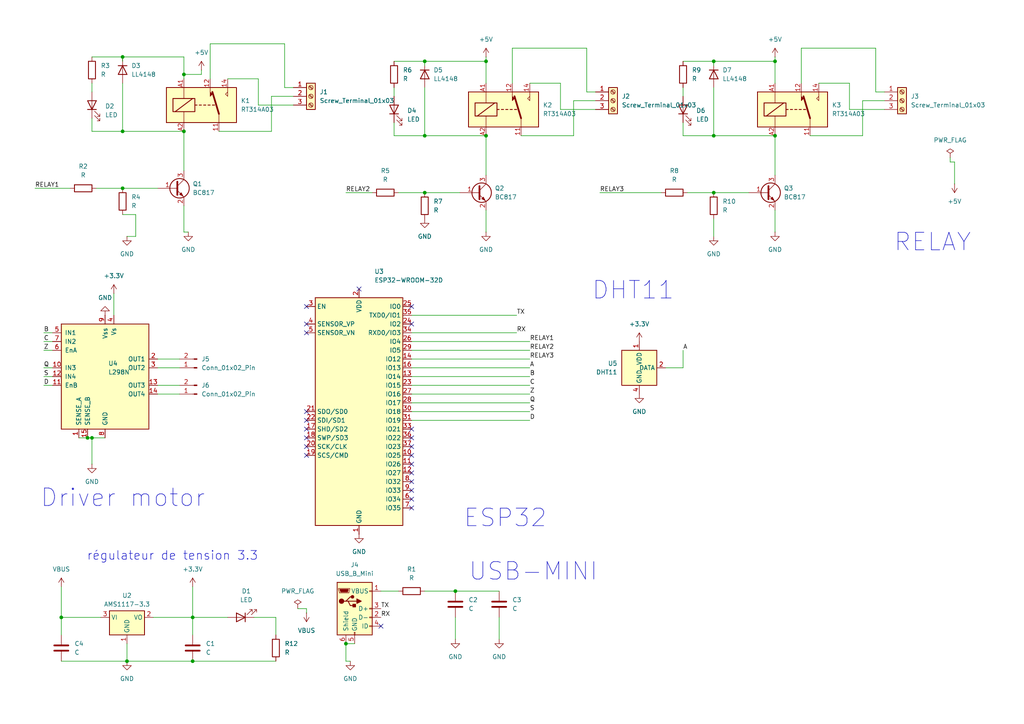
<source format=kicad_sch>
(kicad_sch
	(version 20231120)
	(generator "eeschema")
	(generator_version "8.0")
	(uuid "c0a5ab6c-ec43-46e0-a3fd-e1ca47f08129")
	(paper "A4")
	(lib_symbols
		(symbol "Connector:Conn_01x02_Pin"
			(pin_names
				(offset 1.016) hide)
			(exclude_from_sim no)
			(in_bom yes)
			(on_board yes)
			(property "Reference" "J"
				(at 0 2.54 0)
				(effects
					(font
						(size 1.27 1.27)
					)
				)
			)
			(property "Value" "Conn_01x02_Pin"
				(at 0 -5.08 0)
				(effects
					(font
						(size 1.27 1.27)
					)
				)
			)
			(property "Footprint" ""
				(at 0 0 0)
				(effects
					(font
						(size 1.27 1.27)
					)
					(hide yes)
				)
			)
			(property "Datasheet" "~"
				(at 0 0 0)
				(effects
					(font
						(size 1.27 1.27)
					)
					(hide yes)
				)
			)
			(property "Description" "Generic connector, single row, 01x02, script generated"
				(at 0 0 0)
				(effects
					(font
						(size 1.27 1.27)
					)
					(hide yes)
				)
			)
			(property "ki_locked" ""
				(at 0 0 0)
				(effects
					(font
						(size 1.27 1.27)
					)
				)
			)
			(property "ki_keywords" "connector"
				(at 0 0 0)
				(effects
					(font
						(size 1.27 1.27)
					)
					(hide yes)
				)
			)
			(property "ki_fp_filters" "Connector*:*_1x??_*"
				(at 0 0 0)
				(effects
					(font
						(size 1.27 1.27)
					)
					(hide yes)
				)
			)
			(symbol "Conn_01x02_Pin_1_1"
				(polyline
					(pts
						(xy 1.27 -2.54) (xy 0.8636 -2.54)
					)
					(stroke
						(width 0.1524)
						(type default)
					)
					(fill
						(type none)
					)
				)
				(polyline
					(pts
						(xy 1.27 0) (xy 0.8636 0)
					)
					(stroke
						(width 0.1524)
						(type default)
					)
					(fill
						(type none)
					)
				)
				(rectangle
					(start 0.8636 -2.413)
					(end 0 -2.667)
					(stroke
						(width 0.1524)
						(type default)
					)
					(fill
						(type outline)
					)
				)
				(rectangle
					(start 0.8636 0.127)
					(end 0 -0.127)
					(stroke
						(width 0.1524)
						(type default)
					)
					(fill
						(type outline)
					)
				)
				(pin passive line
					(at 5.08 0 180)
					(length 3.81)
					(name "Pin_1"
						(effects
							(font
								(size 1.27 1.27)
							)
						)
					)
					(number "1"
						(effects
							(font
								(size 1.27 1.27)
							)
						)
					)
				)
				(pin passive line
					(at 5.08 -2.54 180)
					(length 3.81)
					(name "Pin_2"
						(effects
							(font
								(size 1.27 1.27)
							)
						)
					)
					(number "2"
						(effects
							(font
								(size 1.27 1.27)
							)
						)
					)
				)
			)
		)
		(symbol "Connector:Screw_Terminal_01x03"
			(pin_names
				(offset 1.016) hide)
			(exclude_from_sim no)
			(in_bom yes)
			(on_board yes)
			(property "Reference" "J"
				(at 0 5.08 0)
				(effects
					(font
						(size 1.27 1.27)
					)
				)
			)
			(property "Value" "Screw_Terminal_01x03"
				(at 0 -5.08 0)
				(effects
					(font
						(size 1.27 1.27)
					)
				)
			)
			(property "Footprint" ""
				(at 0 0 0)
				(effects
					(font
						(size 1.27 1.27)
					)
					(hide yes)
				)
			)
			(property "Datasheet" "~"
				(at 0 0 0)
				(effects
					(font
						(size 1.27 1.27)
					)
					(hide yes)
				)
			)
			(property "Description" "Generic screw terminal, single row, 01x03, script generated (kicad-library-utils/schlib/autogen/connector/)"
				(at 0 0 0)
				(effects
					(font
						(size 1.27 1.27)
					)
					(hide yes)
				)
			)
			(property "ki_keywords" "screw terminal"
				(at 0 0 0)
				(effects
					(font
						(size 1.27 1.27)
					)
					(hide yes)
				)
			)
			(property "ki_fp_filters" "TerminalBlock*:*"
				(at 0 0 0)
				(effects
					(font
						(size 1.27 1.27)
					)
					(hide yes)
				)
			)
			(symbol "Screw_Terminal_01x03_1_1"
				(rectangle
					(start -1.27 3.81)
					(end 1.27 -3.81)
					(stroke
						(width 0.254)
						(type default)
					)
					(fill
						(type background)
					)
				)
				(circle
					(center 0 -2.54)
					(radius 0.635)
					(stroke
						(width 0.1524)
						(type default)
					)
					(fill
						(type none)
					)
				)
				(polyline
					(pts
						(xy -0.5334 -2.2098) (xy 0.3302 -3.048)
					)
					(stroke
						(width 0.1524)
						(type default)
					)
					(fill
						(type none)
					)
				)
				(polyline
					(pts
						(xy -0.5334 0.3302) (xy 0.3302 -0.508)
					)
					(stroke
						(width 0.1524)
						(type default)
					)
					(fill
						(type none)
					)
				)
				(polyline
					(pts
						(xy -0.5334 2.8702) (xy 0.3302 2.032)
					)
					(stroke
						(width 0.1524)
						(type default)
					)
					(fill
						(type none)
					)
				)
				(polyline
					(pts
						(xy -0.3556 -2.032) (xy 0.508 -2.8702)
					)
					(stroke
						(width 0.1524)
						(type default)
					)
					(fill
						(type none)
					)
				)
				(polyline
					(pts
						(xy -0.3556 0.508) (xy 0.508 -0.3302)
					)
					(stroke
						(width 0.1524)
						(type default)
					)
					(fill
						(type none)
					)
				)
				(polyline
					(pts
						(xy -0.3556 3.048) (xy 0.508 2.2098)
					)
					(stroke
						(width 0.1524)
						(type default)
					)
					(fill
						(type none)
					)
				)
				(circle
					(center 0 0)
					(radius 0.635)
					(stroke
						(width 0.1524)
						(type default)
					)
					(fill
						(type none)
					)
				)
				(circle
					(center 0 2.54)
					(radius 0.635)
					(stroke
						(width 0.1524)
						(type default)
					)
					(fill
						(type none)
					)
				)
				(pin passive line
					(at -5.08 2.54 0)
					(length 3.81)
					(name "Pin_1"
						(effects
							(font
								(size 1.27 1.27)
							)
						)
					)
					(number "1"
						(effects
							(font
								(size 1.27 1.27)
							)
						)
					)
				)
				(pin passive line
					(at -5.08 0 0)
					(length 3.81)
					(name "Pin_2"
						(effects
							(font
								(size 1.27 1.27)
							)
						)
					)
					(number "2"
						(effects
							(font
								(size 1.27 1.27)
							)
						)
					)
				)
				(pin passive line
					(at -5.08 -2.54 0)
					(length 3.81)
					(name "Pin_3"
						(effects
							(font
								(size 1.27 1.27)
							)
						)
					)
					(number "3"
						(effects
							(font
								(size 1.27 1.27)
							)
						)
					)
				)
			)
		)
		(symbol "Connector:USB_B_Mini"
			(pin_names
				(offset 1.016)
			)
			(exclude_from_sim no)
			(in_bom yes)
			(on_board yes)
			(property "Reference" "J"
				(at -5.08 11.43 0)
				(effects
					(font
						(size 1.27 1.27)
					)
					(justify left)
				)
			)
			(property "Value" "USB_B_Mini"
				(at -5.08 8.89 0)
				(effects
					(font
						(size 1.27 1.27)
					)
					(justify left)
				)
			)
			(property "Footprint" ""
				(at 3.81 -1.27 0)
				(effects
					(font
						(size 1.27 1.27)
					)
					(hide yes)
				)
			)
			(property "Datasheet" "~"
				(at 3.81 -1.27 0)
				(effects
					(font
						(size 1.27 1.27)
					)
					(hide yes)
				)
			)
			(property "Description" "USB Mini Type B connector"
				(at 0 0 0)
				(effects
					(font
						(size 1.27 1.27)
					)
					(hide yes)
				)
			)
			(property "ki_keywords" "connector USB mini"
				(at 0 0 0)
				(effects
					(font
						(size 1.27 1.27)
					)
					(hide yes)
				)
			)
			(property "ki_fp_filters" "USB*"
				(at 0 0 0)
				(effects
					(font
						(size 1.27 1.27)
					)
					(hide yes)
				)
			)
			(symbol "USB_B_Mini_0_1"
				(rectangle
					(start -5.08 -7.62)
					(end 5.08 7.62)
					(stroke
						(width 0.254)
						(type default)
					)
					(fill
						(type background)
					)
				)
				(circle
					(center -3.81 2.159)
					(radius 0.635)
					(stroke
						(width 0.254)
						(type default)
					)
					(fill
						(type outline)
					)
				)
				(circle
					(center -0.635 3.429)
					(radius 0.381)
					(stroke
						(width 0.254)
						(type default)
					)
					(fill
						(type outline)
					)
				)
				(rectangle
					(start -0.127 -7.62)
					(end 0.127 -6.858)
					(stroke
						(width 0)
						(type default)
					)
					(fill
						(type none)
					)
				)
				(polyline
					(pts
						(xy -1.905 2.159) (xy 0.635 2.159)
					)
					(stroke
						(width 0.254)
						(type default)
					)
					(fill
						(type none)
					)
				)
				(polyline
					(pts
						(xy -3.175 2.159) (xy -2.54 2.159) (xy -1.27 3.429) (xy -0.635 3.429)
					)
					(stroke
						(width 0.254)
						(type default)
					)
					(fill
						(type none)
					)
				)
				(polyline
					(pts
						(xy -2.54 2.159) (xy -1.905 2.159) (xy -1.27 0.889) (xy 0 0.889)
					)
					(stroke
						(width 0.254)
						(type default)
					)
					(fill
						(type none)
					)
				)
				(polyline
					(pts
						(xy 0.635 2.794) (xy 0.635 1.524) (xy 1.905 2.159) (xy 0.635 2.794)
					)
					(stroke
						(width 0.254)
						(type default)
					)
					(fill
						(type outline)
					)
				)
				(polyline
					(pts
						(xy -4.318 5.588) (xy -1.778 5.588) (xy -2.032 4.826) (xy -4.064 4.826) (xy -4.318 5.588)
					)
					(stroke
						(width 0)
						(type default)
					)
					(fill
						(type outline)
					)
				)
				(polyline
					(pts
						(xy -4.699 5.842) (xy -4.699 5.588) (xy -4.445 4.826) (xy -4.445 4.572) (xy -1.651 4.572) (xy -1.651 4.826)
						(xy -1.397 5.588) (xy -1.397 5.842) (xy -4.699 5.842)
					)
					(stroke
						(width 0)
						(type default)
					)
					(fill
						(type none)
					)
				)
				(rectangle
					(start 0.254 1.27)
					(end -0.508 0.508)
					(stroke
						(width 0.254)
						(type default)
					)
					(fill
						(type outline)
					)
				)
				(rectangle
					(start 5.08 -5.207)
					(end 4.318 -4.953)
					(stroke
						(width 0)
						(type default)
					)
					(fill
						(type none)
					)
				)
				(rectangle
					(start 5.08 -2.667)
					(end 4.318 -2.413)
					(stroke
						(width 0)
						(type default)
					)
					(fill
						(type none)
					)
				)
				(rectangle
					(start 5.08 -0.127)
					(end 4.318 0.127)
					(stroke
						(width 0)
						(type default)
					)
					(fill
						(type none)
					)
				)
				(rectangle
					(start 5.08 4.953)
					(end 4.318 5.207)
					(stroke
						(width 0)
						(type default)
					)
					(fill
						(type none)
					)
				)
			)
			(symbol "USB_B_Mini_1_1"
				(pin power_out line
					(at 7.62 5.08 180)
					(length 2.54)
					(name "VBUS"
						(effects
							(font
								(size 1.27 1.27)
							)
						)
					)
					(number "1"
						(effects
							(font
								(size 1.27 1.27)
							)
						)
					)
				)
				(pin bidirectional line
					(at 7.62 -2.54 180)
					(length 2.54)
					(name "D-"
						(effects
							(font
								(size 1.27 1.27)
							)
						)
					)
					(number "2"
						(effects
							(font
								(size 1.27 1.27)
							)
						)
					)
				)
				(pin bidirectional line
					(at 7.62 0 180)
					(length 2.54)
					(name "D+"
						(effects
							(font
								(size 1.27 1.27)
							)
						)
					)
					(number "3"
						(effects
							(font
								(size 1.27 1.27)
							)
						)
					)
				)
				(pin passive line
					(at 7.62 -5.08 180)
					(length 2.54)
					(name "ID"
						(effects
							(font
								(size 1.27 1.27)
							)
						)
					)
					(number "4"
						(effects
							(font
								(size 1.27 1.27)
							)
						)
					)
				)
				(pin power_out line
					(at 0 -10.16 90)
					(length 2.54)
					(name "GND"
						(effects
							(font
								(size 1.27 1.27)
							)
						)
					)
					(number "5"
						(effects
							(font
								(size 1.27 1.27)
							)
						)
					)
				)
				(pin passive line
					(at -2.54 -10.16 90)
					(length 2.54)
					(name "Shield"
						(effects
							(font
								(size 1.27 1.27)
							)
						)
					)
					(number "6"
						(effects
							(font
								(size 1.27 1.27)
							)
						)
					)
				)
			)
		)
		(symbol "Device:C"
			(pin_numbers hide)
			(pin_names
				(offset 0.254)
			)
			(exclude_from_sim no)
			(in_bom yes)
			(on_board yes)
			(property "Reference" "C"
				(at 0.635 2.54 0)
				(effects
					(font
						(size 1.27 1.27)
					)
					(justify left)
				)
			)
			(property "Value" "C"
				(at 0.635 -2.54 0)
				(effects
					(font
						(size 1.27 1.27)
					)
					(justify left)
				)
			)
			(property "Footprint" ""
				(at 0.9652 -3.81 0)
				(effects
					(font
						(size 1.27 1.27)
					)
					(hide yes)
				)
			)
			(property "Datasheet" "~"
				(at 0 0 0)
				(effects
					(font
						(size 1.27 1.27)
					)
					(hide yes)
				)
			)
			(property "Description" "Unpolarized capacitor"
				(at 0 0 0)
				(effects
					(font
						(size 1.27 1.27)
					)
					(hide yes)
				)
			)
			(property "ki_keywords" "cap capacitor"
				(at 0 0 0)
				(effects
					(font
						(size 1.27 1.27)
					)
					(hide yes)
				)
			)
			(property "ki_fp_filters" "C_*"
				(at 0 0 0)
				(effects
					(font
						(size 1.27 1.27)
					)
					(hide yes)
				)
			)
			(symbol "C_0_1"
				(polyline
					(pts
						(xy -2.032 -0.762) (xy 2.032 -0.762)
					)
					(stroke
						(width 0.508)
						(type default)
					)
					(fill
						(type none)
					)
				)
				(polyline
					(pts
						(xy -2.032 0.762) (xy 2.032 0.762)
					)
					(stroke
						(width 0.508)
						(type default)
					)
					(fill
						(type none)
					)
				)
			)
			(symbol "C_1_1"
				(pin passive line
					(at 0 3.81 270)
					(length 2.794)
					(name "~"
						(effects
							(font
								(size 1.27 1.27)
							)
						)
					)
					(number "1"
						(effects
							(font
								(size 1.27 1.27)
							)
						)
					)
				)
				(pin passive line
					(at 0 -3.81 90)
					(length 2.794)
					(name "~"
						(effects
							(font
								(size 1.27 1.27)
							)
						)
					)
					(number "2"
						(effects
							(font
								(size 1.27 1.27)
							)
						)
					)
				)
			)
		)
		(symbol "Device:LED"
			(pin_numbers hide)
			(pin_names
				(offset 1.016) hide)
			(exclude_from_sim no)
			(in_bom yes)
			(on_board yes)
			(property "Reference" "D"
				(at 0 2.54 0)
				(effects
					(font
						(size 1.27 1.27)
					)
				)
			)
			(property "Value" "LED"
				(at 0 -2.54 0)
				(effects
					(font
						(size 1.27 1.27)
					)
				)
			)
			(property "Footprint" ""
				(at 0 0 0)
				(effects
					(font
						(size 1.27 1.27)
					)
					(hide yes)
				)
			)
			(property "Datasheet" "~"
				(at 0 0 0)
				(effects
					(font
						(size 1.27 1.27)
					)
					(hide yes)
				)
			)
			(property "Description" "Light emitting diode"
				(at 0 0 0)
				(effects
					(font
						(size 1.27 1.27)
					)
					(hide yes)
				)
			)
			(property "ki_keywords" "LED diode"
				(at 0 0 0)
				(effects
					(font
						(size 1.27 1.27)
					)
					(hide yes)
				)
			)
			(property "ki_fp_filters" "LED* LED_SMD:* LED_THT:*"
				(at 0 0 0)
				(effects
					(font
						(size 1.27 1.27)
					)
					(hide yes)
				)
			)
			(symbol "LED_0_1"
				(polyline
					(pts
						(xy -1.27 -1.27) (xy -1.27 1.27)
					)
					(stroke
						(width 0.254)
						(type default)
					)
					(fill
						(type none)
					)
				)
				(polyline
					(pts
						(xy -1.27 0) (xy 1.27 0)
					)
					(stroke
						(width 0)
						(type default)
					)
					(fill
						(type none)
					)
				)
				(polyline
					(pts
						(xy 1.27 -1.27) (xy 1.27 1.27) (xy -1.27 0) (xy 1.27 -1.27)
					)
					(stroke
						(width 0.254)
						(type default)
					)
					(fill
						(type none)
					)
				)
				(polyline
					(pts
						(xy -3.048 -0.762) (xy -4.572 -2.286) (xy -3.81 -2.286) (xy -4.572 -2.286) (xy -4.572 -1.524)
					)
					(stroke
						(width 0)
						(type default)
					)
					(fill
						(type none)
					)
				)
				(polyline
					(pts
						(xy -1.778 -0.762) (xy -3.302 -2.286) (xy -2.54 -2.286) (xy -3.302 -2.286) (xy -3.302 -1.524)
					)
					(stroke
						(width 0)
						(type default)
					)
					(fill
						(type none)
					)
				)
			)
			(symbol "LED_1_1"
				(pin passive line
					(at -3.81 0 0)
					(length 2.54)
					(name "K"
						(effects
							(font
								(size 1.27 1.27)
							)
						)
					)
					(number "1"
						(effects
							(font
								(size 1.27 1.27)
							)
						)
					)
				)
				(pin passive line
					(at 3.81 0 180)
					(length 2.54)
					(name "A"
						(effects
							(font
								(size 1.27 1.27)
							)
						)
					)
					(number "2"
						(effects
							(font
								(size 1.27 1.27)
							)
						)
					)
				)
			)
		)
		(symbol "Device:R"
			(pin_numbers hide)
			(pin_names
				(offset 0)
			)
			(exclude_from_sim no)
			(in_bom yes)
			(on_board yes)
			(property "Reference" "R"
				(at 2.032 0 90)
				(effects
					(font
						(size 1.27 1.27)
					)
				)
			)
			(property "Value" "R"
				(at 0 0 90)
				(effects
					(font
						(size 1.27 1.27)
					)
				)
			)
			(property "Footprint" ""
				(at -1.778 0 90)
				(effects
					(font
						(size 1.27 1.27)
					)
					(hide yes)
				)
			)
			(property "Datasheet" "~"
				(at 0 0 0)
				(effects
					(font
						(size 1.27 1.27)
					)
					(hide yes)
				)
			)
			(property "Description" "Resistor"
				(at 0 0 0)
				(effects
					(font
						(size 1.27 1.27)
					)
					(hide yes)
				)
			)
			(property "ki_keywords" "R res resistor"
				(at 0 0 0)
				(effects
					(font
						(size 1.27 1.27)
					)
					(hide yes)
				)
			)
			(property "ki_fp_filters" "R_*"
				(at 0 0 0)
				(effects
					(font
						(size 1.27 1.27)
					)
					(hide yes)
				)
			)
			(symbol "R_0_1"
				(rectangle
					(start -1.016 -2.54)
					(end 1.016 2.54)
					(stroke
						(width 0.254)
						(type default)
					)
					(fill
						(type none)
					)
				)
			)
			(symbol "R_1_1"
				(pin passive line
					(at 0 3.81 270)
					(length 1.27)
					(name "~"
						(effects
							(font
								(size 1.27 1.27)
							)
						)
					)
					(number "1"
						(effects
							(font
								(size 1.27 1.27)
							)
						)
					)
				)
				(pin passive line
					(at 0 -3.81 90)
					(length 1.27)
					(name "~"
						(effects
							(font
								(size 1.27 1.27)
							)
						)
					)
					(number "2"
						(effects
							(font
								(size 1.27 1.27)
							)
						)
					)
				)
			)
		)
		(symbol "Diode:LL4148"
			(pin_numbers hide)
			(pin_names hide)
			(exclude_from_sim no)
			(in_bom yes)
			(on_board yes)
			(property "Reference" "D"
				(at 0 2.54 0)
				(effects
					(font
						(size 1.27 1.27)
					)
				)
			)
			(property "Value" "LL4148"
				(at 0 -2.54 0)
				(effects
					(font
						(size 1.27 1.27)
					)
				)
			)
			(property "Footprint" "Diode_SMD:D_MiniMELF"
				(at 0 -4.445 0)
				(effects
					(font
						(size 1.27 1.27)
					)
					(hide yes)
				)
			)
			(property "Datasheet" "http://www.vishay.com/docs/85557/ll4148.pdf"
				(at 0 0 0)
				(effects
					(font
						(size 1.27 1.27)
					)
					(hide yes)
				)
			)
			(property "Description" "100V 0.15A standard switching diode, MiniMELF"
				(at 0 0 0)
				(effects
					(font
						(size 1.27 1.27)
					)
					(hide yes)
				)
			)
			(property "Sim.Device" "D"
				(at 0 0 0)
				(effects
					(font
						(size 1.27 1.27)
					)
					(hide yes)
				)
			)
			(property "Sim.Pins" "1=K 2=A"
				(at 0 0 0)
				(effects
					(font
						(size 1.27 1.27)
					)
					(hide yes)
				)
			)
			(property "ki_keywords" "diode"
				(at 0 0 0)
				(effects
					(font
						(size 1.27 1.27)
					)
					(hide yes)
				)
			)
			(property "ki_fp_filters" "D*MiniMELF*"
				(at 0 0 0)
				(effects
					(font
						(size 1.27 1.27)
					)
					(hide yes)
				)
			)
			(symbol "LL4148_0_1"
				(polyline
					(pts
						(xy -1.27 1.27) (xy -1.27 -1.27)
					)
					(stroke
						(width 0.254)
						(type default)
					)
					(fill
						(type none)
					)
				)
				(polyline
					(pts
						(xy 1.27 0) (xy -1.27 0)
					)
					(stroke
						(width 0)
						(type default)
					)
					(fill
						(type none)
					)
				)
				(polyline
					(pts
						(xy 1.27 1.27) (xy 1.27 -1.27) (xy -1.27 0) (xy 1.27 1.27)
					)
					(stroke
						(width 0.254)
						(type default)
					)
					(fill
						(type none)
					)
				)
			)
			(symbol "LL4148_1_1"
				(pin passive line
					(at -3.81 0 0)
					(length 2.54)
					(name "K"
						(effects
							(font
								(size 1.27 1.27)
							)
						)
					)
					(number "1"
						(effects
							(font
								(size 1.27 1.27)
							)
						)
					)
				)
				(pin passive line
					(at 3.81 0 180)
					(length 2.54)
					(name "A"
						(effects
							(font
								(size 1.27 1.27)
							)
						)
					)
					(number "2"
						(effects
							(font
								(size 1.27 1.27)
							)
						)
					)
				)
			)
		)
		(symbol "Driver_Motor:L298N"
			(pin_names
				(offset 1.016)
			)
			(exclude_from_sim no)
			(in_bom yes)
			(on_board yes)
			(property "Reference" "U"
				(at -10.16 16.51 0)
				(effects
					(font
						(size 1.27 1.27)
					)
					(justify right)
				)
			)
			(property "Value" "L298N"
				(at 12.7 16.51 0)
				(effects
					(font
						(size 1.27 1.27)
					)
					(justify right)
				)
			)
			(property "Footprint" "Package_TO_SOT_THT:TO-220-15_P2.54x2.54mm_StaggerOdd_Lead4.58mm_Vertical"
				(at 1.27 -16.51 0)
				(effects
					(font
						(size 1.27 1.27)
					)
					(justify left)
					(hide yes)
				)
			)
			(property "Datasheet" "http://www.st.com/st-web-ui/static/active/en/resource/technical/document/datasheet/CD00000240.pdf"
				(at 3.81 6.35 0)
				(effects
					(font
						(size 1.27 1.27)
					)
					(hide yes)
				)
			)
			(property "Description" "Dual full bridge motor driver, up to 46V, 4A, Multiwatt15-V"
				(at 0 0 0)
				(effects
					(font
						(size 1.27 1.27)
					)
					(hide yes)
				)
			)
			(property "ki_keywords" "H-bridge motor driver"
				(at 0 0 0)
				(effects
					(font
						(size 1.27 1.27)
					)
					(hide yes)
				)
			)
			(property "ki_fp_filters" "TO?220*StaggerOdd*Vertical*"
				(at 0 0 0)
				(effects
					(font
						(size 1.27 1.27)
					)
					(hide yes)
				)
			)
			(symbol "L298N_0_1"
				(rectangle
					(start -12.7 15.24)
					(end 12.7 -15.24)
					(stroke
						(width 0.254)
						(type default)
					)
					(fill
						(type background)
					)
				)
			)
			(symbol "L298N_1_1"
				(pin power_in line
					(at -7.62 -17.78 90)
					(length 2.54)
					(name "SENSE_A"
						(effects
							(font
								(size 1.27 1.27)
							)
						)
					)
					(number "1"
						(effects
							(font
								(size 1.27 1.27)
							)
						)
					)
				)
				(pin input line
					(at -15.24 2.54 0)
					(length 2.54)
					(name "IN3"
						(effects
							(font
								(size 1.27 1.27)
							)
						)
					)
					(number "10"
						(effects
							(font
								(size 1.27 1.27)
							)
						)
					)
				)
				(pin input line
					(at -15.24 -2.54 0)
					(length 2.54)
					(name "EnB"
						(effects
							(font
								(size 1.27 1.27)
							)
						)
					)
					(number "11"
						(effects
							(font
								(size 1.27 1.27)
							)
						)
					)
				)
				(pin input line
					(at -15.24 0 0)
					(length 2.54)
					(name "IN4"
						(effects
							(font
								(size 1.27 1.27)
							)
						)
					)
					(number "12"
						(effects
							(font
								(size 1.27 1.27)
							)
						)
					)
				)
				(pin output line
					(at 15.24 -2.54 180)
					(length 2.54)
					(name "OUT3"
						(effects
							(font
								(size 1.27 1.27)
							)
						)
					)
					(number "13"
						(effects
							(font
								(size 1.27 1.27)
							)
						)
					)
				)
				(pin output line
					(at 15.24 -5.08 180)
					(length 2.54)
					(name "OUT4"
						(effects
							(font
								(size 1.27 1.27)
							)
						)
					)
					(number "14"
						(effects
							(font
								(size 1.27 1.27)
							)
						)
					)
				)
				(pin power_in line
					(at -5.08 -17.78 90)
					(length 2.54)
					(name "SENSE_B"
						(effects
							(font
								(size 1.27 1.27)
							)
						)
					)
					(number "15"
						(effects
							(font
								(size 1.27 1.27)
							)
						)
					)
				)
				(pin output line
					(at 15.24 5.08 180)
					(length 2.54)
					(name "OUT1"
						(effects
							(font
								(size 1.27 1.27)
							)
						)
					)
					(number "2"
						(effects
							(font
								(size 1.27 1.27)
							)
						)
					)
				)
				(pin output line
					(at 15.24 2.54 180)
					(length 2.54)
					(name "OUT2"
						(effects
							(font
								(size 1.27 1.27)
							)
						)
					)
					(number "3"
						(effects
							(font
								(size 1.27 1.27)
							)
						)
					)
				)
				(pin power_in line
					(at 2.54 17.78 270)
					(length 2.54)
					(name "Vs"
						(effects
							(font
								(size 1.27 1.27)
							)
						)
					)
					(number "4"
						(effects
							(font
								(size 1.27 1.27)
							)
						)
					)
				)
				(pin input line
					(at -15.24 12.7 0)
					(length 2.54)
					(name "IN1"
						(effects
							(font
								(size 1.27 1.27)
							)
						)
					)
					(number "5"
						(effects
							(font
								(size 1.27 1.27)
							)
						)
					)
				)
				(pin input line
					(at -15.24 7.62 0)
					(length 2.54)
					(name "EnA"
						(effects
							(font
								(size 1.27 1.27)
							)
						)
					)
					(number "6"
						(effects
							(font
								(size 1.27 1.27)
							)
						)
					)
				)
				(pin input line
					(at -15.24 10.16 0)
					(length 2.54)
					(name "IN2"
						(effects
							(font
								(size 1.27 1.27)
							)
						)
					)
					(number "7"
						(effects
							(font
								(size 1.27 1.27)
							)
						)
					)
				)
				(pin power_in line
					(at 0 -17.78 90)
					(length 2.54)
					(name "GND"
						(effects
							(font
								(size 1.27 1.27)
							)
						)
					)
					(number "8"
						(effects
							(font
								(size 1.27 1.27)
							)
						)
					)
				)
				(pin power_in line
					(at 0 17.78 270)
					(length 2.54)
					(name "Vss"
						(effects
							(font
								(size 1.27 1.27)
							)
						)
					)
					(number "9"
						(effects
							(font
								(size 1.27 1.27)
							)
						)
					)
				)
			)
		)
		(symbol "RF_Module:ESP32-WROOM-32D"
			(exclude_from_sim no)
			(in_bom yes)
			(on_board yes)
			(property "Reference" "U"
				(at -12.7 34.29 0)
				(effects
					(font
						(size 1.27 1.27)
					)
					(justify left)
				)
			)
			(property "Value" "ESP32-WROOM-32D"
				(at 1.27 34.29 0)
				(effects
					(font
						(size 1.27 1.27)
					)
					(justify left)
				)
			)
			(property "Footprint" "RF_Module:ESP32-WROOM-32D"
				(at 16.51 -34.29 0)
				(effects
					(font
						(size 1.27 1.27)
					)
					(hide yes)
				)
			)
			(property "Datasheet" "https://www.espressif.com/sites/default/files/documentation/esp32-wroom-32d_esp32-wroom-32u_datasheet_en.pdf"
				(at -7.62 1.27 0)
				(effects
					(font
						(size 1.27 1.27)
					)
					(hide yes)
				)
			)
			(property "Description" "RF Module, ESP32-D0WD SoC, Wi-Fi 802.11b/g/n, Bluetooth, BLE, 32-bit, 2.7-3.6V, onboard antenna, SMD"
				(at 0 0 0)
				(effects
					(font
						(size 1.27 1.27)
					)
					(hide yes)
				)
			)
			(property "ki_keywords" "RF Radio BT ESP ESP32 Espressif onboard PCB antenna"
				(at 0 0 0)
				(effects
					(font
						(size 1.27 1.27)
					)
					(hide yes)
				)
			)
			(property "ki_fp_filters" "ESP32?WROOM?32D*"
				(at 0 0 0)
				(effects
					(font
						(size 1.27 1.27)
					)
					(hide yes)
				)
			)
			(symbol "ESP32-WROOM-32D_0_1"
				(rectangle
					(start -12.7 33.02)
					(end 12.7 -33.02)
					(stroke
						(width 0.254)
						(type default)
					)
					(fill
						(type background)
					)
				)
			)
			(symbol "ESP32-WROOM-32D_1_1"
				(pin power_in line
					(at 0 -35.56 90)
					(length 2.54)
					(name "GND"
						(effects
							(font
								(size 1.27 1.27)
							)
						)
					)
					(number "1"
						(effects
							(font
								(size 1.27 1.27)
							)
						)
					)
				)
				(pin bidirectional line
					(at 15.24 -12.7 180)
					(length 2.54)
					(name "IO25"
						(effects
							(font
								(size 1.27 1.27)
							)
						)
					)
					(number "10"
						(effects
							(font
								(size 1.27 1.27)
							)
						)
					)
				)
				(pin bidirectional line
					(at 15.24 -15.24 180)
					(length 2.54)
					(name "IO26"
						(effects
							(font
								(size 1.27 1.27)
							)
						)
					)
					(number "11"
						(effects
							(font
								(size 1.27 1.27)
							)
						)
					)
				)
				(pin bidirectional line
					(at 15.24 -17.78 180)
					(length 2.54)
					(name "IO27"
						(effects
							(font
								(size 1.27 1.27)
							)
						)
					)
					(number "12"
						(effects
							(font
								(size 1.27 1.27)
							)
						)
					)
				)
				(pin bidirectional line
					(at 15.24 10.16 180)
					(length 2.54)
					(name "IO14"
						(effects
							(font
								(size 1.27 1.27)
							)
						)
					)
					(number "13"
						(effects
							(font
								(size 1.27 1.27)
							)
						)
					)
				)
				(pin bidirectional line
					(at 15.24 15.24 180)
					(length 2.54)
					(name "IO12"
						(effects
							(font
								(size 1.27 1.27)
							)
						)
					)
					(number "14"
						(effects
							(font
								(size 1.27 1.27)
							)
						)
					)
				)
				(pin passive line
					(at 0 -35.56 90)
					(length 2.54) hide
					(name "GND"
						(effects
							(font
								(size 1.27 1.27)
							)
						)
					)
					(number "15"
						(effects
							(font
								(size 1.27 1.27)
							)
						)
					)
				)
				(pin bidirectional line
					(at 15.24 12.7 180)
					(length 2.54)
					(name "IO13"
						(effects
							(font
								(size 1.27 1.27)
							)
						)
					)
					(number "16"
						(effects
							(font
								(size 1.27 1.27)
							)
						)
					)
				)
				(pin bidirectional line
					(at -15.24 -5.08 0)
					(length 2.54)
					(name "SHD/SD2"
						(effects
							(font
								(size 1.27 1.27)
							)
						)
					)
					(number "17"
						(effects
							(font
								(size 1.27 1.27)
							)
						)
					)
				)
				(pin bidirectional line
					(at -15.24 -7.62 0)
					(length 2.54)
					(name "SWP/SD3"
						(effects
							(font
								(size 1.27 1.27)
							)
						)
					)
					(number "18"
						(effects
							(font
								(size 1.27 1.27)
							)
						)
					)
				)
				(pin bidirectional line
					(at -15.24 -12.7 0)
					(length 2.54)
					(name "SCS/CMD"
						(effects
							(font
								(size 1.27 1.27)
							)
						)
					)
					(number "19"
						(effects
							(font
								(size 1.27 1.27)
							)
						)
					)
				)
				(pin power_in line
					(at 0 35.56 270)
					(length 2.54)
					(name "VDD"
						(effects
							(font
								(size 1.27 1.27)
							)
						)
					)
					(number "2"
						(effects
							(font
								(size 1.27 1.27)
							)
						)
					)
				)
				(pin bidirectional line
					(at -15.24 -10.16 0)
					(length 2.54)
					(name "SCK/CLK"
						(effects
							(font
								(size 1.27 1.27)
							)
						)
					)
					(number "20"
						(effects
							(font
								(size 1.27 1.27)
							)
						)
					)
				)
				(pin bidirectional line
					(at -15.24 0 0)
					(length 2.54)
					(name "SDO/SD0"
						(effects
							(font
								(size 1.27 1.27)
							)
						)
					)
					(number "21"
						(effects
							(font
								(size 1.27 1.27)
							)
						)
					)
				)
				(pin bidirectional line
					(at -15.24 -2.54 0)
					(length 2.54)
					(name "SDI/SD1"
						(effects
							(font
								(size 1.27 1.27)
							)
						)
					)
					(number "22"
						(effects
							(font
								(size 1.27 1.27)
							)
						)
					)
				)
				(pin bidirectional line
					(at 15.24 7.62 180)
					(length 2.54)
					(name "IO15"
						(effects
							(font
								(size 1.27 1.27)
							)
						)
					)
					(number "23"
						(effects
							(font
								(size 1.27 1.27)
							)
						)
					)
				)
				(pin bidirectional line
					(at 15.24 25.4 180)
					(length 2.54)
					(name "IO2"
						(effects
							(font
								(size 1.27 1.27)
							)
						)
					)
					(number "24"
						(effects
							(font
								(size 1.27 1.27)
							)
						)
					)
				)
				(pin bidirectional line
					(at 15.24 30.48 180)
					(length 2.54)
					(name "IO0"
						(effects
							(font
								(size 1.27 1.27)
							)
						)
					)
					(number "25"
						(effects
							(font
								(size 1.27 1.27)
							)
						)
					)
				)
				(pin bidirectional line
					(at 15.24 20.32 180)
					(length 2.54)
					(name "IO4"
						(effects
							(font
								(size 1.27 1.27)
							)
						)
					)
					(number "26"
						(effects
							(font
								(size 1.27 1.27)
							)
						)
					)
				)
				(pin bidirectional line
					(at 15.24 5.08 180)
					(length 2.54)
					(name "IO16"
						(effects
							(font
								(size 1.27 1.27)
							)
						)
					)
					(number "27"
						(effects
							(font
								(size 1.27 1.27)
							)
						)
					)
				)
				(pin bidirectional line
					(at 15.24 2.54 180)
					(length 2.54)
					(name "IO17"
						(effects
							(font
								(size 1.27 1.27)
							)
						)
					)
					(number "28"
						(effects
							(font
								(size 1.27 1.27)
							)
						)
					)
				)
				(pin bidirectional line
					(at 15.24 17.78 180)
					(length 2.54)
					(name "IO5"
						(effects
							(font
								(size 1.27 1.27)
							)
						)
					)
					(number "29"
						(effects
							(font
								(size 1.27 1.27)
							)
						)
					)
				)
				(pin input line
					(at -15.24 30.48 0)
					(length 2.54)
					(name "EN"
						(effects
							(font
								(size 1.27 1.27)
							)
						)
					)
					(number "3"
						(effects
							(font
								(size 1.27 1.27)
							)
						)
					)
				)
				(pin bidirectional line
					(at 15.24 0 180)
					(length 2.54)
					(name "IO18"
						(effects
							(font
								(size 1.27 1.27)
							)
						)
					)
					(number "30"
						(effects
							(font
								(size 1.27 1.27)
							)
						)
					)
				)
				(pin bidirectional line
					(at 15.24 -2.54 180)
					(length 2.54)
					(name "IO19"
						(effects
							(font
								(size 1.27 1.27)
							)
						)
					)
					(number "31"
						(effects
							(font
								(size 1.27 1.27)
							)
						)
					)
				)
				(pin no_connect line
					(at -12.7 -27.94 0)
					(length 2.54) hide
					(name "NC"
						(effects
							(font
								(size 1.27 1.27)
							)
						)
					)
					(number "32"
						(effects
							(font
								(size 1.27 1.27)
							)
						)
					)
				)
				(pin bidirectional line
					(at 15.24 -5.08 180)
					(length 2.54)
					(name "IO21"
						(effects
							(font
								(size 1.27 1.27)
							)
						)
					)
					(number "33"
						(effects
							(font
								(size 1.27 1.27)
							)
						)
					)
				)
				(pin bidirectional line
					(at 15.24 22.86 180)
					(length 2.54)
					(name "RXD0/IO3"
						(effects
							(font
								(size 1.27 1.27)
							)
						)
					)
					(number "34"
						(effects
							(font
								(size 1.27 1.27)
							)
						)
					)
				)
				(pin bidirectional line
					(at 15.24 27.94 180)
					(length 2.54)
					(name "TXD0/IO1"
						(effects
							(font
								(size 1.27 1.27)
							)
						)
					)
					(number "35"
						(effects
							(font
								(size 1.27 1.27)
							)
						)
					)
				)
				(pin bidirectional line
					(at 15.24 -7.62 180)
					(length 2.54)
					(name "IO22"
						(effects
							(font
								(size 1.27 1.27)
							)
						)
					)
					(number "36"
						(effects
							(font
								(size 1.27 1.27)
							)
						)
					)
				)
				(pin bidirectional line
					(at 15.24 -10.16 180)
					(length 2.54)
					(name "IO23"
						(effects
							(font
								(size 1.27 1.27)
							)
						)
					)
					(number "37"
						(effects
							(font
								(size 1.27 1.27)
							)
						)
					)
				)
				(pin passive line
					(at 0 -35.56 90)
					(length 2.54) hide
					(name "GND"
						(effects
							(font
								(size 1.27 1.27)
							)
						)
					)
					(number "38"
						(effects
							(font
								(size 1.27 1.27)
							)
						)
					)
				)
				(pin passive line
					(at 0 -35.56 90)
					(length 2.54) hide
					(name "GND"
						(effects
							(font
								(size 1.27 1.27)
							)
						)
					)
					(number "39"
						(effects
							(font
								(size 1.27 1.27)
							)
						)
					)
				)
				(pin input line
					(at -15.24 25.4 0)
					(length 2.54)
					(name "SENSOR_VP"
						(effects
							(font
								(size 1.27 1.27)
							)
						)
					)
					(number "4"
						(effects
							(font
								(size 1.27 1.27)
							)
						)
					)
				)
				(pin input line
					(at -15.24 22.86 0)
					(length 2.54)
					(name "SENSOR_VN"
						(effects
							(font
								(size 1.27 1.27)
							)
						)
					)
					(number "5"
						(effects
							(font
								(size 1.27 1.27)
							)
						)
					)
				)
				(pin input line
					(at 15.24 -25.4 180)
					(length 2.54)
					(name "IO34"
						(effects
							(font
								(size 1.27 1.27)
							)
						)
					)
					(number "6"
						(effects
							(font
								(size 1.27 1.27)
							)
						)
					)
				)
				(pin input line
					(at 15.24 -27.94 180)
					(length 2.54)
					(name "IO35"
						(effects
							(font
								(size 1.27 1.27)
							)
						)
					)
					(number "7"
						(effects
							(font
								(size 1.27 1.27)
							)
						)
					)
				)
				(pin bidirectional line
					(at 15.24 -20.32 180)
					(length 2.54)
					(name "IO32"
						(effects
							(font
								(size 1.27 1.27)
							)
						)
					)
					(number "8"
						(effects
							(font
								(size 1.27 1.27)
							)
						)
					)
				)
				(pin bidirectional line
					(at 15.24 -22.86 180)
					(length 2.54)
					(name "IO33"
						(effects
							(font
								(size 1.27 1.27)
							)
						)
					)
					(number "9"
						(effects
							(font
								(size 1.27 1.27)
							)
						)
					)
				)
			)
		)
		(symbol "Regulator_Linear:AMS1117-3.3"
			(exclude_from_sim no)
			(in_bom yes)
			(on_board yes)
			(property "Reference" "U"
				(at -3.81 3.175 0)
				(effects
					(font
						(size 1.27 1.27)
					)
				)
			)
			(property "Value" "AMS1117-3.3"
				(at 0 3.175 0)
				(effects
					(font
						(size 1.27 1.27)
					)
					(justify left)
				)
			)
			(property "Footprint" "Package_TO_SOT_SMD:SOT-223-3_TabPin2"
				(at 0 5.08 0)
				(effects
					(font
						(size 1.27 1.27)
					)
					(hide yes)
				)
			)
			(property "Datasheet" "http://www.advanced-monolithic.com/pdf/ds1117.pdf"
				(at 2.54 -6.35 0)
				(effects
					(font
						(size 1.27 1.27)
					)
					(hide yes)
				)
			)
			(property "Description" "1A Low Dropout regulator, positive, 3.3V fixed output, SOT-223"
				(at 0 0 0)
				(effects
					(font
						(size 1.27 1.27)
					)
					(hide yes)
				)
			)
			(property "ki_keywords" "linear regulator ldo fixed positive"
				(at 0 0 0)
				(effects
					(font
						(size 1.27 1.27)
					)
					(hide yes)
				)
			)
			(property "ki_fp_filters" "SOT?223*TabPin2*"
				(at 0 0 0)
				(effects
					(font
						(size 1.27 1.27)
					)
					(hide yes)
				)
			)
			(symbol "AMS1117-3.3_0_1"
				(rectangle
					(start -5.08 -5.08)
					(end 5.08 1.905)
					(stroke
						(width 0.254)
						(type default)
					)
					(fill
						(type background)
					)
				)
			)
			(symbol "AMS1117-3.3_1_1"
				(pin power_in line
					(at 0 -7.62 90)
					(length 2.54)
					(name "GND"
						(effects
							(font
								(size 1.27 1.27)
							)
						)
					)
					(number "1"
						(effects
							(font
								(size 1.27 1.27)
							)
						)
					)
				)
				(pin power_out line
					(at 7.62 0 180)
					(length 2.54)
					(name "VO"
						(effects
							(font
								(size 1.27 1.27)
							)
						)
					)
					(number "2"
						(effects
							(font
								(size 1.27 1.27)
							)
						)
					)
				)
				(pin power_in line
					(at -7.62 0 0)
					(length 2.54)
					(name "VI"
						(effects
							(font
								(size 1.27 1.27)
							)
						)
					)
					(number "3"
						(effects
							(font
								(size 1.27 1.27)
							)
						)
					)
				)
			)
		)
		(symbol "Relay:RT314A03"
			(exclude_from_sim no)
			(in_bom yes)
			(on_board yes)
			(property "Reference" "K"
				(at 11.43 3.81 0)
				(effects
					(font
						(size 1.27 1.27)
					)
					(justify left)
				)
			)
			(property "Value" "RT314A03"
				(at 11.43 1.27 0)
				(effects
					(font
						(size 1.27 1.27)
					)
					(justify left)
				)
			)
			(property "Footprint" "Relay_THT:Relay_SPDT_Schrack-RT1-16A-FormC_RM5mm"
				(at 39.37 -1.27 0)
				(effects
					(font
						(size 1.27 1.27)
					)
					(hide yes)
				)
			)
			(property "Datasheet" "https://www.te.com/commerce/DocumentDelivery/DDEController?Action=srchrtrv&DocNm=RT1_bistable&DocType=DS&DocLang=English"
				(at 0 0 0)
				(effects
					(font
						(size 1.27 1.27)
					)
					(hide yes)
				)
			)
			(property "Description" "Schrack RT1 relay, bistable single pole dual throw, single DC coil, 3V"
				(at 0 0 0)
				(effects
					(font
						(size 1.27 1.27)
					)
					(hide yes)
				)
			)
			(property "ki_keywords" "TE SPDT 1P2T CO bistable DC"
				(at 0 0 0)
				(effects
					(font
						(size 1.27 1.27)
					)
					(hide yes)
				)
			)
			(property "ki_fp_filters" "Relay*SPDT*Schrack*RT1*16A*FormC*RM5mm*"
				(at 0 0 0)
				(effects
					(font
						(size 1.27 1.27)
					)
					(hide yes)
				)
			)
			(symbol "RT314A03_0_0"
				(polyline
					(pts
						(xy -2.54 1.905) (xy -7.62 -1.905)
					)
					(stroke
						(width 0.254)
						(type default)
					)
					(fill
						(type none)
					)
				)
			)
			(symbol "RT314A03_0_1"
				(rectangle
					(start -10.16 5.08)
					(end 10.16 -5.08)
					(stroke
						(width 0.254)
						(type default)
					)
					(fill
						(type background)
					)
				)
				(rectangle
					(start -8.255 1.905)
					(end -1.905 -1.905)
					(stroke
						(width 0.254)
						(type default)
					)
					(fill
						(type none)
					)
				)
				(polyline
					(pts
						(xy -5.08 -5.08) (xy -5.08 -1.905)
					)
					(stroke
						(width 0)
						(type default)
					)
					(fill
						(type none)
					)
				)
				(polyline
					(pts
						(xy -5.08 5.08) (xy -5.08 1.905)
					)
					(stroke
						(width 0)
						(type default)
					)
					(fill
						(type none)
					)
				)
				(polyline
					(pts
						(xy -1.905 0) (xy -1.27 0)
					)
					(stroke
						(width 0.254)
						(type default)
					)
					(fill
						(type none)
					)
				)
				(polyline
					(pts
						(xy -0.635 0) (xy 0 0)
					)
					(stroke
						(width 0.254)
						(type default)
					)
					(fill
						(type none)
					)
				)
				(polyline
					(pts
						(xy 0.635 0) (xy 1.27 0)
					)
					(stroke
						(width 0.254)
						(type default)
					)
					(fill
						(type none)
					)
				)
				(polyline
					(pts
						(xy 1.905 0) (xy 2.54 0)
					)
					(stroke
						(width 0.254)
						(type default)
					)
					(fill
						(type none)
					)
				)
				(polyline
					(pts
						(xy 3.175 0) (xy 3.81 0)
					)
					(stroke
						(width 0.254)
						(type default)
					)
					(fill
						(type none)
					)
				)
				(polyline
					(pts
						(xy 5.08 -2.54) (xy 3.175 3.81)
					)
					(stroke
						(width 0.508)
						(type default)
					)
					(fill
						(type none)
					)
				)
				(polyline
					(pts
						(xy 5.08 -2.54) (xy 5.08 -5.08)
					)
					(stroke
						(width 0)
						(type default)
					)
					(fill
						(type none)
					)
				)
				(polyline
					(pts
						(xy 2.54 5.08) (xy 2.54 2.54) (xy 3.175 3.175) (xy 2.54 3.81)
					)
					(stroke
						(width 0)
						(type default)
					)
					(fill
						(type outline)
					)
				)
				(polyline
					(pts
						(xy 7.62 5.08) (xy 7.62 2.54) (xy 6.985 3.175) (xy 7.62 3.81)
					)
					(stroke
						(width 0)
						(type default)
					)
					(fill
						(type none)
					)
				)
			)
			(symbol "RT314A03_1_1"
				(pin passive line
					(at 5.08 -7.62 90)
					(length 2.54)
					(name "~"
						(effects
							(font
								(size 1.27 1.27)
							)
						)
					)
					(number "11"
						(effects
							(font
								(size 1.27 1.27)
							)
						)
					)
				)
				(pin passive line
					(at 2.54 7.62 270)
					(length 2.54)
					(name "~"
						(effects
							(font
								(size 1.27 1.27)
							)
						)
					)
					(number "12"
						(effects
							(font
								(size 1.27 1.27)
							)
						)
					)
				)
				(pin passive line
					(at 7.62 7.62 270)
					(length 2.54)
					(name "~"
						(effects
							(font
								(size 1.27 1.27)
							)
						)
					)
					(number "14"
						(effects
							(font
								(size 1.27 1.27)
							)
						)
					)
				)
				(pin passive line
					(at -5.08 7.62 270)
					(length 2.54)
					(name "~"
						(effects
							(font
								(size 1.27 1.27)
							)
						)
					)
					(number "A1"
						(effects
							(font
								(size 1.27 1.27)
							)
						)
					)
				)
				(pin passive line
					(at -5.08 -7.62 90)
					(length 2.54)
					(name "~"
						(effects
							(font
								(size 1.27 1.27)
							)
						)
					)
					(number "A2"
						(effects
							(font
								(size 1.27 1.27)
							)
						)
					)
				)
			)
		)
		(symbol "Sensor:DHT11"
			(exclude_from_sim no)
			(in_bom yes)
			(on_board yes)
			(property "Reference" "U"
				(at -3.81 6.35 0)
				(effects
					(font
						(size 1.27 1.27)
					)
				)
			)
			(property "Value" "DHT11"
				(at 3.81 6.35 0)
				(effects
					(font
						(size 1.27 1.27)
					)
				)
			)
			(property "Footprint" "Sensor:Aosong_DHT11_5.5x12.0_P2.54mm"
				(at 0 -10.16 0)
				(effects
					(font
						(size 1.27 1.27)
					)
					(hide yes)
				)
			)
			(property "Datasheet" "http://akizukidenshi.com/download/ds/aosong/DHT11.pdf"
				(at 3.81 6.35 0)
				(effects
					(font
						(size 1.27 1.27)
					)
					(hide yes)
				)
			)
			(property "Description" "3.3V to 5.5V, temperature and humidity module, DHT11"
				(at 0 0 0)
				(effects
					(font
						(size 1.27 1.27)
					)
					(hide yes)
				)
			)
			(property "ki_keywords" "digital sensor"
				(at 0 0 0)
				(effects
					(font
						(size 1.27 1.27)
					)
					(hide yes)
				)
			)
			(property "ki_fp_filters" "Aosong*DHT11*5.5x12.0*P2.54mm*"
				(at 0 0 0)
				(effects
					(font
						(size 1.27 1.27)
					)
					(hide yes)
				)
			)
			(symbol "DHT11_0_1"
				(rectangle
					(start -5.08 5.08)
					(end 5.08 -5.08)
					(stroke
						(width 0.254)
						(type default)
					)
					(fill
						(type background)
					)
				)
			)
			(symbol "DHT11_1_1"
				(pin power_in line
					(at 0 7.62 270)
					(length 2.54)
					(name "VDD"
						(effects
							(font
								(size 1.27 1.27)
							)
						)
					)
					(number "1"
						(effects
							(font
								(size 1.27 1.27)
							)
						)
					)
				)
				(pin bidirectional line
					(at 7.62 0 180)
					(length 2.54)
					(name "DATA"
						(effects
							(font
								(size 1.27 1.27)
							)
						)
					)
					(number "2"
						(effects
							(font
								(size 1.27 1.27)
							)
						)
					)
				)
				(pin no_connect line
					(at -5.08 0 0)
					(length 2.54) hide
					(name "NC"
						(effects
							(font
								(size 1.27 1.27)
							)
						)
					)
					(number "3"
						(effects
							(font
								(size 1.27 1.27)
							)
						)
					)
				)
				(pin power_in line
					(at 0 -7.62 90)
					(length 2.54)
					(name "GND"
						(effects
							(font
								(size 1.27 1.27)
							)
						)
					)
					(number "4"
						(effects
							(font
								(size 1.27 1.27)
							)
						)
					)
				)
			)
		)
		(symbol "Transistor_BJT:BC817"
			(pin_names
				(offset 0) hide)
			(exclude_from_sim no)
			(in_bom yes)
			(on_board yes)
			(property "Reference" "Q"
				(at 5.08 1.905 0)
				(effects
					(font
						(size 1.27 1.27)
					)
					(justify left)
				)
			)
			(property "Value" "BC817"
				(at 5.08 0 0)
				(effects
					(font
						(size 1.27 1.27)
					)
					(justify left)
				)
			)
			(property "Footprint" "Package_TO_SOT_SMD:SOT-23"
				(at 5.08 -1.905 0)
				(effects
					(font
						(size 1.27 1.27)
						(italic yes)
					)
					(justify left)
					(hide yes)
				)
			)
			(property "Datasheet" "https://www.onsemi.com/pub/Collateral/BC818-D.pdf"
				(at 0 0 0)
				(effects
					(font
						(size 1.27 1.27)
					)
					(justify left)
					(hide yes)
				)
			)
			(property "Description" "0.8A Ic, 45V Vce, NPN Transistor, SOT-23"
				(at 0 0 0)
				(effects
					(font
						(size 1.27 1.27)
					)
					(hide yes)
				)
			)
			(property "ki_keywords" "NPN Transistor"
				(at 0 0 0)
				(effects
					(font
						(size 1.27 1.27)
					)
					(hide yes)
				)
			)
			(property "ki_fp_filters" "SOT?23*"
				(at 0 0 0)
				(effects
					(font
						(size 1.27 1.27)
					)
					(hide yes)
				)
			)
			(symbol "BC817_0_1"
				(polyline
					(pts
						(xy 0.635 0.635) (xy 2.54 2.54)
					)
					(stroke
						(width 0)
						(type default)
					)
					(fill
						(type none)
					)
				)
				(polyline
					(pts
						(xy 0.635 -0.635) (xy 2.54 -2.54) (xy 2.54 -2.54)
					)
					(stroke
						(width 0)
						(type default)
					)
					(fill
						(type none)
					)
				)
				(polyline
					(pts
						(xy 0.635 1.905) (xy 0.635 -1.905) (xy 0.635 -1.905)
					)
					(stroke
						(width 0.508)
						(type default)
					)
					(fill
						(type none)
					)
				)
				(polyline
					(pts
						(xy 1.27 -1.778) (xy 1.778 -1.27) (xy 2.286 -2.286) (xy 1.27 -1.778) (xy 1.27 -1.778)
					)
					(stroke
						(width 0)
						(type default)
					)
					(fill
						(type outline)
					)
				)
				(circle
					(center 1.27 0)
					(radius 2.8194)
					(stroke
						(width 0.254)
						(type default)
					)
					(fill
						(type none)
					)
				)
			)
			(symbol "BC817_1_1"
				(pin input line
					(at -5.08 0 0)
					(length 5.715)
					(name "B"
						(effects
							(font
								(size 1.27 1.27)
							)
						)
					)
					(number "1"
						(effects
							(font
								(size 1.27 1.27)
							)
						)
					)
				)
				(pin passive line
					(at 2.54 -5.08 90)
					(length 2.54)
					(name "E"
						(effects
							(font
								(size 1.27 1.27)
							)
						)
					)
					(number "2"
						(effects
							(font
								(size 1.27 1.27)
							)
						)
					)
				)
				(pin passive line
					(at 2.54 5.08 270)
					(length 2.54)
					(name "C"
						(effects
							(font
								(size 1.27 1.27)
							)
						)
					)
					(number "3"
						(effects
							(font
								(size 1.27 1.27)
							)
						)
					)
				)
			)
		)
		(symbol "power:+3.3V"
			(power)
			(pin_numbers hide)
			(pin_names
				(offset 0) hide)
			(exclude_from_sim no)
			(in_bom yes)
			(on_board yes)
			(property "Reference" "#PWR"
				(at 0 -3.81 0)
				(effects
					(font
						(size 1.27 1.27)
					)
					(hide yes)
				)
			)
			(property "Value" "+3.3V"
				(at 0 3.556 0)
				(effects
					(font
						(size 1.27 1.27)
					)
				)
			)
			(property "Footprint" ""
				(at 0 0 0)
				(effects
					(font
						(size 1.27 1.27)
					)
					(hide yes)
				)
			)
			(property "Datasheet" ""
				(at 0 0 0)
				(effects
					(font
						(size 1.27 1.27)
					)
					(hide yes)
				)
			)
			(property "Description" "Power symbol creates a global label with name \"+3.3V\""
				(at 0 0 0)
				(effects
					(font
						(size 1.27 1.27)
					)
					(hide yes)
				)
			)
			(property "ki_keywords" "global power"
				(at 0 0 0)
				(effects
					(font
						(size 1.27 1.27)
					)
					(hide yes)
				)
			)
			(symbol "+3.3V_0_1"
				(polyline
					(pts
						(xy -0.762 1.27) (xy 0 2.54)
					)
					(stroke
						(width 0)
						(type default)
					)
					(fill
						(type none)
					)
				)
				(polyline
					(pts
						(xy 0 0) (xy 0 2.54)
					)
					(stroke
						(width 0)
						(type default)
					)
					(fill
						(type none)
					)
				)
				(polyline
					(pts
						(xy 0 2.54) (xy 0.762 1.27)
					)
					(stroke
						(width 0)
						(type default)
					)
					(fill
						(type none)
					)
				)
			)
			(symbol "+3.3V_1_1"
				(pin power_in line
					(at 0 0 90)
					(length 0)
					(name "~"
						(effects
							(font
								(size 1.27 1.27)
							)
						)
					)
					(number "1"
						(effects
							(font
								(size 1.27 1.27)
							)
						)
					)
				)
			)
		)
		(symbol "power:+5V"
			(power)
			(pin_numbers hide)
			(pin_names
				(offset 0) hide)
			(exclude_from_sim no)
			(in_bom yes)
			(on_board yes)
			(property "Reference" "#PWR"
				(at 0 -3.81 0)
				(effects
					(font
						(size 1.27 1.27)
					)
					(hide yes)
				)
			)
			(property "Value" "+5V"
				(at 0 3.556 0)
				(effects
					(font
						(size 1.27 1.27)
					)
				)
			)
			(property "Footprint" ""
				(at 0 0 0)
				(effects
					(font
						(size 1.27 1.27)
					)
					(hide yes)
				)
			)
			(property "Datasheet" ""
				(at 0 0 0)
				(effects
					(font
						(size 1.27 1.27)
					)
					(hide yes)
				)
			)
			(property "Description" "Power symbol creates a global label with name \"+5V\""
				(at 0 0 0)
				(effects
					(font
						(size 1.27 1.27)
					)
					(hide yes)
				)
			)
			(property "ki_keywords" "global power"
				(at 0 0 0)
				(effects
					(font
						(size 1.27 1.27)
					)
					(hide yes)
				)
			)
			(symbol "+5V_0_1"
				(polyline
					(pts
						(xy -0.762 1.27) (xy 0 2.54)
					)
					(stroke
						(width 0)
						(type default)
					)
					(fill
						(type none)
					)
				)
				(polyline
					(pts
						(xy 0 0) (xy 0 2.54)
					)
					(stroke
						(width 0)
						(type default)
					)
					(fill
						(type none)
					)
				)
				(polyline
					(pts
						(xy 0 2.54) (xy 0.762 1.27)
					)
					(stroke
						(width 0)
						(type default)
					)
					(fill
						(type none)
					)
				)
			)
			(symbol "+5V_1_1"
				(pin power_in line
					(at 0 0 90)
					(length 0)
					(name "~"
						(effects
							(font
								(size 1.27 1.27)
							)
						)
					)
					(number "1"
						(effects
							(font
								(size 1.27 1.27)
							)
						)
					)
				)
			)
		)
		(symbol "power:GND"
			(power)
			(pin_numbers hide)
			(pin_names
				(offset 0) hide)
			(exclude_from_sim no)
			(in_bom yes)
			(on_board yes)
			(property "Reference" "#PWR"
				(at 0 -6.35 0)
				(effects
					(font
						(size 1.27 1.27)
					)
					(hide yes)
				)
			)
			(property "Value" "GND"
				(at 0 -3.81 0)
				(effects
					(font
						(size 1.27 1.27)
					)
				)
			)
			(property "Footprint" ""
				(at 0 0 0)
				(effects
					(font
						(size 1.27 1.27)
					)
					(hide yes)
				)
			)
			(property "Datasheet" ""
				(at 0 0 0)
				(effects
					(font
						(size 1.27 1.27)
					)
					(hide yes)
				)
			)
			(property "Description" "Power symbol creates a global label with name \"GND\" , ground"
				(at 0 0 0)
				(effects
					(font
						(size 1.27 1.27)
					)
					(hide yes)
				)
			)
			(property "ki_keywords" "global power"
				(at 0 0 0)
				(effects
					(font
						(size 1.27 1.27)
					)
					(hide yes)
				)
			)
			(symbol "GND_0_1"
				(polyline
					(pts
						(xy 0 0) (xy 0 -1.27) (xy 1.27 -1.27) (xy 0 -2.54) (xy -1.27 -1.27) (xy 0 -1.27)
					)
					(stroke
						(width 0)
						(type default)
					)
					(fill
						(type none)
					)
				)
			)
			(symbol "GND_1_1"
				(pin power_in line
					(at 0 0 270)
					(length 0)
					(name "~"
						(effects
							(font
								(size 1.27 1.27)
							)
						)
					)
					(number "1"
						(effects
							(font
								(size 1.27 1.27)
							)
						)
					)
				)
			)
		)
		(symbol "power:PWR_FLAG"
			(power)
			(pin_numbers hide)
			(pin_names
				(offset 0) hide)
			(exclude_from_sim no)
			(in_bom yes)
			(on_board yes)
			(property "Reference" "#FLG"
				(at 0 1.905 0)
				(effects
					(font
						(size 1.27 1.27)
					)
					(hide yes)
				)
			)
			(property "Value" "PWR_FLAG"
				(at 0 3.81 0)
				(effects
					(font
						(size 1.27 1.27)
					)
				)
			)
			(property "Footprint" ""
				(at 0 0 0)
				(effects
					(font
						(size 1.27 1.27)
					)
					(hide yes)
				)
			)
			(property "Datasheet" "~"
				(at 0 0 0)
				(effects
					(font
						(size 1.27 1.27)
					)
					(hide yes)
				)
			)
			(property "Description" "Special symbol for telling ERC where power comes from"
				(at 0 0 0)
				(effects
					(font
						(size 1.27 1.27)
					)
					(hide yes)
				)
			)
			(property "ki_keywords" "flag power"
				(at 0 0 0)
				(effects
					(font
						(size 1.27 1.27)
					)
					(hide yes)
				)
			)
			(symbol "PWR_FLAG_0_0"
				(pin power_out line
					(at 0 0 90)
					(length 0)
					(name "~"
						(effects
							(font
								(size 1.27 1.27)
							)
						)
					)
					(number "1"
						(effects
							(font
								(size 1.27 1.27)
							)
						)
					)
				)
			)
			(symbol "PWR_FLAG_0_1"
				(polyline
					(pts
						(xy 0 0) (xy 0 1.27) (xy -1.016 1.905) (xy 0 2.54) (xy 1.016 1.905) (xy 0 1.27)
					)
					(stroke
						(width 0)
						(type default)
					)
					(fill
						(type none)
					)
				)
			)
		)
		(symbol "power:VCC"
			(power)
			(pin_numbers hide)
			(pin_names
				(offset 0) hide)
			(exclude_from_sim no)
			(in_bom yes)
			(on_board yes)
			(property "Reference" "#PWR"
				(at 0 -3.81 0)
				(effects
					(font
						(size 1.27 1.27)
					)
					(hide yes)
				)
			)
			(property "Value" "VCC"
				(at 0 3.556 0)
				(effects
					(font
						(size 1.27 1.27)
					)
				)
			)
			(property "Footprint" ""
				(at 0 0 0)
				(effects
					(font
						(size 1.27 1.27)
					)
					(hide yes)
				)
			)
			(property "Datasheet" ""
				(at 0 0 0)
				(effects
					(font
						(size 1.27 1.27)
					)
					(hide yes)
				)
			)
			(property "Description" "Power symbol creates a global label with name \"VCC\""
				(at 0 0 0)
				(effects
					(font
						(size 1.27 1.27)
					)
					(hide yes)
				)
			)
			(property "ki_keywords" "global power"
				(at 0 0 0)
				(effects
					(font
						(size 1.27 1.27)
					)
					(hide yes)
				)
			)
			(symbol "VCC_0_1"
				(polyline
					(pts
						(xy -0.762 1.27) (xy 0 2.54)
					)
					(stroke
						(width 0)
						(type default)
					)
					(fill
						(type none)
					)
				)
				(polyline
					(pts
						(xy 0 0) (xy 0 2.54)
					)
					(stroke
						(width 0)
						(type default)
					)
					(fill
						(type none)
					)
				)
				(polyline
					(pts
						(xy 0 2.54) (xy 0.762 1.27)
					)
					(stroke
						(width 0)
						(type default)
					)
					(fill
						(type none)
					)
				)
			)
			(symbol "VCC_1_1"
				(pin power_in line
					(at 0 0 90)
					(length 0)
					(name "~"
						(effects
							(font
								(size 1.27 1.27)
							)
						)
					)
					(number "1"
						(effects
							(font
								(size 1.27 1.27)
							)
						)
					)
				)
			)
		)
	)
	(junction
		(at 35.56 38.1)
		(diameter 0)
		(color 0 0 0 0)
		(uuid "0ae47110-2b00-46c5-b160-a0160888cc7c")
	)
	(junction
		(at 55.88 191.77)
		(diameter 0)
		(color 0 0 0 0)
		(uuid "1f9063a5-1170-4082-9e58-c48185f414dc")
	)
	(junction
		(at 17.78 179.07)
		(diameter 0)
		(color 0 0 0 0)
		(uuid "297c1d43-6019-4fda-a37c-000a382f7376")
	)
	(junction
		(at 55.88 179.07)
		(diameter 0)
		(color 0 0 0 0)
		(uuid "42d81c65-3169-459a-b6b6-686e72e6122e")
	)
	(junction
		(at 25.4 127)
		(diameter 0)
		(color 0 0 0 0)
		(uuid "53c30568-caea-49e5-b656-9866e9b3a634")
	)
	(junction
		(at 207.01 39.37)
		(diameter 0)
		(color 0 0 0 0)
		(uuid "67f0a811-4746-464d-ad03-cd58d0e42a88")
	)
	(junction
		(at 140.97 17.78)
		(diameter 0)
		(color 0 0 0 0)
		(uuid "6fa37cb8-dc4e-4750-a903-f6ce8374e6f5")
	)
	(junction
		(at 224.79 17.78)
		(diameter 0)
		(color 0 0 0 0)
		(uuid "8067f92f-ff75-41dd-8756-07f5b9b9b61f")
	)
	(junction
		(at 207.01 17.78)
		(diameter 0)
		(color 0 0 0 0)
		(uuid "879e68b3-46dc-4047-8cbf-757100d5d320")
	)
	(junction
		(at 36.83 191.77)
		(diameter 0)
		(color 0 0 0 0)
		(uuid "95ecd60c-d0a4-49f2-b240-3cf8543e8fe9")
	)
	(junction
		(at 140.97 39.37)
		(diameter 0)
		(color 0 0 0 0)
		(uuid "9926e064-bd8b-4082-a196-fd16bd9a2f39")
	)
	(junction
		(at 35.56 54.61)
		(diameter 0)
		(color 0 0 0 0)
		(uuid "b0292b0d-dc01-462f-936e-18e074a83659")
	)
	(junction
		(at 35.56 16.51)
		(diameter 0)
		(color 0 0 0 0)
		(uuid "b52ad8a9-74cf-42b3-a504-b0af386ae4a7")
	)
	(junction
		(at 123.19 55.88)
		(diameter 0)
		(color 0 0 0 0)
		(uuid "b7460230-d792-42c8-82de-44b3362798d8")
	)
	(junction
		(at 53.34 38.1)
		(diameter 0)
		(color 0 0 0 0)
		(uuid "bb852b67-45cb-4082-8ea5-f1911afb6387")
	)
	(junction
		(at 132.08 171.45)
		(diameter 0)
		(color 0 0 0 0)
		(uuid "c7ebd3e8-0ebf-4701-b169-1c06bc07246f")
	)
	(junction
		(at 123.19 39.37)
		(diameter 0)
		(color 0 0 0 0)
		(uuid "c826af2b-4618-4ec7-962e-c691df00be82")
	)
	(junction
		(at 207.01 55.88)
		(diameter 0)
		(color 0 0 0 0)
		(uuid "cfaee76e-5460-4f97-94d4-499f289bd40f")
	)
	(junction
		(at 53.34 21.59)
		(diameter 0)
		(color 0 0 0 0)
		(uuid "e9fdc020-5b3a-4b78-a724-f37fe39e408f")
	)
	(junction
		(at 100.33 186.69)
		(diameter 0)
		(color 0 0 0 0)
		(uuid "ea15ba17-acf8-4e13-9478-9762588ba741")
	)
	(junction
		(at 26.67 127)
		(diameter 0)
		(color 0 0 0 0)
		(uuid "eab662ae-250e-408c-a9c3-91826d0a4261")
	)
	(junction
		(at 224.79 39.37)
		(diameter 0)
		(color 0 0 0 0)
		(uuid "f1fc82d1-4174-4e36-bbbf-9f47bbaedea1")
	)
	(junction
		(at 123.19 17.78)
		(diameter 0)
		(color 0 0 0 0)
		(uuid "f53de65b-9b4a-4054-9666-e7679f86cc05")
	)
	(no_connect
		(at 119.38 139.7)
		(uuid "1a4ec92a-a675-48b7-8897-b73895af71d2")
	)
	(no_connect
		(at 119.38 132.08)
		(uuid "1e63c593-16ab-4a24-be11-677981a1e157")
	)
	(no_connect
		(at 88.9 119.38)
		(uuid "2048e353-f10a-406d-912d-5f5a8a68da8b")
	)
	(no_connect
		(at 119.38 134.62)
		(uuid "2478621d-9c3d-4713-b506-f7a987283353")
	)
	(no_connect
		(at 88.9 93.98)
		(uuid "26125c30-58d6-479c-8ae3-55065e463791")
	)
	(no_connect
		(at 104.14 83.82)
		(uuid "402f9d36-2bc6-49aa-8f96-5a46e5e36a40")
	)
	(no_connect
		(at 88.9 88.9)
		(uuid "457d9efb-4694-4335-8083-ef2fa7409f37")
	)
	(no_connect
		(at 88.9 124.46)
		(uuid "468ace2a-8b16-4fd1-90e3-c8644e322ce4")
	)
	(no_connect
		(at 88.9 96.52)
		(uuid "51c4474a-2122-43b8-a2b1-bb997eed17e9")
	)
	(no_connect
		(at 119.38 142.24)
		(uuid "54b4c70a-eb56-498c-a87c-64b94aec304b")
	)
	(no_connect
		(at 88.9 129.54)
		(uuid "576c0fd7-10f3-4f99-a453-addb1bdd88f7")
	)
	(no_connect
		(at 119.38 124.46)
		(uuid "5c3fdf38-88e5-43bb-978c-ee40a8cce484")
	)
	(no_connect
		(at 88.9 132.08)
		(uuid "728b457d-12a3-419b-93dd-e7a55e4730f0")
	)
	(no_connect
		(at 119.38 144.78)
		(uuid "74b01671-9fa7-46d1-a4f4-f59465c3ac30")
	)
	(no_connect
		(at 119.38 129.54)
		(uuid "761be5fa-0f7d-46e6-a3e2-2d1bd1090dbf")
	)
	(no_connect
		(at 119.38 127)
		(uuid "79e5f65c-96ad-4d20-b9ed-3929ab174bd5")
	)
	(no_connect
		(at 88.9 121.92)
		(uuid "8c8f5789-3638-4885-a558-68ad397277a2")
	)
	(no_connect
		(at 110.49 181.61)
		(uuid "972b99a4-d5b6-4fc6-a897-b7065089cdfd")
	)
	(no_connect
		(at 119.38 147.32)
		(uuid "a7b51d46-ccff-4112-8cc1-4dcb059502e8")
	)
	(no_connect
		(at 119.38 88.9)
		(uuid "ae86898b-1b63-434d-8244-6b90e62607e1")
	)
	(no_connect
		(at 119.38 93.98)
		(uuid "d38e0189-d291-4837-84e6-1bdab3a446fc")
	)
	(no_connect
		(at 119.38 137.16)
		(uuid "ede7965b-93fc-4d8e-ad00-e5a7f0d5b88a")
	)
	(no_connect
		(at 88.9 127)
		(uuid "ee7e9cce-8d7c-49ce-96d8-e7444b1cc9db")
	)
	(wire
		(pts
			(xy 166.37 39.37) (xy 151.13 39.37)
		)
		(stroke
			(width 0)
			(type default)
		)
		(uuid "00a15363-1374-4961-bcba-e775b35181b4")
	)
	(wire
		(pts
			(xy 17.78 184.15) (xy 17.78 179.07)
		)
		(stroke
			(width 0)
			(type default)
		)
		(uuid "00a30372-6eaa-42d9-b0b1-86842ffa5f44")
	)
	(wire
		(pts
			(xy 123.19 17.78) (xy 140.97 17.78)
		)
		(stroke
			(width 0)
			(type default)
		)
		(uuid "0385106b-c0eb-4ec9-838a-89aa11bcf2ee")
	)
	(wire
		(pts
			(xy 170.18 13.97) (xy 148.59 13.97)
		)
		(stroke
			(width 0)
			(type default)
		)
		(uuid "04fa88ff-bc54-4c43-97a5-90745f1feef7")
	)
	(wire
		(pts
			(xy 53.34 59.69) (xy 53.34 67.31)
		)
		(stroke
			(width 0)
			(type default)
		)
		(uuid "06485e0f-d123-4ac9-853c-cf3b24203ed4")
	)
	(wire
		(pts
			(xy 85.09 25.4) (xy 82.55 25.4)
		)
		(stroke
			(width 0)
			(type default)
		)
		(uuid "06ce600d-a8f4-4b47-9c00-f4b3d51ad3bd")
	)
	(wire
		(pts
			(xy 35.56 17.78) (xy 35.56 16.51)
		)
		(stroke
			(width 0)
			(type default)
		)
		(uuid "0727f3ea-0d43-4f9d-b24c-c991bee24983")
	)
	(wire
		(pts
			(xy 254 26.67) (xy 254 13.97)
		)
		(stroke
			(width 0)
			(type default)
		)
		(uuid "0889207c-7922-47f2-b740-52e5f6eab40d")
	)
	(wire
		(pts
			(xy 198.12 25.4) (xy 198.12 27.94)
		)
		(stroke
			(width 0)
			(type default)
		)
		(uuid "0cf2982e-a01a-434b-a1ce-707db9ecce2c")
	)
	(wire
		(pts
			(xy 132.08 179.07) (xy 132.08 185.42)
		)
		(stroke
			(width 0)
			(type default)
		)
		(uuid "1171e846-47a6-46d9-9174-33e2ab087da2")
	)
	(wire
		(pts
			(xy 275.59 46.99) (xy 275.59 45.72)
		)
		(stroke
			(width 0)
			(type default)
		)
		(uuid "13ded570-c401-42eb-b471-59f47b2a451f")
	)
	(wire
		(pts
			(xy 198.12 35.56) (xy 198.12 39.37)
		)
		(stroke
			(width 0)
			(type default)
		)
		(uuid "15080c2c-c006-405b-bd09-d48e82af1780")
	)
	(wire
		(pts
			(xy 123.19 17.78) (xy 114.3 17.78)
		)
		(stroke
			(width 0)
			(type default)
		)
		(uuid "15cd9197-7c51-457b-b7d9-93d1556a95b8")
	)
	(wire
		(pts
			(xy 207.01 63.5) (xy 207.01 68.58)
		)
		(stroke
			(width 0)
			(type default)
		)
		(uuid "181f0130-cf3b-4418-94c0-6e9384ca37dc")
	)
	(wire
		(pts
			(xy 100.33 191.77) (xy 101.6 191.77)
		)
		(stroke
			(width 0)
			(type default)
		)
		(uuid "1911f6b7-f79b-4428-ad83-9001ba92d078")
	)
	(wire
		(pts
			(xy 207.01 25.4) (xy 207.01 39.37)
		)
		(stroke
			(width 0)
			(type default)
		)
		(uuid "1aea6f83-a147-4251-b70a-0d73927c7bad")
	)
	(wire
		(pts
			(xy 53.34 21.59) (xy 53.34 22.86)
		)
		(stroke
			(width 0)
			(type default)
		)
		(uuid "1beefcba-3f1e-484b-9627-cfefb0dfe632")
	)
	(wire
		(pts
			(xy 276.86 53.34) (xy 276.86 46.99)
		)
		(stroke
			(width 0)
			(type default)
		)
		(uuid "1d25a131-7861-4285-bef0-5d234bb8c06b")
	)
	(wire
		(pts
			(xy 256.54 26.67) (xy 254 26.67)
		)
		(stroke
			(width 0)
			(type default)
		)
		(uuid "210ee0b2-af15-43d0-88ae-8fba4c8c6601")
	)
	(wire
		(pts
			(xy 153.67 111.76) (xy 119.38 111.76)
		)
		(stroke
			(width 0)
			(type default)
		)
		(uuid "21d9bf11-5175-4ff5-8d22-aca5a85939d7")
	)
	(wire
		(pts
			(xy 123.19 19.05) (xy 123.19 17.78)
		)
		(stroke
			(width 0)
			(type default)
		)
		(uuid "224517f7-a347-4889-b186-658edfd1ae44")
	)
	(wire
		(pts
			(xy 123.19 171.45) (xy 132.08 171.45)
		)
		(stroke
			(width 0)
			(type default)
		)
		(uuid "22d7f490-5ac8-426e-8381-f0ad32930e8f")
	)
	(wire
		(pts
			(xy 12.7 96.52) (xy 15.24 96.52)
		)
		(stroke
			(width 0)
			(type default)
		)
		(uuid "2322a107-308b-4d93-bd19-a8b096d40869")
	)
	(wire
		(pts
			(xy 74.93 30.48) (xy 74.93 22.86)
		)
		(stroke
			(width 0)
			(type default)
		)
		(uuid "236009f3-2109-44fe-aea9-7886a3050abd")
	)
	(wire
		(pts
			(xy 12.7 109.22) (xy 15.24 109.22)
		)
		(stroke
			(width 0)
			(type default)
		)
		(uuid "270f7bab-84cb-4def-800e-da6f6e45d00e")
	)
	(wire
		(pts
			(xy 172.72 26.67) (xy 170.18 26.67)
		)
		(stroke
			(width 0)
			(type default)
		)
		(uuid "27c1346d-b212-4462-a82b-440168f16950")
	)
	(wire
		(pts
			(xy 140.97 16.51) (xy 140.97 17.78)
		)
		(stroke
			(width 0)
			(type default)
		)
		(uuid "28c6cb9f-a083-4283-a9f9-d88f5a987887")
	)
	(wire
		(pts
			(xy 35.56 16.51) (xy 26.67 16.51)
		)
		(stroke
			(width 0)
			(type default)
		)
		(uuid "2ade05c9-888a-4566-87f2-fff2baaf7c16")
	)
	(wire
		(pts
			(xy 173.99 55.88) (xy 191.77 55.88)
		)
		(stroke
			(width 0)
			(type default)
		)
		(uuid "2b313cf0-a403-48f0-b819-a8d515cc0456")
	)
	(wire
		(pts
			(xy 60.96 12.7) (xy 60.96 22.86)
		)
		(stroke
			(width 0)
			(type default)
		)
		(uuid "2ba32195-581c-44df-8ada-5014348c357c")
	)
	(wire
		(pts
			(xy 78.74 38.1) (xy 63.5 38.1)
		)
		(stroke
			(width 0)
			(type default)
		)
		(uuid "2cfd3e63-9450-4cc7-b48a-83e60824f967")
	)
	(wire
		(pts
			(xy 17.78 191.77) (xy 36.83 191.77)
		)
		(stroke
			(width 0)
			(type default)
		)
		(uuid "2dc900bf-ac86-4103-8e6b-6720e799ef12")
	)
	(wire
		(pts
			(xy 256.54 31.75) (xy 246.38 31.75)
		)
		(stroke
			(width 0)
			(type default)
		)
		(uuid "2e3f58dc-c2ba-4e00-a7a6-c5823ab66f48")
	)
	(wire
		(pts
			(xy 140.97 50.8) (xy 140.97 39.37)
		)
		(stroke
			(width 0)
			(type default)
		)
		(uuid "31976268-8c35-49e6-9dbe-458af23c0b56")
	)
	(wire
		(pts
			(xy 36.83 186.69) (xy 36.83 191.77)
		)
		(stroke
			(width 0)
			(type default)
		)
		(uuid "34bd5274-8553-4540-a678-b23ae6996e6c")
	)
	(wire
		(pts
			(xy 82.55 12.7) (xy 60.96 12.7)
		)
		(stroke
			(width 0)
			(type default)
		)
		(uuid "35d3bf25-1850-47a7-89fb-4b43800076b8")
	)
	(wire
		(pts
			(xy 153.67 101.6) (xy 119.38 101.6)
		)
		(stroke
			(width 0)
			(type default)
		)
		(uuid "37c62a91-2bf0-4949-9eb1-83fdf7904498")
	)
	(wire
		(pts
			(xy 78.74 27.94) (xy 78.74 38.1)
		)
		(stroke
			(width 0)
			(type default)
		)
		(uuid "3876b16d-face-4d72-a83d-d4f867ab7e0a")
	)
	(wire
		(pts
			(xy 224.79 50.8) (xy 224.79 39.37)
		)
		(stroke
			(width 0)
			(type default)
		)
		(uuid "3c22ea73-6d97-45ae-8fbc-3fca78faf2fe")
	)
	(wire
		(pts
			(xy 26.67 34.29) (xy 26.67 38.1)
		)
		(stroke
			(width 0)
			(type default)
		)
		(uuid "4908b28c-c203-4e8d-893c-76dcdfd534cb")
	)
	(wire
		(pts
			(xy 193.04 106.68) (xy 198.12 106.68)
		)
		(stroke
			(width 0)
			(type default)
		)
		(uuid "49753cd5-ecdb-47d6-92f8-387c075b771e")
	)
	(wire
		(pts
			(xy 224.79 60.96) (xy 224.79 67.31)
		)
		(stroke
			(width 0)
			(type default)
		)
		(uuid "497f5bbd-5372-46f4-bfdb-6d205ab0d3b3")
	)
	(wire
		(pts
			(xy 162.56 24.13) (xy 153.67 24.13)
		)
		(stroke
			(width 0)
			(type default)
		)
		(uuid "49b3a27f-0aa5-47c9-b192-8975bbe35047")
	)
	(wire
		(pts
			(xy 58.42 21.59) (xy 58.42 20.32)
		)
		(stroke
			(width 0)
			(type default)
		)
		(uuid "4cac11f1-82bd-45f7-b5f3-83f34301debd")
	)
	(wire
		(pts
			(xy 45.72 106.68) (xy 52.07 106.68)
		)
		(stroke
			(width 0)
			(type default)
		)
		(uuid "4e097ea6-94b6-453d-87e1-35af11625777")
	)
	(wire
		(pts
			(xy 74.93 22.86) (xy 66.04 22.86)
		)
		(stroke
			(width 0)
			(type default)
		)
		(uuid "4fc069cd-9f5a-42e8-935f-4d3e3ce267be")
	)
	(wire
		(pts
			(xy 22.86 127) (xy 25.4 127)
		)
		(stroke
			(width 0)
			(type default)
		)
		(uuid "507a20f5-38c5-4c14-9d03-fa8cc5f6fca5")
	)
	(wire
		(pts
			(xy 55.88 179.07) (xy 66.04 179.07)
		)
		(stroke
			(width 0)
			(type default)
		)
		(uuid "54c40177-203b-480a-97f0-75a450359d75")
	)
	(wire
		(pts
			(xy 140.97 17.78) (xy 140.97 24.13)
		)
		(stroke
			(width 0)
			(type default)
		)
		(uuid "55734e99-d099-4491-9935-6c01447820f8")
	)
	(wire
		(pts
			(xy 39.37 62.23) (xy 39.37 68.58)
		)
		(stroke
			(width 0)
			(type default)
		)
		(uuid "5583b073-2a53-42a3-898e-01e17b1df45a")
	)
	(wire
		(pts
			(xy 33.02 85.09) (xy 33.02 91.44)
		)
		(stroke
			(width 0)
			(type default)
		)
		(uuid "58ce476b-6f57-4c18-8f84-7dc2dde2c0d9")
	)
	(wire
		(pts
			(xy 35.56 62.23) (xy 39.37 62.23)
		)
		(stroke
			(width 0)
			(type default)
		)
		(uuid "59c1e6f0-5e5b-41ab-b638-b79c8c668cfb")
	)
	(wire
		(pts
			(xy 55.88 170.18) (xy 55.88 179.07)
		)
		(stroke
			(width 0)
			(type default)
		)
		(uuid "5a673cbe-87d3-461f-851e-9b43a34b2d93")
	)
	(wire
		(pts
			(xy 114.3 25.4) (xy 114.3 27.94)
		)
		(stroke
			(width 0)
			(type default)
		)
		(uuid "5f9c742a-b226-4aa4-8fb7-8cbe710b3f99")
	)
	(wire
		(pts
			(xy 35.56 24.13) (xy 35.56 38.1)
		)
		(stroke
			(width 0)
			(type default)
		)
		(uuid "61c20a23-49aa-4207-beb2-df8981c0ac98")
	)
	(wire
		(pts
			(xy 53.34 16.51) (xy 53.34 21.59)
		)
		(stroke
			(width 0)
			(type default)
		)
		(uuid "648ed6bd-93b8-4ea0-a161-4a59e3adfea3")
	)
	(wire
		(pts
			(xy 45.72 111.76) (xy 52.07 111.76)
		)
		(stroke
			(width 0)
			(type default)
		)
		(uuid "695f26e3-75e5-482f-b0e1-c2cc406f168e")
	)
	(wire
		(pts
			(xy 224.79 16.51) (xy 224.79 17.78)
		)
		(stroke
			(width 0)
			(type default)
		)
		(uuid "6c8a74e2-1396-4be4-b76d-91f68aa99811")
	)
	(wire
		(pts
			(xy 256.54 29.21) (xy 250.19 29.21)
		)
		(stroke
			(width 0)
			(type default)
		)
		(uuid "6e69687e-0aa1-4e84-b430-87a192ae6b42")
	)
	(wire
		(pts
			(xy 149.86 91.44) (xy 119.38 91.44)
		)
		(stroke
			(width 0)
			(type default)
		)
		(uuid "6e6cc3f2-0205-4855-971a-ebc273711d88")
	)
	(wire
		(pts
			(xy 153.67 121.92) (xy 119.38 121.92)
		)
		(stroke
			(width 0)
			(type default)
		)
		(uuid "6e865d36-92e1-4bf3-b73c-162805270d8e")
	)
	(wire
		(pts
			(xy 44.45 179.07) (xy 55.88 179.07)
		)
		(stroke
			(width 0)
			(type default)
		)
		(uuid "6f9a097d-6a92-4a94-ba80-e4b356c2d641")
	)
	(wire
		(pts
			(xy 26.67 134.62) (xy 26.67 127)
		)
		(stroke
			(width 0)
			(type default)
		)
		(uuid "703541f2-7a45-4ffc-abd4-40dc641fce17")
	)
	(wire
		(pts
			(xy 114.3 39.37) (xy 123.19 39.37)
		)
		(stroke
			(width 0)
			(type default)
		)
		(uuid "70742b13-89cb-4b94-b3df-c6472a2d0e1c")
	)
	(wire
		(pts
			(xy 123.19 39.37) (xy 140.97 39.37)
		)
		(stroke
			(width 0)
			(type default)
		)
		(uuid "73d31f6c-0476-4cef-a90f-17ffcd3beaa9")
	)
	(wire
		(pts
			(xy 110.49 171.45) (xy 115.57 171.45)
		)
		(stroke
			(width 0)
			(type default)
		)
		(uuid "77afb09c-f60c-4a0e-9f1a-c17961ae97ed")
	)
	(wire
		(pts
			(xy 123.19 55.88) (xy 133.35 55.88)
		)
		(stroke
			(width 0)
			(type default)
		)
		(uuid "78641047-6ab3-480c-8f46-413c069d5959")
	)
	(wire
		(pts
			(xy 199.39 55.88) (xy 207.01 55.88)
		)
		(stroke
			(width 0)
			(type default)
		)
		(uuid "7b31a2fd-2b78-4b25-b3ab-119c1fe065b8")
	)
	(wire
		(pts
			(xy 232.41 13.97) (xy 232.41 24.13)
		)
		(stroke
			(width 0)
			(type default)
		)
		(uuid "7d0b41cc-5392-460e-905a-3f7ef85aadf2")
	)
	(wire
		(pts
			(xy 153.67 104.14) (xy 119.38 104.14)
		)
		(stroke
			(width 0)
			(type default)
		)
		(uuid "82270c68-0514-49cb-aadc-e1211bb0aebb")
	)
	(wire
		(pts
			(xy 100.33 191.77) (xy 100.33 186.69)
		)
		(stroke
			(width 0)
			(type default)
		)
		(uuid "83035bda-34bf-4441-998f-51fd3a0f99d2")
	)
	(wire
		(pts
			(xy 144.78 179.07) (xy 144.78 185.42)
		)
		(stroke
			(width 0)
			(type default)
		)
		(uuid "83d08878-07ac-432f-bb79-2f286b023ce1")
	)
	(wire
		(pts
			(xy 12.7 99.06) (xy 15.24 99.06)
		)
		(stroke
			(width 0)
			(type default)
		)
		(uuid "8a0689a7-9acc-4d5e-b1ec-da851e91c12d")
	)
	(wire
		(pts
			(xy 25.4 127) (xy 26.67 127)
		)
		(stroke
			(width 0)
			(type default)
		)
		(uuid "8b6a1300-8309-4906-bfe6-c831f87275ef")
	)
	(wire
		(pts
			(xy 123.19 25.4) (xy 123.19 39.37)
		)
		(stroke
			(width 0)
			(type default)
		)
		(uuid "8c1db7d3-4bec-42a5-9616-744bea4f9f54")
	)
	(wire
		(pts
			(xy 148.59 13.97) (xy 148.59 24.13)
		)
		(stroke
			(width 0)
			(type default)
		)
		(uuid "8de34337-5baa-40d8-a3c6-b9b040ceafe4")
	)
	(wire
		(pts
			(xy 53.34 49.53) (xy 53.34 38.1)
		)
		(stroke
			(width 0)
			(type default)
		)
		(uuid "8e004db3-0ca9-4b60-835c-daef9d24e869")
	)
	(wire
		(pts
			(xy 207.01 55.88) (xy 217.17 55.88)
		)
		(stroke
			(width 0)
			(type default)
		)
		(uuid "91d844cb-1152-4e64-9c35-42266daae819")
	)
	(wire
		(pts
			(xy 246.38 31.75) (xy 246.38 24.13)
		)
		(stroke
			(width 0)
			(type default)
		)
		(uuid "9461e87a-05ad-4d41-80c8-3a8696e4a7ac")
	)
	(wire
		(pts
			(xy 254 13.97) (xy 232.41 13.97)
		)
		(stroke
			(width 0)
			(type default)
		)
		(uuid "9a40d502-4a10-4b7f-a09f-fd71ebdd6b9c")
	)
	(wire
		(pts
			(xy 26.67 38.1) (xy 35.56 38.1)
		)
		(stroke
			(width 0)
			(type default)
		)
		(uuid "9b25dec9-9bf5-45b5-9178-e65d667471cf")
	)
	(wire
		(pts
			(xy 80.01 179.07) (xy 80.01 184.15)
		)
		(stroke
			(width 0)
			(type default)
		)
		(uuid "9bbe9010-f462-469f-baff-48f32deb054e")
	)
	(wire
		(pts
			(xy 276.86 46.99) (xy 275.59 46.99)
		)
		(stroke
			(width 0)
			(type default)
		)
		(uuid "9f8fd0aa-0556-421e-a8e4-90b49b6603fb")
	)
	(wire
		(pts
			(xy 86.36 176.53) (xy 88.9 176.53)
		)
		(stroke
			(width 0)
			(type default)
		)
		(uuid "9fd4967a-91e9-4e36-8d81-94d9a6966a29")
	)
	(wire
		(pts
			(xy 55.88 191.77) (xy 80.01 191.77)
		)
		(stroke
			(width 0)
			(type default)
		)
		(uuid "a0882d76-7e55-4702-b507-fd0924e468c9")
	)
	(wire
		(pts
			(xy 10.16 54.61) (xy 20.32 54.61)
		)
		(stroke
			(width 0)
			(type default)
		)
		(uuid "a5e1e1a6-3ff6-4764-8fd2-6c7f5d383511")
	)
	(wire
		(pts
			(xy 250.19 29.21) (xy 250.19 39.37)
		)
		(stroke
			(width 0)
			(type default)
		)
		(uuid "a6569af1-fb13-43d2-b6ab-58fbc0cc812f")
	)
	(wire
		(pts
			(xy 119.38 99.06) (xy 153.67 99.06)
		)
		(stroke
			(width 0)
			(type default)
		)
		(uuid "a7a82bbc-860b-485d-94e1-9c640f44bbe1")
	)
	(wire
		(pts
			(xy 149.86 96.52) (xy 119.38 96.52)
		)
		(stroke
			(width 0)
			(type default)
		)
		(uuid "aa5741f2-b271-4a5a-be52-0062dc757af2")
	)
	(wire
		(pts
			(xy 166.37 29.21) (xy 166.37 39.37)
		)
		(stroke
			(width 0)
			(type default)
		)
		(uuid "aca58a3c-792e-4451-9ce5-9a8aee6e375b")
	)
	(wire
		(pts
			(xy 132.08 171.45) (xy 144.78 171.45)
		)
		(stroke
			(width 0)
			(type default)
		)
		(uuid "ad6c8261-20ea-48b2-b2ad-d939b72adf13")
	)
	(wire
		(pts
			(xy 100.33 186.69) (xy 102.87 186.69)
		)
		(stroke
			(width 0)
			(type default)
		)
		(uuid "b01d7912-b137-4a51-b690-70fac07b3972")
	)
	(wire
		(pts
			(xy 36.83 191.77) (xy 55.88 191.77)
		)
		(stroke
			(width 0)
			(type default)
		)
		(uuid "b0aabeb6-0bcf-480e-aff7-b5dc1f6b3753")
	)
	(wire
		(pts
			(xy 172.72 29.21) (xy 166.37 29.21)
		)
		(stroke
			(width 0)
			(type default)
		)
		(uuid "b27eb95d-186f-4a58-bd71-8a4712cd2e35")
	)
	(wire
		(pts
			(xy 246.38 24.13) (xy 237.49 24.13)
		)
		(stroke
			(width 0)
			(type default)
		)
		(uuid "b4cb5eda-45a7-45a0-8e8c-c6543b65e649")
	)
	(wire
		(pts
			(xy 85.09 30.48) (xy 74.93 30.48)
		)
		(stroke
			(width 0)
			(type default)
		)
		(uuid "b4d81574-27b6-4fad-9979-c205abd692d2")
	)
	(wire
		(pts
			(xy 45.72 114.3) (xy 52.07 114.3)
		)
		(stroke
			(width 0)
			(type default)
		)
		(uuid "b60aad51-ff08-4d93-8669-21c5c00ca5f6")
	)
	(wire
		(pts
			(xy 26.67 127) (xy 30.48 127)
		)
		(stroke
			(width 0)
			(type default)
		)
		(uuid "b62e51a1-e126-43ce-a220-fcaf0d39abb1")
	)
	(wire
		(pts
			(xy 35.56 54.61) (xy 45.72 54.61)
		)
		(stroke
			(width 0)
			(type default)
		)
		(uuid "b69f0c2a-baa2-47b2-9315-dd073c5a894d")
	)
	(wire
		(pts
			(xy 153.67 116.84) (xy 119.38 116.84)
		)
		(stroke
			(width 0)
			(type default)
		)
		(uuid "b7efb755-218c-4b3a-aa74-03b785751ecd")
	)
	(wire
		(pts
			(xy 85.09 27.94) (xy 78.74 27.94)
		)
		(stroke
			(width 0)
			(type default)
		)
		(uuid "bee9b711-364f-4a48-b73b-0e151be62a34")
	)
	(wire
		(pts
			(xy 207.01 19.05) (xy 207.01 17.78)
		)
		(stroke
			(width 0)
			(type default)
		)
		(uuid "bffee9df-1794-436b-b4ef-fdcf524303f8")
	)
	(wire
		(pts
			(xy 35.56 38.1) (xy 53.34 38.1)
		)
		(stroke
			(width 0)
			(type default)
		)
		(uuid "c30b4db6-bcb0-4223-8e0d-aad49a3750f5")
	)
	(wire
		(pts
			(xy 153.67 114.3) (xy 119.38 114.3)
		)
		(stroke
			(width 0)
			(type default)
		)
		(uuid "c6add2de-dc60-4a91-b59a-1732c4027e77")
	)
	(wire
		(pts
			(xy 17.78 179.07) (xy 29.21 179.07)
		)
		(stroke
			(width 0)
			(type default)
		)
		(uuid "c71b1035-5d75-49a2-81f7-28c39b659dbc")
	)
	(wire
		(pts
			(xy 54.61 67.31) (xy 53.34 67.31)
		)
		(stroke
			(width 0)
			(type default)
		)
		(uuid "c9b33861-f70c-4c29-81bc-4d37fbf893f9")
	)
	(wire
		(pts
			(xy 45.72 104.14) (xy 52.07 104.14)
		)
		(stroke
			(width 0)
			(type default)
		)
		(uuid "caf33108-bd6b-4c29-a539-529625867562")
	)
	(wire
		(pts
			(xy 114.3 35.56) (xy 114.3 39.37)
		)
		(stroke
			(width 0)
			(type default)
		)
		(uuid "cba7dc1b-d1d4-4e94-b35e-042b49042a84")
	)
	(wire
		(pts
			(xy 198.12 39.37) (xy 207.01 39.37)
		)
		(stroke
			(width 0)
			(type default)
		)
		(uuid "cd06b236-8374-4b04-8482-0ab31463fc56")
	)
	(wire
		(pts
			(xy 82.55 25.4) (xy 82.55 12.7)
		)
		(stroke
			(width 0)
			(type default)
		)
		(uuid "cf75fd3f-c2e6-42cf-b467-09c48e449016")
	)
	(wire
		(pts
			(xy 207.01 39.37) (xy 224.79 39.37)
		)
		(stroke
			(width 0)
			(type default)
		)
		(uuid "d1606f17-bfbc-4091-8578-2b43f96e355a")
	)
	(wire
		(pts
			(xy 12.7 106.68) (xy 15.24 106.68)
		)
		(stroke
			(width 0)
			(type default)
		)
		(uuid "d3cfedf0-e467-4547-998d-c966d0cecc21")
	)
	(wire
		(pts
			(xy 172.72 31.75) (xy 162.56 31.75)
		)
		(stroke
			(width 0)
			(type default)
		)
		(uuid "d43de9f2-7d34-4bc4-afad-bfe14e80a325")
	)
	(wire
		(pts
			(xy 53.34 21.59) (xy 58.42 21.59)
		)
		(stroke
			(width 0)
			(type default)
		)
		(uuid "d43eab48-99fb-49dd-996b-428f3280a7fc")
	)
	(wire
		(pts
			(xy 250.19 39.37) (xy 234.95 39.37)
		)
		(stroke
			(width 0)
			(type default)
		)
		(uuid "d5a692f4-931a-482a-8dbe-6e3fe290ee29")
	)
	(wire
		(pts
			(xy 153.67 109.22) (xy 119.38 109.22)
		)
		(stroke
			(width 0)
			(type default)
		)
		(uuid "e0454e0f-1a31-408f-8b6d-c513a174d5f4")
	)
	(wire
		(pts
			(xy 36.83 68.58) (xy 39.37 68.58)
		)
		(stroke
			(width 0)
			(type default)
		)
		(uuid "e082d564-3fb4-48f4-a5fb-f1cc94255463")
	)
	(wire
		(pts
			(xy 115.57 55.88) (xy 123.19 55.88)
		)
		(stroke
			(width 0)
			(type default)
		)
		(uuid "e1ee44ac-9141-4b54-bc3e-ca4f264d8049")
	)
	(wire
		(pts
			(xy 207.01 17.78) (xy 198.12 17.78)
		)
		(stroke
			(width 0)
			(type default)
		)
		(uuid "e3ab8ff7-3690-4441-809b-4277ddfb1d15")
	)
	(wire
		(pts
			(xy 12.7 111.76) (xy 15.24 111.76)
		)
		(stroke
			(width 0)
			(type default)
		)
		(uuid "e473bf42-50ea-4292-bd8f-5ef394e2de03")
	)
	(wire
		(pts
			(xy 198.12 106.68) (xy 198.12 101.6)
		)
		(stroke
			(width 0)
			(type default)
		)
		(uuid "e4bee626-fcad-4b59-ad70-293f423861bd")
	)
	(wire
		(pts
			(xy 224.79 17.78) (xy 224.79 24.13)
		)
		(stroke
			(width 0)
			(type default)
		)
		(uuid "e4c488e1-c6f2-47c2-bdab-43243f54450e")
	)
	(wire
		(pts
			(xy 100.33 55.88) (xy 107.95 55.88)
		)
		(stroke
			(width 0)
			(type default)
		)
		(uuid "e728ace7-aff0-4534-b371-f71a4efb4598")
	)
	(wire
		(pts
			(xy 12.7 101.6) (xy 15.24 101.6)
		)
		(stroke
			(width 0)
			(type default)
		)
		(uuid "ea772a26-fe56-407c-99a5-22c54fa91043")
	)
	(wire
		(pts
			(xy 27.94 54.61) (xy 35.56 54.61)
		)
		(stroke
			(width 0)
			(type default)
		)
		(uuid "eb7c0d24-959a-4613-8f9d-27305a07ab54")
	)
	(wire
		(pts
			(xy 153.67 119.38) (xy 119.38 119.38)
		)
		(stroke
			(width 0)
			(type default)
		)
		(uuid "ecc59ad2-ee71-4510-a5c3-85943de695a5")
	)
	(wire
		(pts
			(xy 17.78 170.18) (xy 17.78 179.07)
		)
		(stroke
			(width 0)
			(type default)
		)
		(uuid "ecdf40ef-45e5-4025-96c5-fabe83c3d3a4")
	)
	(wire
		(pts
			(xy 88.9 176.53) (xy 88.9 177.8)
		)
		(stroke
			(width 0)
			(type default)
		)
		(uuid "eea14867-9b8c-4733-ac72-ee87b810dbb9")
	)
	(wire
		(pts
			(xy 170.18 26.67) (xy 170.18 13.97)
		)
		(stroke
			(width 0)
			(type default)
		)
		(uuid "eed62b58-c738-4ed2-9062-a87b2bfd9738")
	)
	(wire
		(pts
			(xy 140.97 60.96) (xy 140.97 67.31)
		)
		(stroke
			(width 0)
			(type default)
		)
		(uuid "f2e30021-7a93-4b72-b1e8-76aaa10ac2e6")
	)
	(wire
		(pts
			(xy 162.56 31.75) (xy 162.56 24.13)
		)
		(stroke
			(width 0)
			(type default)
		)
		(uuid "f4bf1ed9-9c7a-45f2-9351-586d42bc3c89")
	)
	(wire
		(pts
			(xy 73.66 179.07) (xy 80.01 179.07)
		)
		(stroke
			(width 0)
			(type default)
		)
		(uuid "f585b526-50e6-4bd3-b556-c0d4dd9a0241")
	)
	(wire
		(pts
			(xy 153.67 106.68) (xy 119.38 106.68)
		)
		(stroke
			(width 0)
			(type default)
		)
		(uuid "f9a08555-247b-4372-a743-5d12f116d6b9")
	)
	(wire
		(pts
			(xy 35.56 16.51) (xy 53.34 16.51)
		)
		(stroke
			(width 0)
			(type default)
		)
		(uuid "fa001a60-73a4-4a26-a1e4-6d61cfc6fe5b")
	)
	(wire
		(pts
			(xy 55.88 179.07) (xy 55.88 184.15)
		)
		(stroke
			(width 0)
			(type default)
		)
		(uuid "fa654386-f0c7-46eb-9191-d713e1a3c1e9")
	)
	(wire
		(pts
			(xy 207.01 17.78) (xy 224.79 17.78)
		)
		(stroke
			(width 0)
			(type default)
		)
		(uuid "fd600053-32d8-406f-a634-aef864b05bc3")
	)
	(wire
		(pts
			(xy 26.67 24.13) (xy 26.67 26.67)
		)
		(stroke
			(width 0)
			(type default)
		)
		(uuid "feecbeb1-94fc-4c4e-8ac3-d33a08335620")
	)
	(text "USB-MINI"
		(exclude_from_sim no)
		(at 154.686 165.862 0)
		(effects
			(font
				(size 5.08 5.08)
			)
		)
		(uuid "1585dd74-dabc-46ca-afd2-272796218bed")
	)
	(text "Driver motor \n"
		(exclude_from_sim no)
		(at 37.592 144.526 0)
		(effects
			(font
				(size 5.08 5.08)
			)
		)
		(uuid "34ed4a64-1882-4845-b54f-97da6af6cd5e")
	)
	(text "RELAY"
		(exclude_from_sim no)
		(at 270.51 70.358 0)
		(effects
			(font
				(size 5.08 5.08)
			)
		)
		(uuid "4a630c58-1bf5-4097-be09-860ac0848fe8")
	)
	(text "ESP32"
		(exclude_from_sim no)
		(at 146.558 150.368 0)
		(effects
			(font
				(size 5.08 5.08)
			)
		)
		(uuid "97f11e67-e5f9-47f3-807e-8ca6fb590ec1")
	)
	(text "régulateur de tension 3.3"
		(exclude_from_sim no)
		(at 50.038 161.29 0)
		(effects
			(font
				(size 2.54 2.54)
			)
		)
		(uuid "bdd6feb6-b85d-48ca-911c-34e1e31c07c3")
	)
	(text "DHT11\n"
		(exclude_from_sim no)
		(at 183.642 84.328 0)
		(effects
			(font
				(size 5.08 5.08)
			)
		)
		(uuid "dba3d58d-4f5f-4293-b13f-50dcb3d7be7f")
	)
	(label "RX"
		(at 110.49 179.07 0)
		(effects
			(font
				(size 1.27 1.27)
			)
			(justify left bottom)
		)
		(uuid "0886b9d0-cbf9-46f5-9174-11e5b8a63b18")
	)
	(label "D"
		(at 153.67 121.92 0)
		(effects
			(font
				(size 1.27 1.27)
			)
			(justify left bottom)
		)
		(uuid "12ee380e-b11d-400d-90b3-758af8d89683")
	)
	(label "RELAY3"
		(at 173.99 55.88 0)
		(effects
			(font
				(size 1.27 1.27)
			)
			(justify left bottom)
		)
		(uuid "14d38444-bba3-462a-ac34-483ed81aaaf3")
	)
	(label "A"
		(at 198.12 101.6 0)
		(effects
			(font
				(size 1.27 1.27)
			)
			(justify left bottom)
		)
		(uuid "1d3065df-3c66-4a1f-9827-530ca652b463")
	)
	(label "Q"
		(at 12.7 106.68 0)
		(effects
			(font
				(size 1.27 1.27)
			)
			(justify left bottom)
		)
		(uuid "2b5a8dd0-4189-4445-a295-5db0e0681884")
	)
	(label "RX"
		(at 149.86 96.52 0)
		(effects
			(font
				(size 1.27 1.27)
			)
			(justify left bottom)
		)
		(uuid "2ccb9836-4888-46ce-ac4e-4edc895ea8db")
	)
	(label "TX"
		(at 110.49 176.53 0)
		(effects
			(font
				(size 1.27 1.27)
			)
			(justify left bottom)
		)
		(uuid "3c976702-70e3-436e-a69b-f4fa2d8851fa")
	)
	(label "C"
		(at 153.67 111.76 0)
		(effects
			(font
				(size 1.27 1.27)
			)
			(justify left bottom)
		)
		(uuid "3e651aec-b2b9-41ad-ac87-d6adfeb00486")
	)
	(label "RELAY1"
		(at 10.16 54.61 0)
		(effects
			(font
				(size 1.27 1.27)
			)
			(justify left bottom)
		)
		(uuid "4c4bef92-6f92-41c7-a282-53762cf66695")
	)
	(label "RELAY1"
		(at 153.67 99.06 0)
		(effects
			(font
				(size 1.27 1.27)
			)
			(justify left bottom)
		)
		(uuid "52d6440c-4311-4a83-9754-6779a9d9f4bd")
	)
	(label "C"
		(at 12.7 99.06 0)
		(effects
			(font
				(size 1.27 1.27)
			)
			(justify left bottom)
		)
		(uuid "601b1593-f388-489e-a826-23fc6d9b6ca5")
	)
	(label "B"
		(at 153.67 109.22 0)
		(effects
			(font
				(size 1.27 1.27)
			)
			(justify left bottom)
		)
		(uuid "659d9fe6-1533-472f-a471-aa70c444aca4")
	)
	(label "S"
		(at 153.67 119.38 0)
		(effects
			(font
				(size 1.27 1.27)
			)
			(justify left bottom)
		)
		(uuid "781c2792-b8da-425d-aa8d-142d34a5198a")
	)
	(label "D"
		(at 12.7 111.76 0)
		(effects
			(font
				(size 1.27 1.27)
			)
			(justify left bottom)
		)
		(uuid "7a89c3e9-af4e-4608-8209-0ec245c18ce3")
	)
	(label "B"
		(at 12.7 96.52 0)
		(effects
			(font
				(size 1.27 1.27)
			)
			(justify left bottom)
		)
		(uuid "7feec209-dd1c-4f74-954e-56ecda2e7ea1")
	)
	(label "S"
		(at 12.7 109.22 0)
		(effects
			(font
				(size 1.27 1.27)
			)
			(justify left bottom)
		)
		(uuid "854103eb-acc7-47f5-b2df-ea38b131587d")
	)
	(label "Z"
		(at 153.67 114.3 0)
		(effects
			(font
				(size 1.27 1.27)
			)
			(justify left bottom)
		)
		(uuid "928de2e6-975c-4c4f-ae1e-b987def2b805")
	)
	(label "RELAY2"
		(at 100.33 55.88 0)
		(effects
			(font
				(size 1.27 1.27)
			)
			(justify left bottom)
		)
		(uuid "a0df2ff7-3056-4002-b975-598438000908")
	)
	(label "RELAY3"
		(at 153.67 104.14 0)
		(effects
			(font
				(size 1.27 1.27)
			)
			(justify left bottom)
		)
		(uuid "a93a60e9-8bb3-4de0-8139-e43d16c1e51e")
	)
	(label "Q"
		(at 153.67 116.84 0)
		(effects
			(font
				(size 1.27 1.27)
			)
			(justify left bottom)
		)
		(uuid "ad8d1539-97e2-4053-a4fd-1b1d707da79e")
	)
	(label "Z"
		(at 12.7 101.6 0)
		(effects
			(font
				(size 1.27 1.27)
			)
			(justify left bottom)
		)
		(uuid "c4badf95-a08c-4ebf-9478-0a79ec01ea87")
	)
	(label "RELAY2"
		(at 153.67 101.6 0)
		(effects
			(font
				(size 1.27 1.27)
			)
			(justify left bottom)
		)
		(uuid "cbfcdebf-2d3b-471f-8878-44c7746eb7b6")
	)
	(label "A"
		(at 153.67 106.68 0)
		(effects
			(font
				(size 1.27 1.27)
			)
			(justify left bottom)
		)
		(uuid "dc2e42c6-d5df-4628-8270-dae0882b258b")
	)
	(label "TX"
		(at 149.86 91.44 0)
		(effects
			(font
				(size 1.27 1.27)
			)
			(justify left bottom)
		)
		(uuid "e93ee7b3-7ce7-4bfc-97fb-789e7b991132")
	)
	(symbol
		(lib_id "Device:C")
		(at 55.88 187.96 0)
		(unit 1)
		(exclude_from_sim no)
		(in_bom yes)
		(on_board yes)
		(dnp no)
		(fields_autoplaced yes)
		(uuid "00e8c089-a087-471f-a451-546ef2ef2388")
		(property "Reference" "C1"
			(at 59.69 186.6899 0)
			(effects
				(font
					(size 1.27 1.27)
				)
				(justify left)
			)
		)
		(property "Value" "C"
			(at 59.69 189.2299 0)
			(effects
				(font
					(size 1.27 1.27)
				)
				(justify left)
			)
		)
		(property "Footprint" "Capacitor_THT:C_Axial_L12.0mm_D7.5mm_P20.00mm_Horizontal"
			(at 56.8452 191.77 0)
			(effects
				(font
					(size 1.27 1.27)
				)
				(hide yes)
			)
		)
		(property "Datasheet" "~"
			(at 55.88 187.96 0)
			(effects
				(font
					(size 1.27 1.27)
				)
				(hide yes)
			)
		)
		(property "Description" "Unpolarized capacitor"
			(at 55.88 187.96 0)
			(effects
				(font
					(size 1.27 1.27)
				)
				(hide yes)
			)
		)
		(pin "2"
			(uuid "62e23a93-4948-4826-99b8-18cf59df942c")
		)
		(pin "1"
			(uuid "70ba0381-2c0f-4a48-986d-414f14e46372")
		)
		(instances
			(project "P-FINAL"
				(path "/c0a5ab6c-ec43-46e0-a3fd-e1ca47f08129"
					(reference "C1")
					(unit 1)
				)
			)
		)
	)
	(symbol
		(lib_id "Relay:RT314A03")
		(at 229.87 31.75 0)
		(unit 1)
		(exclude_from_sim no)
		(in_bom yes)
		(on_board yes)
		(dnp no)
		(fields_autoplaced yes)
		(uuid "07b44557-f802-4745-ac6c-ab64a5cc6eac")
		(property "Reference" "K3"
			(at 241.3 30.4799 0)
			(effects
				(font
					(size 1.27 1.27)
				)
				(justify left)
			)
		)
		(property "Value" "RT314A03"
			(at 241.3 33.0199 0)
			(effects
				(font
					(size 1.27 1.27)
				)
				(justify left)
			)
		)
		(property "Footprint" "Relay_THT:Relay_SPDT_Schrack-RT1-16A-FormC_RM5mm"
			(at 269.24 33.02 0)
			(effects
				(font
					(size 1.27 1.27)
				)
				(hide yes)
			)
		)
		(property "Datasheet" "https://www.te.com/commerce/DocumentDelivery/DDEController?Action=srchrtrv&DocNm=RT1_bistable&DocType=DS&DocLang=English"
			(at 229.87 31.75 0)
			(effects
				(font
					(size 1.27 1.27)
				)
				(hide yes)
			)
		)
		(property "Description" "Schrack RT1 relay, bistable single pole dual throw, single DC coil, 3V"
			(at 229.87 31.75 0)
			(effects
				(font
					(size 1.27 1.27)
				)
				(hide yes)
			)
		)
		(pin "A1"
			(uuid "efd54ef6-c5ab-4796-98ef-75bc228b21c8")
		)
		(pin "11"
			(uuid "89f3ce3c-6203-4878-82c0-952623656c0e")
		)
		(pin "A2"
			(uuid "032c2885-a295-421c-8786-d96d93b1bd33")
		)
		(pin "12"
			(uuid "9dd91cbd-289f-4845-8ff7-d960990b4eab")
		)
		(pin "14"
			(uuid "702f272f-4e24-4fa6-a5f0-f6cd64299368")
		)
		(instances
			(project "P-FINAL"
				(path "/c0a5ab6c-ec43-46e0-a3fd-e1ca47f08129"
					(reference "K3")
					(unit 1)
				)
			)
		)
	)
	(symbol
		(lib_id "power:+5V")
		(at 276.86 53.34 180)
		(unit 1)
		(exclude_from_sim no)
		(in_bom yes)
		(on_board yes)
		(dnp no)
		(fields_autoplaced yes)
		(uuid "0bce2951-d148-4ba8-a5cd-741e9663684c")
		(property "Reference" "#PWR014"
			(at 276.86 49.53 0)
			(effects
				(font
					(size 1.27 1.27)
				)
				(hide yes)
			)
		)
		(property "Value" "+5V"
			(at 276.86 58.42 0)
			(effects
				(font
					(size 1.27 1.27)
				)
			)
		)
		(property "Footprint" ""
			(at 276.86 53.34 0)
			(effects
				(font
					(size 1.27 1.27)
				)
				(hide yes)
			)
		)
		(property "Datasheet" ""
			(at 276.86 53.34 0)
			(effects
				(font
					(size 1.27 1.27)
				)
				(hide yes)
			)
		)
		(property "Description" "Power symbol creates a global label with name \"+5V\""
			(at 276.86 53.34 0)
			(effects
				(font
					(size 1.27 1.27)
				)
				(hide yes)
			)
		)
		(pin "1"
			(uuid "ea519cee-e2d5-45e4-96f0-b271c10415f4")
		)
		(instances
			(project "P-FINAL"
				(path "/c0a5ab6c-ec43-46e0-a3fd-e1ca47f08129"
					(reference "#PWR014")
					(unit 1)
				)
			)
		)
	)
	(symbol
		(lib_id "Device:R")
		(at 111.76 55.88 90)
		(unit 1)
		(exclude_from_sim no)
		(in_bom yes)
		(on_board yes)
		(dnp no)
		(fields_autoplaced yes)
		(uuid "0e7660ec-61e5-4e85-9dda-605ece5e4436")
		(property "Reference" "R5"
			(at 111.76 49.53 90)
			(effects
				(font
					(size 1.27 1.27)
				)
			)
		)
		(property "Value" "R"
			(at 111.76 52.07 90)
			(effects
				(font
					(size 1.27 1.27)
				)
			)
		)
		(property "Footprint" "Resistor_THT:R_Axial_DIN0204_L3.6mm_D1.6mm_P2.54mm_Vertical"
			(at 111.76 57.658 90)
			(effects
				(font
					(size 1.27 1.27)
				)
				(hide yes)
			)
		)
		(property "Datasheet" "~"
			(at 111.76 55.88 0)
			(effects
				(font
					(size 1.27 1.27)
				)
				(hide yes)
			)
		)
		(property "Description" "Resistor"
			(at 111.76 55.88 0)
			(effects
				(font
					(size 1.27 1.27)
				)
				(hide yes)
			)
		)
		(pin "1"
			(uuid "5b9f855d-0d68-4da2-a928-4b96aa5cefb4")
		)
		(pin "2"
			(uuid "f7697b0b-3717-42a2-8e06-212cd2942874")
		)
		(instances
			(project "P-FINAL"
				(path "/c0a5ab6c-ec43-46e0-a3fd-e1ca47f08129"
					(reference "R5")
					(unit 1)
				)
			)
		)
	)
	(symbol
		(lib_id "Device:R")
		(at 198.12 21.59 0)
		(unit 1)
		(exclude_from_sim no)
		(in_bom yes)
		(on_board yes)
		(dnp no)
		(fields_autoplaced yes)
		(uuid "10f4572b-7e0a-4e08-a998-4fdbdcbd91a9")
		(property "Reference" "R9"
			(at 200.66 20.3199 0)
			(effects
				(font
					(size 1.27 1.27)
				)
				(justify left)
			)
		)
		(property "Value" "R"
			(at 200.66 22.8599 0)
			(effects
				(font
					(size 1.27 1.27)
				)
				(justify left)
			)
		)
		(property "Footprint" "Resistor_THT:R_Axial_DIN0204_L3.6mm_D1.6mm_P2.54mm_Vertical"
			(at 196.342 21.59 90)
			(effects
				(font
					(size 1.27 1.27)
				)
				(hide yes)
			)
		)
		(property "Datasheet" "~"
			(at 198.12 21.59 0)
			(effects
				(font
					(size 1.27 1.27)
				)
				(hide yes)
			)
		)
		(property "Description" "Resistor"
			(at 198.12 21.59 0)
			(effects
				(font
					(size 1.27 1.27)
				)
				(hide yes)
			)
		)
		(pin "1"
			(uuid "cb6e8fea-6c2f-4779-800c-68e81e917493")
		)
		(pin "2"
			(uuid "b1031518-d344-4aa5-8444-1673b6df267b")
		)
		(instances
			(project "P-FINAL"
				(path "/c0a5ab6c-ec43-46e0-a3fd-e1ca47f08129"
					(reference "R9")
					(unit 1)
				)
			)
		)
	)
	(symbol
		(lib_id "Relay:RT314A03")
		(at 58.42 30.48 0)
		(unit 1)
		(exclude_from_sim no)
		(in_bom yes)
		(on_board yes)
		(dnp no)
		(fields_autoplaced yes)
		(uuid "14a42ee0-c7c4-4f9b-82ce-20004d537bea")
		(property "Reference" "K1"
			(at 69.85 29.2099 0)
			(effects
				(font
					(size 1.27 1.27)
				)
				(justify left)
			)
		)
		(property "Value" "RT314A03"
			(at 69.85 31.7499 0)
			(effects
				(font
					(size 1.27 1.27)
				)
				(justify left)
			)
		)
		(property "Footprint" "Relay_THT:Relay_SPDT_Schrack-RT1-16A-FormC_RM5mm"
			(at 97.79 31.75 0)
			(effects
				(font
					(size 1.27 1.27)
				)
				(hide yes)
			)
		)
		(property "Datasheet" "https://www.te.com/commerce/DocumentDelivery/DDEController?Action=srchrtrv&DocNm=RT1_bistable&DocType=DS&DocLang=English"
			(at 58.42 30.48 0)
			(effects
				(font
					(size 1.27 1.27)
				)
				(hide yes)
			)
		)
		(property "Description" "Schrack RT1 relay, bistable single pole dual throw, single DC coil, 3V"
			(at 58.42 30.48 0)
			(effects
				(font
					(size 1.27 1.27)
				)
				(hide yes)
			)
		)
		(pin "A1"
			(uuid "8c7ea835-7616-4447-bf84-36adf9021aa2")
		)
		(pin "11"
			(uuid "f7f58933-8e72-480e-9c5e-6d4443b28545")
		)
		(pin "A2"
			(uuid "e1e7b290-49e1-4e66-93cc-e421f102caf0")
		)
		(pin "12"
			(uuid "3a9d1473-e183-4509-9221-4ce3ce1c5448")
		)
		(pin "14"
			(uuid "2db29208-61fc-46f2-978d-da6737492fa5")
		)
		(instances
			(project "P-FINAL"
				(path "/c0a5ab6c-ec43-46e0-a3fd-e1ca47f08129"
					(reference "K1")
					(unit 1)
				)
			)
		)
	)
	(symbol
		(lib_id "Device:C")
		(at 144.78 175.26 0)
		(unit 1)
		(exclude_from_sim no)
		(in_bom yes)
		(on_board yes)
		(dnp no)
		(fields_autoplaced yes)
		(uuid "1a0f3e93-3d43-499b-a27b-aa3f88f7ee85")
		(property "Reference" "C3"
			(at 148.59 173.9899 0)
			(effects
				(font
					(size 1.27 1.27)
				)
				(justify left)
			)
		)
		(property "Value" "C"
			(at 148.59 176.5299 0)
			(effects
				(font
					(size 1.27 1.27)
				)
				(justify left)
			)
		)
		(property "Footprint" "Capacitor_THT:C_Axial_L12.0mm_D7.5mm_P20.00mm_Horizontal"
			(at 145.7452 179.07 0)
			(effects
				(font
					(size 1.27 1.27)
				)
				(hide yes)
			)
		)
		(property "Datasheet" "~"
			(at 144.78 175.26 0)
			(effects
				(font
					(size 1.27 1.27)
				)
				(hide yes)
			)
		)
		(property "Description" "Unpolarized capacitor"
			(at 144.78 175.26 0)
			(effects
				(font
					(size 1.27 1.27)
				)
				(hide yes)
			)
		)
		(pin "2"
			(uuid "6d6122a0-c8b6-4bd5-b8a5-5fada179f1f9")
		)
		(pin "1"
			(uuid "af2fa25e-6738-4b4a-9373-6eda7614cc89")
		)
		(instances
			(project "P-FINAL"
				(path "/c0a5ab6c-ec43-46e0-a3fd-e1ca47f08129"
					(reference "C3")
					(unit 1)
				)
			)
		)
	)
	(symbol
		(lib_id "Device:R")
		(at 114.3 21.59 0)
		(unit 1)
		(exclude_from_sim no)
		(in_bom yes)
		(on_board yes)
		(dnp no)
		(fields_autoplaced yes)
		(uuid "1aa2a67a-17f0-462c-9055-4c896cd162a7")
		(property "Reference" "R6"
			(at 116.84 20.3199 0)
			(effects
				(font
					(size 1.27 1.27)
				)
				(justify left)
			)
		)
		(property "Value" "R"
			(at 116.84 22.8599 0)
			(effects
				(font
					(size 1.27 1.27)
				)
				(justify left)
			)
		)
		(property "Footprint" "Resistor_THT:R_Axial_DIN0204_L3.6mm_D1.6mm_P2.54mm_Vertical"
			(at 112.522 21.59 90)
			(effects
				(font
					(size 1.27 1.27)
				)
				(hide yes)
			)
		)
		(property "Datasheet" "~"
			(at 114.3 21.59 0)
			(effects
				(font
					(size 1.27 1.27)
				)
				(hide yes)
			)
		)
		(property "Description" "Resistor"
			(at 114.3 21.59 0)
			(effects
				(font
					(size 1.27 1.27)
				)
				(hide yes)
			)
		)
		(pin "1"
			(uuid "3d26745d-0900-4291-ac93-b6631852e875")
		)
		(pin "2"
			(uuid "e6769d9f-94d8-457d-bfc0-eb41bd7f6c1b")
		)
		(instances
			(project "P-FINAL"
				(path "/c0a5ab6c-ec43-46e0-a3fd-e1ca47f08129"
					(reference "R6")
					(unit 1)
				)
			)
		)
	)
	(symbol
		(lib_id "power:GND")
		(at 30.48 91.44 180)
		(unit 1)
		(exclude_from_sim no)
		(in_bom yes)
		(on_board yes)
		(dnp no)
		(fields_autoplaced yes)
		(uuid "1e10da22-4358-4e19-bc03-dd336720e7be")
		(property "Reference" "#PWR021"
			(at 30.48 85.09 0)
			(effects
				(font
					(size 1.27 1.27)
				)
				(hide yes)
			)
		)
		(property "Value" "GND"
			(at 30.48 86.36 0)
			(effects
				(font
					(size 1.27 1.27)
				)
			)
		)
		(property "Footprint" ""
			(at 30.48 91.44 0)
			(effects
				(font
					(size 1.27 1.27)
				)
				(hide yes)
			)
		)
		(property "Datasheet" ""
			(at 30.48 91.44 0)
			(effects
				(font
					(size 1.27 1.27)
				)
				(hide yes)
			)
		)
		(property "Description" "Power symbol creates a global label with name \"GND\" , ground"
			(at 30.48 91.44 0)
			(effects
				(font
					(size 1.27 1.27)
				)
				(hide yes)
			)
		)
		(pin "1"
			(uuid "645fc724-04ac-4d40-b36d-5fc5cbf2c516")
		)
		(instances
			(project ""
				(path "/c0a5ab6c-ec43-46e0-a3fd-e1ca47f08129"
					(reference "#PWR021")
					(unit 1)
				)
			)
		)
	)
	(symbol
		(lib_id "power:+3.3V")
		(at 55.88 170.18 0)
		(unit 1)
		(exclude_from_sim no)
		(in_bom yes)
		(on_board yes)
		(dnp no)
		(fields_autoplaced yes)
		(uuid "203b0dfe-42df-4b72-af25-77a02fad9f81")
		(property "Reference" "#PWR02"
			(at 55.88 173.99 0)
			(effects
				(font
					(size 1.27 1.27)
				)
				(hide yes)
			)
		)
		(property "Value" "+3.3V"
			(at 55.88 165.1 0)
			(effects
				(font
					(size 1.27 1.27)
				)
			)
		)
		(property "Footprint" ""
			(at 55.88 170.18 0)
			(effects
				(font
					(size 1.27 1.27)
				)
				(hide yes)
			)
		)
		(property "Datasheet" ""
			(at 55.88 170.18 0)
			(effects
				(font
					(size 1.27 1.27)
				)
				(hide yes)
			)
		)
		(property "Description" "Power symbol creates a global label with name \"+3.3V\""
			(at 55.88 170.18 0)
			(effects
				(font
					(size 1.27 1.27)
				)
				(hide yes)
			)
		)
		(pin "1"
			(uuid "389c4549-c016-44a1-9347-97d10ad53d40")
		)
		(instances
			(project "P-FINAL"
				(path "/c0a5ab6c-ec43-46e0-a3fd-e1ca47f08129"
					(reference "#PWR02")
					(unit 1)
				)
			)
		)
	)
	(symbol
		(lib_id "power:+5V")
		(at 140.97 16.51 0)
		(unit 1)
		(exclude_from_sim no)
		(in_bom yes)
		(on_board yes)
		(dnp no)
		(fields_autoplaced yes)
		(uuid "20d429c9-3fec-41ba-ba2b-4f84cefd1252")
		(property "Reference" "#PWR08"
			(at 140.97 20.32 0)
			(effects
				(font
					(size 1.27 1.27)
				)
				(hide yes)
			)
		)
		(property "Value" "+5V"
			(at 140.97 11.43 0)
			(effects
				(font
					(size 1.27 1.27)
				)
			)
		)
		(property "Footprint" ""
			(at 140.97 16.51 0)
			(effects
				(font
					(size 1.27 1.27)
				)
				(hide yes)
			)
		)
		(property "Datasheet" ""
			(at 140.97 16.51 0)
			(effects
				(font
					(size 1.27 1.27)
				)
				(hide yes)
			)
		)
		(property "Description" "Power symbol creates a global label with name \"+5V\""
			(at 140.97 16.51 0)
			(effects
				(font
					(size 1.27 1.27)
				)
				(hide yes)
			)
		)
		(pin "1"
			(uuid "c98bc53f-7010-4652-a1f0-3908c836de63")
		)
		(instances
			(project "P-FINAL"
				(path "/c0a5ab6c-ec43-46e0-a3fd-e1ca47f08129"
					(reference "#PWR08")
					(unit 1)
				)
			)
		)
	)
	(symbol
		(lib_id "Transistor_BJT:BC817")
		(at 50.8 54.61 0)
		(unit 1)
		(exclude_from_sim no)
		(in_bom yes)
		(on_board yes)
		(dnp no)
		(fields_autoplaced yes)
		(uuid "291d0edb-8b86-4c70-9828-2dca1dd63095")
		(property "Reference" "Q1"
			(at 55.88 53.3399 0)
			(effects
				(font
					(size 1.27 1.27)
				)
				(justify left)
			)
		)
		(property "Value" "BC817"
			(at 55.88 55.8799 0)
			(effects
				(font
					(size 1.27 1.27)
				)
				(justify left)
			)
		)
		(property "Footprint" "Package_TO_SOT_SMD:SOT-23"
			(at 55.88 56.515 0)
			(effects
				(font
					(size 1.27 1.27)
					(italic yes)
				)
				(justify left)
				(hide yes)
			)
		)
		(property "Datasheet" "https://www.onsemi.com/pub/Collateral/BC818-D.pdf"
			(at 50.8 54.61 0)
			(effects
				(font
					(size 1.27 1.27)
				)
				(justify left)
				(hide yes)
			)
		)
		(property "Description" "0.8A Ic, 45V Vce, NPN Transistor, SOT-23"
			(at 50.8 54.61 0)
			(effects
				(font
					(size 1.27 1.27)
				)
				(hide yes)
			)
		)
		(pin "2"
			(uuid "328337d3-064e-41fd-a0cb-416b9b9a114c")
		)
		(pin "3"
			(uuid "28eeecb8-4abe-45f4-9568-a04d7ed06ed5")
		)
		(pin "1"
			(uuid "6adea1fe-4736-473e-a6b1-a54e4191b1e0")
		)
		(instances
			(project "P-FINAL"
				(path "/c0a5ab6c-ec43-46e0-a3fd-e1ca47f08129"
					(reference "Q1")
					(unit 1)
				)
			)
		)
	)
	(symbol
		(lib_id "Transistor_BJT:BC817")
		(at 138.43 55.88 0)
		(unit 1)
		(exclude_from_sim no)
		(in_bom yes)
		(on_board yes)
		(dnp no)
		(fields_autoplaced yes)
		(uuid "3a76364a-4120-40f9-80d0-58bbeda6af73")
		(property "Reference" "Q2"
			(at 143.51 54.6099 0)
			(effects
				(font
					(size 1.27 1.27)
				)
				(justify left)
			)
		)
		(property "Value" "BC817"
			(at 143.51 57.1499 0)
			(effects
				(font
					(size 1.27 1.27)
				)
				(justify left)
			)
		)
		(property "Footprint" "Package_TO_SOT_SMD:SOT-23"
			(at 143.51 57.785 0)
			(effects
				(font
					(size 1.27 1.27)
					(italic yes)
				)
				(justify left)
				(hide yes)
			)
		)
		(property "Datasheet" "https://www.onsemi.com/pub/Collateral/BC818-D.pdf"
			(at 138.43 55.88 0)
			(effects
				(font
					(size 1.27 1.27)
				)
				(justify left)
				(hide yes)
			)
		)
		(property "Description" "0.8A Ic, 45V Vce, NPN Transistor, SOT-23"
			(at 138.43 55.88 0)
			(effects
				(font
					(size 1.27 1.27)
				)
				(hide yes)
			)
		)
		(pin "2"
			(uuid "c333cd56-646d-4cac-b178-fe12c225b129")
		)
		(pin "3"
			(uuid "43fd9a7b-086c-4a78-9f59-5c1b8a91e0e1")
		)
		(pin "1"
			(uuid "a080543b-0c49-4e1b-b10d-1cc3c05da9c3")
		)
		(instances
			(project "P-FINAL"
				(path "/c0a5ab6c-ec43-46e0-a3fd-e1ca47f08129"
					(reference "Q2")
					(unit 1)
				)
			)
		)
	)
	(symbol
		(lib_id "Device:R")
		(at 35.56 58.42 0)
		(unit 1)
		(exclude_from_sim no)
		(in_bom yes)
		(on_board yes)
		(dnp no)
		(fields_autoplaced yes)
		(uuid "3b2c4c07-3e34-4a90-90bc-337c60050e42")
		(property "Reference" "R4"
			(at 38.1 57.1499 0)
			(effects
				(font
					(size 1.27 1.27)
				)
				(justify left)
			)
		)
		(property "Value" "R"
			(at 38.1 59.6899 0)
			(effects
				(font
					(size 1.27 1.27)
				)
				(justify left)
			)
		)
		(property "Footprint" "Resistor_THT:R_Axial_DIN0204_L3.6mm_D1.6mm_P2.54mm_Vertical"
			(at 33.782 58.42 90)
			(effects
				(font
					(size 1.27 1.27)
				)
				(hide yes)
			)
		)
		(property "Datasheet" "~"
			(at 35.56 58.42 0)
			(effects
				(font
					(size 1.27 1.27)
				)
				(hide yes)
			)
		)
		(property "Description" "Resistor"
			(at 35.56 58.42 0)
			(effects
				(font
					(size 1.27 1.27)
				)
				(hide yes)
			)
		)
		(pin "1"
			(uuid "d3ce1b69-296c-4f92-91c0-f8470f4808df")
		)
		(pin "2"
			(uuid "796b6183-2366-4b3a-8c8d-0d97edfae61c")
		)
		(instances
			(project "P-FINAL"
				(path "/c0a5ab6c-ec43-46e0-a3fd-e1ca47f08129"
					(reference "R4")
					(unit 1)
				)
			)
		)
	)
	(symbol
		(lib_id "power:GND")
		(at 54.61 67.31 0)
		(unit 1)
		(exclude_from_sim no)
		(in_bom yes)
		(on_board yes)
		(dnp no)
		(fields_autoplaced yes)
		(uuid "3db67455-5835-41d2-a636-9279aa8e8f32")
		(property "Reference" "#PWR05"
			(at 54.61 73.66 0)
			(effects
				(font
					(size 1.27 1.27)
				)
				(hide yes)
			)
		)
		(property "Value" "GND"
			(at 54.61 72.39 0)
			(effects
				(font
					(size 1.27 1.27)
				)
			)
		)
		(property "Footprint" ""
			(at 54.61 67.31 0)
			(effects
				(font
					(size 1.27 1.27)
				)
				(hide yes)
			)
		)
		(property "Datasheet" ""
			(at 54.61 67.31 0)
			(effects
				(font
					(size 1.27 1.27)
				)
				(hide yes)
			)
		)
		(property "Description" "Power symbol creates a global label with name \"GND\" , ground"
			(at 54.61 67.31 0)
			(effects
				(font
					(size 1.27 1.27)
				)
				(hide yes)
			)
		)
		(pin "1"
			(uuid "05f39479-ce43-4bfd-a5b7-20241b697bbb")
		)
		(instances
			(project "P-FINAL"
				(path "/c0a5ab6c-ec43-46e0-a3fd-e1ca47f08129"
					(reference "#PWR05")
					(unit 1)
				)
			)
		)
	)
	(symbol
		(lib_id "RF_Module:ESP32-WROOM-32D")
		(at 104.14 119.38 0)
		(unit 1)
		(exclude_from_sim no)
		(in_bom yes)
		(on_board yes)
		(dnp no)
		(uuid "3e62419e-8c7f-4b74-acb2-436f9054209b")
		(property "Reference" "U3"
			(at 108.585 78.74 0)
			(effects
				(font
					(size 1.27 1.27)
				)
				(justify left)
			)
		)
		(property "Value" "ESP32-WROOM-32D"
			(at 108.585 81.28 0)
			(effects
				(font
					(size 1.27 1.27)
				)
				(justify left)
			)
		)
		(property "Footprint" "RF_Module:ESP32-WROOM-32D"
			(at 120.65 153.67 0)
			(effects
				(font
					(size 1.27 1.27)
				)
				(hide yes)
			)
		)
		(property "Datasheet" "https://www.espressif.com/sites/default/files/documentation/esp32-wroom-32d_esp32-wroom-32u_datasheet_en.pdf"
			(at 96.52 118.11 0)
			(effects
				(font
					(size 1.27 1.27)
				)
				(hide yes)
			)
		)
		(property "Description" ""
			(at 104.14 119.38 0)
			(effects
				(font
					(size 1.27 1.27)
				)
				(hide yes)
			)
		)
		(pin "1"
			(uuid "52c604c6-b0d0-4e26-9aa1-3fdb00a5a7cc")
		)
		(pin "10"
			(uuid "3652619b-6ac7-4927-ac7d-503e5025f90f")
		)
		(pin "11"
			(uuid "13c422bd-f316-4ec6-8e3b-db64b5b655f3")
		)
		(pin "12"
			(uuid "4778bf03-9818-4ac7-9cec-0675b203a1e3")
		)
		(pin "13"
			(uuid "85bca888-7f46-48c4-b956-fa0fa1ba2c37")
		)
		(pin "14"
			(uuid "f3c134a2-054a-4432-ab74-460dcef219ba")
		)
		(pin "15"
			(uuid "33a18b48-3ff6-414b-84bf-d788b43bedb5")
		)
		(pin "16"
			(uuid "f6139dc9-3cf1-463d-bb88-fa44041d1418")
		)
		(pin "17"
			(uuid "3c12ddfc-9248-4838-b879-c3866ae3fb8c")
		)
		(pin "18"
			(uuid "634e98e8-9c3b-4d98-bfb9-76c92e4b94a1")
		)
		(pin "19"
			(uuid "1b49b6da-b4ff-42fd-a132-03110c3882e6")
		)
		(pin "2"
			(uuid "20feac38-de0e-41ee-b4eb-6fa22ab67802")
		)
		(pin "20"
			(uuid "cdbc0502-8e8e-4ea1-babe-55e882a4c668")
		)
		(pin "21"
			(uuid "04ea00d4-b40d-4575-ba37-cfd5d75cf544")
		)
		(pin "22"
			(uuid "849c6701-380c-44a6-9117-87993f69ad22")
		)
		(pin "23"
			(uuid "c1e059c8-68be-4cfd-9f75-c363929bb22e")
		)
		(pin "24"
			(uuid "d346642b-1636-46b1-b6f5-aff92a07b85e")
		)
		(pin "25"
			(uuid "2d06c86e-b845-4a72-91c6-52ac638cfc95")
		)
		(pin "26"
			(uuid "22d69528-625c-401b-bc6d-4f202dbe1704")
		)
		(pin "27"
			(uuid "978102fb-4e4f-4318-9f04-0d4e7c5b28cb")
		)
		(pin "28"
			(uuid "cc18979b-7e01-4aa8-b5d8-ef9ccf877a72")
		)
		(pin "29"
			(uuid "7de190e8-1dde-4a41-8013-ff1ba08520e3")
		)
		(pin "3"
			(uuid "5ec288a9-e777-401d-ac7e-c5cfe710f980")
		)
		(pin "30"
			(uuid "62f24f5a-3185-47f8-8fe8-8a0acb270b2d")
		)
		(pin "31"
			(uuid "ff6891b0-d078-455f-a958-e4b8dc961df0")
		)
		(pin "32"
			(uuid "fe9312d9-87dd-454b-b995-4f89069f99d0")
		)
		(pin "33"
			(uuid "13cde415-e3e1-4d56-9cff-5472a4741a27")
		)
		(pin "34"
			(uuid "490f1ab3-8463-4c4c-8517-bbf9b495908e")
		)
		(pin "35"
			(uuid "08d37433-23b5-43bf-8c73-5451910bb2d3")
		)
		(pin "36"
			(uuid "c2be467c-32c0-485e-aa43-9ce05c75847f")
		)
		(pin "37"
			(uuid "9376d0b5-d30f-4746-bfb1-ba3d7bc6e325")
		)
		(pin "38"
			(uuid "6b452a16-bea1-4273-9c2f-4b34bf247c2f")
		)
		(pin "39"
			(uuid "1ec7d0ce-b4bc-45c6-ab0c-faba3a7efc94")
		)
		(pin "4"
			(uuid "52b889d1-1677-4d59-a7b4-dd0d44b0eeac")
		)
		(pin "5"
			(uuid "297344c9-6e0e-46f7-b4cb-5118d43f6de4")
		)
		(pin "6"
			(uuid "13b61698-4c41-41df-982f-881ab63a06d2")
		)
		(pin "7"
			(uuid "d5063540-d7e8-4f93-a5fa-78a5a1e4d3bf")
		)
		(pin "8"
			(uuid "2f6f932e-d5f7-4079-86dc-b4bc0dd40283")
		)
		(pin "9"
			(uuid "891a935c-fb3c-48c9-aaea-eac4edd1813d")
		)
		(instances
			(project "P-FINAL"
				(path "/c0a5ab6c-ec43-46e0-a3fd-e1ca47f08129"
					(reference "U3")
					(unit 1)
				)
			)
		)
	)
	(symbol
		(lib_id "power:VCC")
		(at 17.78 170.18 0)
		(unit 1)
		(exclude_from_sim no)
		(in_bom yes)
		(on_board yes)
		(dnp no)
		(fields_autoplaced yes)
		(uuid "4398e9b5-2fd2-4133-bebe-03c9c746c88c")
		(property "Reference" "#PWR01"
			(at 17.78 173.99 0)
			(effects
				(font
					(size 1.27 1.27)
				)
				(hide yes)
			)
		)
		(property "Value" "VBUS"
			(at 17.78 165.1 0)
			(effects
				(font
					(size 1.27 1.27)
				)
			)
		)
		(property "Footprint" ""
			(at 17.78 170.18 0)
			(effects
				(font
					(size 1.27 1.27)
				)
				(hide yes)
			)
		)
		(property "Datasheet" ""
			(at 17.78 170.18 0)
			(effects
				(font
					(size 1.27 1.27)
				)
				(hide yes)
			)
		)
		(property "Description" "Power symbol creates a global label with name \"VCC\""
			(at 17.78 170.18 0)
			(effects
				(font
					(size 1.27 1.27)
				)
				(hide yes)
			)
		)
		(pin "1"
			(uuid "58a236b3-7aaa-4001-840d-dee46732f9c8")
		)
		(instances
			(project "P-FINAL"
				(path "/c0a5ab6c-ec43-46e0-a3fd-e1ca47f08129"
					(reference "#PWR01")
					(unit 1)
				)
			)
		)
	)
	(symbol
		(lib_id "power:GND")
		(at 36.83 191.77 0)
		(unit 1)
		(exclude_from_sim no)
		(in_bom yes)
		(on_board yes)
		(dnp no)
		(fields_autoplaced yes)
		(uuid "45b8a98f-8de5-4c23-be9c-f0d409000a89")
		(property "Reference" "#PWR023"
			(at 36.83 198.12 0)
			(effects
				(font
					(size 1.27 1.27)
				)
				(hide yes)
			)
		)
		(property "Value" "GND"
			(at 36.83 196.85 0)
			(effects
				(font
					(size 1.27 1.27)
				)
			)
		)
		(property "Footprint" ""
			(at 36.83 191.77 0)
			(effects
				(font
					(size 1.27 1.27)
				)
				(hide yes)
			)
		)
		(property "Datasheet" ""
			(at 36.83 191.77 0)
			(effects
				(font
					(size 1.27 1.27)
				)
				(hide yes)
			)
		)
		(property "Description" "Power symbol creates a global label with name \"GND\" , ground"
			(at 36.83 191.77 0)
			(effects
				(font
					(size 1.27 1.27)
				)
				(hide yes)
			)
		)
		(pin "1"
			(uuid "3d64f834-316f-4c70-98ca-310c6c4e2403")
		)
		(instances
			(project "P-FINAL"
				(path "/c0a5ab6c-ec43-46e0-a3fd-e1ca47f08129"
					(reference "#PWR023")
					(unit 1)
				)
			)
		)
	)
	(symbol
		(lib_id "Relay:RT314A03")
		(at 146.05 31.75 0)
		(unit 1)
		(exclude_from_sim no)
		(in_bom yes)
		(on_board yes)
		(dnp no)
		(fields_autoplaced yes)
		(uuid "4794a5b6-c2f3-43b8-9b4a-990cb324cb9d")
		(property "Reference" "K2"
			(at 157.48 30.4799 0)
			(effects
				(font
					(size 1.27 1.27)
				)
				(justify left)
			)
		)
		(property "Value" "RT314A03"
			(at 157.48 33.0199 0)
			(effects
				(font
					(size 1.27 1.27)
				)
				(justify left)
			)
		)
		(property "Footprint" "Relay_THT:Relay_SPDT_Schrack-RT1-16A-FormC_RM5mm"
			(at 185.42 33.02 0)
			(effects
				(font
					(size 1.27 1.27)
				)
				(hide yes)
			)
		)
		(property "Datasheet" "https://www.te.com/commerce/DocumentDelivery/DDEController?Action=srchrtrv&DocNm=RT1_bistable&DocType=DS&DocLang=English"
			(at 146.05 31.75 0)
			(effects
				(font
					(size 1.27 1.27)
				)
				(hide yes)
			)
		)
		(property "Description" "Schrack RT1 relay, bistable single pole dual throw, single DC coil, 3V"
			(at 146.05 31.75 0)
			(effects
				(font
					(size 1.27 1.27)
				)
				(hide yes)
			)
		)
		(pin "A1"
			(uuid "0af767a6-437a-488b-a067-cf5726388b89")
		)
		(pin "11"
			(uuid "d0ba1256-525f-4bd1-8f41-e055a5b3a5f9")
		)
		(pin "A2"
			(uuid "2d09b3d0-fe13-4bc6-b9df-5af12f8f8b87")
		)
		(pin "12"
			(uuid "d5048081-2834-44cc-9ee6-ddf80b3759d8")
		)
		(pin "14"
			(uuid "68b9109a-33c3-4b82-8c46-852eac2c0f1c")
		)
		(instances
			(project "P-FINAL"
				(path "/c0a5ab6c-ec43-46e0-a3fd-e1ca47f08129"
					(reference "K2")
					(unit 1)
				)
			)
		)
	)
	(symbol
		(lib_id "Device:R")
		(at 26.67 20.32 0)
		(unit 1)
		(exclude_from_sim no)
		(in_bom yes)
		(on_board yes)
		(dnp no)
		(fields_autoplaced yes)
		(uuid "4b7dfc23-2dc0-4abd-85e6-5202f9516f19")
		(property "Reference" "R3"
			(at 29.21 19.0499 0)
			(effects
				(font
					(size 1.27 1.27)
				)
				(justify left)
			)
		)
		(property "Value" "R"
			(at 29.21 21.5899 0)
			(effects
				(font
					(size 1.27 1.27)
				)
				(justify left)
			)
		)
		(property "Footprint" "Resistor_THT:R_Axial_DIN0204_L3.6mm_D1.6mm_P2.54mm_Vertical"
			(at 24.892 20.32 90)
			(effects
				(font
					(size 1.27 1.27)
				)
				(hide yes)
			)
		)
		(property "Datasheet" "~"
			(at 26.67 20.32 0)
			(effects
				(font
					(size 1.27 1.27)
				)
				(hide yes)
			)
		)
		(property "Description" "Resistor"
			(at 26.67 20.32 0)
			(effects
				(font
					(size 1.27 1.27)
				)
				(hide yes)
			)
		)
		(pin "1"
			(uuid "b4c1bd4a-913c-40bf-ac79-a8f5a5a3e634")
		)
		(pin "2"
			(uuid "5dab5c07-756e-47d0-933b-cbb69ce7a0d5")
		)
		(instances
			(project "P-FINAL"
				(path "/c0a5ab6c-ec43-46e0-a3fd-e1ca47f08129"
					(reference "R3")
					(unit 1)
				)
			)
		)
	)
	(symbol
		(lib_id "Device:R")
		(at 24.13 54.61 90)
		(unit 1)
		(exclude_from_sim no)
		(in_bom yes)
		(on_board yes)
		(dnp no)
		(fields_autoplaced yes)
		(uuid "4c89e349-4024-4bed-91ac-23f32e65d1e8")
		(property "Reference" "R2"
			(at 24.13 48.26 90)
			(effects
				(font
					(size 1.27 1.27)
				)
			)
		)
		(property "Value" "R"
			(at 24.13 50.8 90)
			(effects
				(font
					(size 1.27 1.27)
				)
			)
		)
		(property "Footprint" "Resistor_THT:R_Axial_DIN0204_L3.6mm_D1.6mm_P2.54mm_Vertical"
			(at 24.13 56.388 90)
			(effects
				(font
					(size 1.27 1.27)
				)
				(hide yes)
			)
		)
		(property "Datasheet" "~"
			(at 24.13 54.61 0)
			(effects
				(font
					(size 1.27 1.27)
				)
				(hide yes)
			)
		)
		(property "Description" "Resistor"
			(at 24.13 54.61 0)
			(effects
				(font
					(size 1.27 1.27)
				)
				(hide yes)
			)
		)
		(pin "1"
			(uuid "1db5b2fb-fa8f-41e7-a6d8-1e6b93f46a50")
		)
		(pin "2"
			(uuid "2577cc47-cb85-4710-bca6-f2448b5e122e")
		)
		(instances
			(project "P-FINAL"
				(path "/c0a5ab6c-ec43-46e0-a3fd-e1ca47f08129"
					(reference "R2")
					(unit 1)
				)
			)
		)
	)
	(symbol
		(lib_id "power:PWR_FLAG")
		(at 275.59 45.72 0)
		(unit 1)
		(exclude_from_sim no)
		(in_bom yes)
		(on_board yes)
		(dnp no)
		(fields_autoplaced yes)
		(uuid "4db9d077-02df-4b45-85de-1bb5d61a7b24")
		(property "Reference" "#FLG03"
			(at 275.59 43.815 0)
			(effects
				(font
					(size 1.27 1.27)
				)
				(hide yes)
			)
		)
		(property "Value" "PWR_FLAG"
			(at 275.59 40.64 0)
			(effects
				(font
					(size 1.27 1.27)
				)
			)
		)
		(property "Footprint" ""
			(at 275.59 45.72 0)
			(effects
				(font
					(size 1.27 1.27)
				)
				(hide yes)
			)
		)
		(property "Datasheet" "~"
			(at 275.59 45.72 0)
			(effects
				(font
					(size 1.27 1.27)
				)
				(hide yes)
			)
		)
		(property "Description" "Special symbol for telling ERC where power comes from"
			(at 275.59 45.72 0)
			(effects
				(font
					(size 1.27 1.27)
				)
				(hide yes)
			)
		)
		(pin "1"
			(uuid "794ae11e-0729-4e0c-878a-e6d6f1207e4f")
		)
		(instances
			(project "P-FINAL"
				(path "/c0a5ab6c-ec43-46e0-a3fd-e1ca47f08129"
					(reference "#FLG03")
					(unit 1)
				)
			)
		)
	)
	(symbol
		(lib_id "power:+3.3V")
		(at 185.42 99.06 0)
		(unit 1)
		(exclude_from_sim no)
		(in_bom yes)
		(on_board yes)
		(dnp no)
		(fields_autoplaced yes)
		(uuid "53a6365a-f9fb-4f70-bd89-ba6e568b57e6")
		(property "Reference" "#PWR018"
			(at 185.42 102.87 0)
			(effects
				(font
					(size 1.27 1.27)
				)
				(hide yes)
			)
		)
		(property "Value" "+3.3V"
			(at 185.42 93.98 0)
			(effects
				(font
					(size 1.27 1.27)
				)
			)
		)
		(property "Footprint" ""
			(at 185.42 99.06 0)
			(effects
				(font
					(size 1.27 1.27)
				)
				(hide yes)
			)
		)
		(property "Datasheet" ""
			(at 185.42 99.06 0)
			(effects
				(font
					(size 1.27 1.27)
				)
				(hide yes)
			)
		)
		(property "Description" "Power symbol creates a global label with name \"+3.3V\""
			(at 185.42 99.06 0)
			(effects
				(font
					(size 1.27 1.27)
				)
				(hide yes)
			)
		)
		(pin "1"
			(uuid "027619a5-47c4-434d-9d57-bb0048b825d3")
		)
		(instances
			(project ""
				(path "/c0a5ab6c-ec43-46e0-a3fd-e1ca47f08129"
					(reference "#PWR018")
					(unit 1)
				)
			)
		)
	)
	(symbol
		(lib_id "power:GND")
		(at 140.97 67.31 0)
		(unit 1)
		(exclude_from_sim no)
		(in_bom yes)
		(on_board yes)
		(dnp no)
		(fields_autoplaced yes)
		(uuid "54cc63f1-29f5-49e7-86fd-6e204e294870")
		(property "Reference" "#PWR09"
			(at 140.97 73.66 0)
			(effects
				(font
					(size 1.27 1.27)
				)
				(hide yes)
			)
		)
		(property "Value" "GND"
			(at 140.97 72.39 0)
			(effects
				(font
					(size 1.27 1.27)
				)
			)
		)
		(property "Footprint" ""
			(at 140.97 67.31 0)
			(effects
				(font
					(size 1.27 1.27)
				)
				(hide yes)
			)
		)
		(property "Datasheet" ""
			(at 140.97 67.31 0)
			(effects
				(font
					(size 1.27 1.27)
				)
				(hide yes)
			)
		)
		(property "Description" "Power symbol creates a global label with name \"GND\" , ground"
			(at 140.97 67.31 0)
			(effects
				(font
					(size 1.27 1.27)
				)
				(hide yes)
			)
		)
		(pin "1"
			(uuid "dd1adbe2-475a-4a63-950f-d528ea042d6d")
		)
		(instances
			(project "P-FINAL"
				(path "/c0a5ab6c-ec43-46e0-a3fd-e1ca47f08129"
					(reference "#PWR09")
					(unit 1)
				)
			)
		)
	)
	(symbol
		(lib_id "Device:R")
		(at 123.19 59.69 0)
		(unit 1)
		(exclude_from_sim no)
		(in_bom yes)
		(on_board yes)
		(dnp no)
		(fields_autoplaced yes)
		(uuid "5b2b36fd-95a2-48a9-be52-202f0e5835c5")
		(property "Reference" "R7"
			(at 125.73 58.4199 0)
			(effects
				(font
					(size 1.27 1.27)
				)
				(justify left)
			)
		)
		(property "Value" "R"
			(at 125.73 60.9599 0)
			(effects
				(font
					(size 1.27 1.27)
				)
				(justify left)
			)
		)
		(property "Footprint" "Resistor_THT:R_Axial_DIN0204_L3.6mm_D1.6mm_P2.54mm_Vertical"
			(at 121.412 59.69 90)
			(effects
				(font
					(size 1.27 1.27)
				)
				(hide yes)
			)
		)
		(property "Datasheet" "~"
			(at 123.19 59.69 0)
			(effects
				(font
					(size 1.27 1.27)
				)
				(hide yes)
			)
		)
		(property "Description" "Resistor"
			(at 123.19 59.69 0)
			(effects
				(font
					(size 1.27 1.27)
				)
				(hide yes)
			)
		)
		(pin "1"
			(uuid "5c39737a-00ae-4805-8a95-9ae6bc7db80c")
		)
		(pin "2"
			(uuid "61dc56a0-a209-42f7-96fe-600699a0c688")
		)
		(instances
			(project "P-FINAL"
				(path "/c0a5ab6c-ec43-46e0-a3fd-e1ca47f08129"
					(reference "R7")
					(unit 1)
				)
			)
		)
	)
	(symbol
		(lib_id "power:GND")
		(at 132.08 185.42 0)
		(unit 1)
		(exclude_from_sim no)
		(in_bom yes)
		(on_board yes)
		(dnp no)
		(fields_autoplaced yes)
		(uuid "60c87721-afe1-417f-9e92-339235d54247")
		(property "Reference" "#PWR016"
			(at 132.08 191.77 0)
			(effects
				(font
					(size 1.27 1.27)
				)
				(hide yes)
			)
		)
		(property "Value" "GND"
			(at 132.08 190.5 0)
			(effects
				(font
					(size 1.27 1.27)
				)
			)
		)
		(property "Footprint" ""
			(at 132.08 185.42 0)
			(effects
				(font
					(size 1.27 1.27)
				)
				(hide yes)
			)
		)
		(property "Datasheet" ""
			(at 132.08 185.42 0)
			(effects
				(font
					(size 1.27 1.27)
				)
				(hide yes)
			)
		)
		(property "Description" "Power symbol creates a global label with name \"GND\" , ground"
			(at 132.08 185.42 0)
			(effects
				(font
					(size 1.27 1.27)
				)
				(hide yes)
			)
		)
		(pin "1"
			(uuid "89f71605-0d71-48ab-84e0-b41ff48f2235")
		)
		(instances
			(project "P-FINAL"
				(path "/c0a5ab6c-ec43-46e0-a3fd-e1ca47f08129"
					(reference "#PWR016")
					(unit 1)
				)
			)
		)
	)
	(symbol
		(lib_id "power:+5V")
		(at 224.79 16.51 0)
		(unit 1)
		(exclude_from_sim no)
		(in_bom yes)
		(on_board yes)
		(dnp no)
		(fields_autoplaced yes)
		(uuid "6389278f-0ab3-44f7-929d-7ae373a353df")
		(property "Reference" "#PWR012"
			(at 224.79 20.32 0)
			(effects
				(font
					(size 1.27 1.27)
				)
				(hide yes)
			)
		)
		(property "Value" "+5V"
			(at 224.79 11.43 0)
			(effects
				(font
					(size 1.27 1.27)
				)
			)
		)
		(property "Footprint" ""
			(at 224.79 16.51 0)
			(effects
				(font
					(size 1.27 1.27)
				)
				(hide yes)
			)
		)
		(property "Datasheet" ""
			(at 224.79 16.51 0)
			(effects
				(font
					(size 1.27 1.27)
				)
				(hide yes)
			)
		)
		(property "Description" "Power symbol creates a global label with name \"+5V\""
			(at 224.79 16.51 0)
			(effects
				(font
					(size 1.27 1.27)
				)
				(hide yes)
			)
		)
		(pin "1"
			(uuid "d876d8b6-6da6-4518-8fdb-18b2208de9ee")
		)
		(instances
			(project "P-FINAL"
				(path "/c0a5ab6c-ec43-46e0-a3fd-e1ca47f08129"
					(reference "#PWR012")
					(unit 1)
				)
			)
		)
	)
	(symbol
		(lib_id "Device:R")
		(at 80.01 187.96 0)
		(unit 1)
		(exclude_from_sim no)
		(in_bom yes)
		(on_board yes)
		(dnp no)
		(fields_autoplaced yes)
		(uuid "676b3266-d37d-40fc-86d6-2d1417256148")
		(property "Reference" "R12"
			(at 82.55 186.6899 0)
			(effects
				(font
					(size 1.27 1.27)
				)
				(justify left)
			)
		)
		(property "Value" "R"
			(at 82.55 189.2299 0)
			(effects
				(font
					(size 1.27 1.27)
				)
				(justify left)
			)
		)
		(property "Footprint" "Resistor_THT:R_Axial_DIN0204_L3.6mm_D1.6mm_P2.54mm_Vertical"
			(at 78.232 187.96 90)
			(effects
				(font
					(size 1.27 1.27)
				)
				(hide yes)
			)
		)
		(property "Datasheet" "~"
			(at 80.01 187.96 0)
			(effects
				(font
					(size 1.27 1.27)
				)
				(hide yes)
			)
		)
		(property "Description" "Resistor"
			(at 80.01 187.96 0)
			(effects
				(font
					(size 1.27 1.27)
				)
				(hide yes)
			)
		)
		(pin "1"
			(uuid "75285cc0-bda7-4d3f-9b41-7b166c2344b1")
		)
		(pin "2"
			(uuid "3003b27a-4f53-401f-aedc-29f0daf32c97")
		)
		(instances
			(project ""
				(path "/c0a5ab6c-ec43-46e0-a3fd-e1ca47f08129"
					(reference "R12")
					(unit 1)
				)
			)
		)
	)
	(symbol
		(lib_id "Diode:LL4148")
		(at 207.01 21.59 270)
		(unit 1)
		(exclude_from_sim no)
		(in_bom yes)
		(on_board yes)
		(dnp no)
		(fields_autoplaced yes)
		(uuid "681a00a5-19ed-4cb5-bc3f-07e242ca1ed9")
		(property "Reference" "D7"
			(at 209.55 20.3199 90)
			(effects
				(font
					(size 1.27 1.27)
				)
				(justify left)
			)
		)
		(property "Value" "LL4148"
			(at 209.55 22.8599 90)
			(effects
				(font
					(size 1.27 1.27)
				)
				(justify left)
			)
		)
		(property "Footprint" "Diode_SMD:D_MiniMELF"
			(at 202.565 21.59 0)
			(effects
				(font
					(size 1.27 1.27)
				)
				(hide yes)
			)
		)
		(property "Datasheet" "http://www.vishay.com/docs/85557/ll4148.pdf"
			(at 207.01 21.59 0)
			(effects
				(font
					(size 1.27 1.27)
				)
				(hide yes)
			)
		)
		(property "Description" "100V 0.15A standard switching diode, MiniMELF"
			(at 207.01 21.59 0)
			(effects
				(font
					(size 1.27 1.27)
				)
				(hide yes)
			)
		)
		(property "Sim.Device" "D"
			(at 207.01 21.59 0)
			(effects
				(font
					(size 1.27 1.27)
				)
				(hide yes)
			)
		)
		(property "Sim.Pins" "1=K 2=A"
			(at 207.01 21.59 0)
			(effects
				(font
					(size 1.27 1.27)
				)
				(hide yes)
			)
		)
		(pin "1"
			(uuid "f8b03e48-386e-450f-a508-e7666e901997")
		)
		(pin "2"
			(uuid "fec895a6-ef44-41f2-b569-82083ced5c61")
		)
		(instances
			(project "P-FINAL"
				(path "/c0a5ab6c-ec43-46e0-a3fd-e1ca47f08129"
					(reference "D7")
					(unit 1)
				)
			)
		)
	)
	(symbol
		(lib_id "power:VCC")
		(at 88.9 177.8 180)
		(unit 1)
		(exclude_from_sim no)
		(in_bom yes)
		(on_board yes)
		(dnp no)
		(fields_autoplaced yes)
		(uuid "6a1ad8ca-183e-4d7f-9bfc-0068d80f9883")
		(property "Reference" "#PWR025"
			(at 88.9 173.99 0)
			(effects
				(font
					(size 1.27 1.27)
				)
				(hide yes)
			)
		)
		(property "Value" "VBUS"
			(at 88.9 182.88 0)
			(effects
				(font
					(size 1.27 1.27)
				)
			)
		)
		(property "Footprint" ""
			(at 88.9 177.8 0)
			(effects
				(font
					(size 1.27 1.27)
				)
				(hide yes)
			)
		)
		(property "Datasheet" ""
			(at 88.9 177.8 0)
			(effects
				(font
					(size 1.27 1.27)
				)
				(hide yes)
			)
		)
		(property "Description" "Power symbol creates a global label with name \"VCC\""
			(at 88.9 177.8 0)
			(effects
				(font
					(size 1.27 1.27)
				)
				(hide yes)
			)
		)
		(pin "1"
			(uuid "a147833a-1990-4cf2-883c-05f358d3ac9f")
		)
		(instances
			(project "P-FINAL"
				(path "/c0a5ab6c-ec43-46e0-a3fd-e1ca47f08129"
					(reference "#PWR025")
					(unit 1)
				)
			)
		)
	)
	(symbol
		(lib_id "Driver_Motor:L298N")
		(at 30.48 109.22 0)
		(unit 1)
		(exclude_from_sim no)
		(in_bom yes)
		(on_board yes)
		(dnp no)
		(uuid "6b7241dd-5349-483a-ad15-5da14409c5e0")
		(property "Reference" "U4"
			(at 31.4041 105.41 0)
			(effects
				(font
					(size 1.27 1.27)
				)
				(justify left)
			)
		)
		(property "Value" "L298N"
			(at 31.4041 107.95 0)
			(effects
				(font
					(size 1.27 1.27)
				)
				(justify left)
			)
		)
		(property "Footprint" "Package_TO_SOT_THT:TO-220-15_P2.54x2.54mm_StaggerOdd_Lead4.58mm_Vertical"
			(at 31.75 125.73 0)
			(effects
				(font
					(size 1.27 1.27)
				)
				(justify left)
				(hide yes)
			)
		)
		(property "Datasheet" "http://www.st.com/st-web-ui/static/active/en/resource/technical/document/datasheet/CD00000240.pdf"
			(at 34.29 102.87 0)
			(effects
				(font
					(size 1.27 1.27)
				)
				(hide yes)
			)
		)
		(property "Description" "Dual full bridge motor driver, up to 46V, 4A, Multiwatt15-V"
			(at 30.48 109.22 0)
			(effects
				(font
					(size 1.27 1.27)
				)
				(hide yes)
			)
		)
		(pin "5"
			(uuid "7751cf11-fa4d-4f0d-9bc5-de0fc7e63268")
		)
		(pin "9"
			(uuid "52bb7b54-a233-4607-8cf9-ea266e306448")
		)
		(pin "6"
			(uuid "10dc986a-a907-4706-87fd-79d47c3ab777")
		)
		(pin "1"
			(uuid "9ec0315a-3fd3-476a-b5a6-95b2e923aa18")
		)
		(pin "15"
			(uuid "d18a90ef-f12a-4acf-890a-fb4cf8c79a98")
		)
		(pin "11"
			(uuid "cb62f7bd-ad2c-410e-aaf2-2e94615b6df6")
		)
		(pin "4"
			(uuid "02187ee4-41e6-4e8a-af46-bb9842f0e0b5")
		)
		(pin "3"
			(uuid "e66d435f-1e59-4ae5-ae81-8fd3716f92c6")
		)
		(pin "12"
			(uuid "672ebdbe-0569-4050-b2a9-249749e1bf36")
		)
		(pin "2"
			(uuid "12d03df0-6f9d-4e14-af43-a98f549f0dc3")
		)
		(pin "8"
			(uuid "e54eb2f9-b903-4c01-8aa3-a0cd7b9a59e6")
		)
		(pin "10"
			(uuid "0c9ce493-e4c1-475a-ac77-c518dbf6b587")
		)
		(pin "14"
			(uuid "03baa68a-cf26-4e13-89fa-184817a02ac3")
		)
		(pin "7"
			(uuid "17287976-877a-4cdc-84f4-a4b76757843b")
		)
		(pin "13"
			(uuid "c41dc03f-0747-40b8-96dd-da1a3d169915")
		)
		(instances
			(project ""
				(path "/c0a5ab6c-ec43-46e0-a3fd-e1ca47f08129"
					(reference "U4")
					(unit 1)
				)
			)
		)
	)
	(symbol
		(lib_id "power:GND")
		(at 101.6 191.77 0)
		(unit 1)
		(exclude_from_sim no)
		(in_bom yes)
		(on_board yes)
		(dnp no)
		(fields_autoplaced yes)
		(uuid "6e879c78-099a-4a88-99f3-ae6a2207d0e5")
		(property "Reference" "#PWR017"
			(at 101.6 198.12 0)
			(effects
				(font
					(size 1.27 1.27)
				)
				(hide yes)
			)
		)
		(property "Value" "GND"
			(at 101.6 196.85 0)
			(effects
				(font
					(size 1.27 1.27)
				)
			)
		)
		(property "Footprint" ""
			(at 101.6 191.77 0)
			(effects
				(font
					(size 1.27 1.27)
				)
				(hide yes)
			)
		)
		(property "Datasheet" ""
			(at 101.6 191.77 0)
			(effects
				(font
					(size 1.27 1.27)
				)
				(hide yes)
			)
		)
		(property "Description" "Power symbol creates a global label with name \"GND\" , ground"
			(at 101.6 191.77 0)
			(effects
				(font
					(size 1.27 1.27)
				)
				(hide yes)
			)
		)
		(pin "1"
			(uuid "e0cf0da1-5375-4343-bf3c-8576287b3cf5")
		)
		(instances
			(project ""
				(path "/c0a5ab6c-ec43-46e0-a3fd-e1ca47f08129"
					(reference "#PWR017")
					(unit 1)
				)
			)
		)
	)
	(symbol
		(lib_id "Connector:Screw_Terminal_01x03")
		(at 177.8 29.21 0)
		(unit 1)
		(exclude_from_sim no)
		(in_bom yes)
		(on_board yes)
		(dnp no)
		(fields_autoplaced yes)
		(uuid "6fa8fb80-cda6-475b-9dae-d545925dbfa5")
		(property "Reference" "J2"
			(at 180.34 27.9399 0)
			(effects
				(font
					(size 1.27 1.27)
				)
				(justify left)
			)
		)
		(property "Value" "Screw_Terminal_01x03"
			(at 180.34 30.4799 0)
			(effects
				(font
					(size 1.27 1.27)
				)
				(justify left)
			)
		)
		(property "Footprint" "TerminalBlock:TerminalBlock_Altech_AK300-3_P5.00mm"
			(at 177.8 29.21 0)
			(effects
				(font
					(size 1.27 1.27)
				)
				(hide yes)
			)
		)
		(property "Datasheet" "~"
			(at 177.8 29.21 0)
			(effects
				(font
					(size 1.27 1.27)
				)
				(hide yes)
			)
		)
		(property "Description" "Generic screw terminal, single row, 01x03, script generated (kicad-library-utils/schlib/autogen/connector/)"
			(at 177.8 29.21 0)
			(effects
				(font
					(size 1.27 1.27)
				)
				(hide yes)
			)
		)
		(pin "2"
			(uuid "78092f72-d365-45a4-8bb4-4da6661c4b91")
		)
		(pin "1"
			(uuid "87b4be25-93df-44ed-8c41-a5148fe07f4d")
		)
		(pin "3"
			(uuid "aa6c6e68-2e8d-4650-a06a-5e0d04dabc71")
		)
		(instances
			(project "P-FINAL"
				(path "/c0a5ab6c-ec43-46e0-a3fd-e1ca47f08129"
					(reference "J2")
					(unit 1)
				)
			)
		)
	)
	(symbol
		(lib_id "Device:LED")
		(at 69.85 179.07 180)
		(unit 1)
		(exclude_from_sim no)
		(in_bom yes)
		(on_board yes)
		(dnp no)
		(fields_autoplaced yes)
		(uuid "7af8ee26-0da7-4d52-bde0-7ccfd35a9876")
		(property "Reference" "D1"
			(at 71.4375 171.45 0)
			(effects
				(font
					(size 1.27 1.27)
				)
			)
		)
		(property "Value" "LED"
			(at 71.4375 173.99 0)
			(effects
				(font
					(size 1.27 1.27)
				)
			)
		)
		(property "Footprint" "LED_THT:LED_D1.8mm_W1.8mm_H2.4mm_Horizontal_O1.27mm_Z1.6mm"
			(at 69.85 179.07 0)
			(effects
				(font
					(size 1.27 1.27)
				)
				(hide yes)
			)
		)
		(property "Datasheet" "~"
			(at 69.85 179.07 0)
			(effects
				(font
					(size 1.27 1.27)
				)
				(hide yes)
			)
		)
		(property "Description" "Light emitting diode"
			(at 69.85 179.07 0)
			(effects
				(font
					(size 1.27 1.27)
				)
				(hide yes)
			)
		)
		(pin "1"
			(uuid "36de97d2-45e1-41b0-ade8-49ffaad84acf")
		)
		(pin "2"
			(uuid "867adc43-7eaa-483d-ad7c-4b469a1a220c")
		)
		(instances
			(project "P-FINAL"
				(path "/c0a5ab6c-ec43-46e0-a3fd-e1ca47f08129"
					(reference "D1")
					(unit 1)
				)
			)
		)
	)
	(symbol
		(lib_id "power:GND")
		(at 36.83 68.58 0)
		(unit 1)
		(exclude_from_sim no)
		(in_bom yes)
		(on_board yes)
		(dnp no)
		(fields_autoplaced yes)
		(uuid "832a8474-0a42-4af4-9d8c-b10b17ccf4b5")
		(property "Reference" "#PWR03"
			(at 36.83 74.93 0)
			(effects
				(font
					(size 1.27 1.27)
				)
				(hide yes)
			)
		)
		(property "Value" "GND"
			(at 36.83 73.66 0)
			(effects
				(font
					(size 1.27 1.27)
				)
			)
		)
		(property "Footprint" ""
			(at 36.83 68.58 0)
			(effects
				(font
					(size 1.27 1.27)
				)
				(hide yes)
			)
		)
		(property "Datasheet" ""
			(at 36.83 68.58 0)
			(effects
				(font
					(size 1.27 1.27)
				)
				(hide yes)
			)
		)
		(property "Description" "Power symbol creates a global label with name \"GND\" , ground"
			(at 36.83 68.58 0)
			(effects
				(font
					(size 1.27 1.27)
				)
				(hide yes)
			)
		)
		(pin "1"
			(uuid "b85ed4bb-6742-482f-87f8-34d41daf0f3c")
		)
		(instances
			(project "P-FINAL"
				(path "/c0a5ab6c-ec43-46e0-a3fd-e1ca47f08129"
					(reference "#PWR03")
					(unit 1)
				)
			)
		)
	)
	(symbol
		(lib_id "Device:LED")
		(at 114.3 31.75 90)
		(unit 1)
		(exclude_from_sim no)
		(in_bom yes)
		(on_board yes)
		(dnp no)
		(fields_autoplaced yes)
		(uuid "861372d0-080d-4663-8537-2afc9c0e4785")
		(property "Reference" "D4"
			(at 118.11 32.0674 90)
			(effects
				(font
					(size 1.27 1.27)
				)
				(justify right)
			)
		)
		(property "Value" "LED"
			(at 118.11 34.6074 90)
			(effects
				(font
					(size 1.27 1.27)
				)
				(justify right)
			)
		)
		(property "Footprint" "LED_SMD:LED_0201_0603Metric"
			(at 114.3 31.75 0)
			(effects
				(font
					(size 1.27 1.27)
				)
				(hide yes)
			)
		)
		(property "Datasheet" "~"
			(at 114.3 31.75 0)
			(effects
				(font
					(size 1.27 1.27)
				)
				(hide yes)
			)
		)
		(property "Description" "Light emitting diode"
			(at 114.3 31.75 0)
			(effects
				(font
					(size 1.27 1.27)
				)
				(hide yes)
			)
		)
		(pin "2"
			(uuid "e0e86c1a-0b85-4ba5-875f-baef446a9ff1")
		)
		(pin "1"
			(uuid "50abd383-876e-4b19-bfdf-0fea528e4e1d")
		)
		(instances
			(project "P-FINAL"
				(path "/c0a5ab6c-ec43-46e0-a3fd-e1ca47f08129"
					(reference "D4")
					(unit 1)
				)
			)
		)
	)
	(symbol
		(lib_id "power:GND")
		(at 123.19 63.5 0)
		(unit 1)
		(exclude_from_sim no)
		(in_bom yes)
		(on_board yes)
		(dnp no)
		(fields_autoplaced yes)
		(uuid "8c004f6c-bdad-4275-b03a-51d924064461")
		(property "Reference" "#PWR07"
			(at 123.19 69.85 0)
			(effects
				(font
					(size 1.27 1.27)
				)
				(hide yes)
			)
		)
		(property "Value" "GND"
			(at 123.19 68.58 0)
			(effects
				(font
					(size 1.27 1.27)
				)
			)
		)
		(property "Footprint" ""
			(at 123.19 63.5 0)
			(effects
				(font
					(size 1.27 1.27)
				)
				(hide yes)
			)
		)
		(property "Datasheet" ""
			(at 123.19 63.5 0)
			(effects
				(font
					(size 1.27 1.27)
				)
				(hide yes)
			)
		)
		(property "Description" "Power symbol creates a global label with name \"GND\" , ground"
			(at 123.19 63.5 0)
			(effects
				(font
					(size 1.27 1.27)
				)
				(hide yes)
			)
		)
		(pin "1"
			(uuid "1c60f86e-d1df-41cd-a552-2cafbc316d86")
		)
		(instances
			(project "P-FINAL"
				(path "/c0a5ab6c-ec43-46e0-a3fd-e1ca47f08129"
					(reference "#PWR07")
					(unit 1)
				)
			)
		)
	)
	(symbol
		(lib_id "Diode:LL4148")
		(at 123.19 21.59 270)
		(unit 1)
		(exclude_from_sim no)
		(in_bom yes)
		(on_board yes)
		(dnp no)
		(fields_autoplaced yes)
		(uuid "8d287207-cd37-4675-b4ed-f36cd1f42a96")
		(property "Reference" "D5"
			(at 125.73 20.3199 90)
			(effects
				(font
					(size 1.27 1.27)
				)
				(justify left)
			)
		)
		(property "Value" "LL4148"
			(at 125.73 22.8599 90)
			(effects
				(font
					(size 1.27 1.27)
				)
				(justify left)
			)
		)
		(property "Footprint" "Diode_SMD:D_MiniMELF"
			(at 118.745 21.59 0)
			(effects
				(font
					(size 1.27 1.27)
				)
				(hide yes)
			)
		)
		(property "Datasheet" "http://www.vishay.com/docs/85557/ll4148.pdf"
			(at 123.19 21.59 0)
			(effects
				(font
					(size 1.27 1.27)
				)
				(hide yes)
			)
		)
		(property "Description" "100V 0.15A standard switching diode, MiniMELF"
			(at 123.19 21.59 0)
			(effects
				(font
					(size 1.27 1.27)
				)
				(hide yes)
			)
		)
		(property "Sim.Device" "D"
			(at 123.19 21.59 0)
			(effects
				(font
					(size 1.27 1.27)
				)
				(hide yes)
			)
		)
		(property "Sim.Pins" "1=K 2=A"
			(at 123.19 21.59 0)
			(effects
				(font
					(size 1.27 1.27)
				)
				(hide yes)
			)
		)
		(pin "1"
			(uuid "b2923663-7549-4ccd-9874-dfa5e82dbad0")
		)
		(pin "2"
			(uuid "e13e45a4-6abd-4d16-ba63-63bde4571997")
		)
		(instances
			(project "P-FINAL"
				(path "/c0a5ab6c-ec43-46e0-a3fd-e1ca47f08129"
					(reference "D5")
					(unit 1)
				)
			)
		)
	)
	(symbol
		(lib_id "Connector:Screw_Terminal_01x03")
		(at 261.62 29.21 0)
		(unit 1)
		(exclude_from_sim no)
		(in_bom yes)
		(on_board yes)
		(dnp no)
		(fields_autoplaced yes)
		(uuid "8d39bfb1-b278-4276-8bd2-aed4b38a6248")
		(property "Reference" "J3"
			(at 264.16 27.9399 0)
			(effects
				(font
					(size 1.27 1.27)
				)
				(justify left)
			)
		)
		(property "Value" "Screw_Terminal_01x03"
			(at 264.16 30.4799 0)
			(effects
				(font
					(size 1.27 1.27)
				)
				(justify left)
			)
		)
		(property "Footprint" "TerminalBlock:TerminalBlock_Altech_AK300-3_P5.00mm"
			(at 261.62 29.21 0)
			(effects
				(font
					(size 1.27 1.27)
				)
				(hide yes)
			)
		)
		(property "Datasheet" "~"
			(at 261.62 29.21 0)
			(effects
				(font
					(size 1.27 1.27)
				)
				(hide yes)
			)
		)
		(property "Description" "Generic screw terminal, single row, 01x03, script generated (kicad-library-utils/schlib/autogen/connector/)"
			(at 261.62 29.21 0)
			(effects
				(font
					(size 1.27 1.27)
				)
				(hide yes)
			)
		)
		(pin "2"
			(uuid "fc48c6ec-5abe-4120-b1b3-536187cd57d4")
		)
		(pin "1"
			(uuid "36f48660-b84c-4110-ac69-db1381147368")
		)
		(pin "3"
			(uuid "1e5e9f57-6446-4d9c-bf3a-0e11ca573856")
		)
		(instances
			(project "P-FINAL"
				(path "/c0a5ab6c-ec43-46e0-a3fd-e1ca47f08129"
					(reference "J3")
					(unit 1)
				)
			)
		)
	)
	(symbol
		(lib_id "Transistor_BJT:BC817")
		(at 222.25 55.88 0)
		(unit 1)
		(exclude_from_sim no)
		(in_bom yes)
		(on_board yes)
		(dnp no)
		(fields_autoplaced yes)
		(uuid "8ec98da3-a4af-4e7f-bae5-047987d0aafc")
		(property "Reference" "Q3"
			(at 227.33 54.6099 0)
			(effects
				(font
					(size 1.27 1.27)
				)
				(justify left)
			)
		)
		(property "Value" "BC817"
			(at 227.33 57.1499 0)
			(effects
				(font
					(size 1.27 1.27)
				)
				(justify left)
			)
		)
		(property "Footprint" "Package_TO_SOT_SMD:SOT-23"
			(at 227.33 57.785 0)
			(effects
				(font
					(size 1.27 1.27)
					(italic yes)
				)
				(justify left)
				(hide yes)
			)
		)
		(property "Datasheet" "https://www.onsemi.com/pub/Collateral/BC818-D.pdf"
			(at 222.25 55.88 0)
			(effects
				(font
					(size 1.27 1.27)
				)
				(justify left)
				(hide yes)
			)
		)
		(property "Description" "0.8A Ic, 45V Vce, NPN Transistor, SOT-23"
			(at 222.25 55.88 0)
			(effects
				(font
					(size 1.27 1.27)
				)
				(hide yes)
			)
		)
		(pin "2"
			(uuid "e537a715-9795-42bb-a012-a24c13746206")
		)
		(pin "3"
			(uuid "5b4e0b90-94b4-4091-8359-60a4a858cdea")
		)
		(pin "1"
			(uuid "548a26c2-ce38-4b55-b4c5-69afea021469")
		)
		(instances
			(project "P-FINAL"
				(path "/c0a5ab6c-ec43-46e0-a3fd-e1ca47f08129"
					(reference "Q3")
					(unit 1)
				)
			)
		)
	)
	(symbol
		(lib_id "power:PWR_FLAG")
		(at 86.36 176.53 0)
		(unit 1)
		(exclude_from_sim no)
		(in_bom yes)
		(on_board yes)
		(dnp no)
		(fields_autoplaced yes)
		(uuid "90163aba-fa24-4bf4-b6a3-2d8cd55ff395")
		(property "Reference" "#FLG05"
			(at 86.36 174.625 0)
			(effects
				(font
					(size 1.27 1.27)
				)
				(hide yes)
			)
		)
		(property "Value" "PWR_FLAG"
			(at 86.36 171.45 0)
			(effects
				(font
					(size 1.27 1.27)
				)
			)
		)
		(property "Footprint" ""
			(at 86.36 176.53 0)
			(effects
				(font
					(size 1.27 1.27)
				)
				(hide yes)
			)
		)
		(property "Datasheet" "~"
			(at 86.36 176.53 0)
			(effects
				(font
					(size 1.27 1.27)
				)
				(hide yes)
			)
		)
		(property "Description" "Special symbol for telling ERC where power comes from"
			(at 86.36 176.53 0)
			(effects
				(font
					(size 1.27 1.27)
				)
				(hide yes)
			)
		)
		(pin "1"
			(uuid "73c0a942-007a-4674-8878-c2097ef3daed")
		)
		(instances
			(project "P-FINAL"
				(path "/c0a5ab6c-ec43-46e0-a3fd-e1ca47f08129"
					(reference "#FLG05")
					(unit 1)
				)
			)
		)
	)
	(symbol
		(lib_id "Regulator_Linear:AMS1117-3.3")
		(at 36.83 179.07 0)
		(unit 1)
		(exclude_from_sim no)
		(in_bom yes)
		(on_board yes)
		(dnp no)
		(fields_autoplaced yes)
		(uuid "9172c9d2-2465-45b5-997c-3dbf84e9b7c0")
		(property "Reference" "U2"
			(at 36.83 172.72 0)
			(effects
				(font
					(size 1.27 1.27)
				)
			)
		)
		(property "Value" "AMS1117-3.3"
			(at 36.83 175.26 0)
			(effects
				(font
					(size 1.27 1.27)
				)
			)
		)
		(property "Footprint" "Package_TO_SOT_SMD:SOT-223-3_TabPin2"
			(at 36.83 173.99 0)
			(effects
				(font
					(size 1.27 1.27)
				)
				(hide yes)
			)
		)
		(property "Datasheet" "http://www.advanced-monolithic.com/pdf/ds1117.pdf"
			(at 39.37 185.42 0)
			(effects
				(font
					(size 1.27 1.27)
				)
				(hide yes)
			)
		)
		(property "Description" "1A Low Dropout regulator, positive, 3.3V fixed output, SOT-223"
			(at 36.83 179.07 0)
			(effects
				(font
					(size 1.27 1.27)
				)
				(hide yes)
			)
		)
		(pin "1"
			(uuid "2d0d7d64-073e-4234-b582-4093052fa62f")
		)
		(pin "3"
			(uuid "2e6a4d26-c9b9-4a19-adf2-196711b39d21")
		)
		(pin "2"
			(uuid "45db3bae-c9c1-4414-a601-c489864a0709")
		)
		(instances
			(project "P-FINAL"
				(path "/c0a5ab6c-ec43-46e0-a3fd-e1ca47f08129"
					(reference "U2")
					(unit 1)
				)
			)
		)
	)
	(symbol
		(lib_id "power:GND")
		(at 224.79 67.31 0)
		(unit 1)
		(exclude_from_sim no)
		(in_bom yes)
		(on_board yes)
		(dnp no)
		(fields_autoplaced yes)
		(uuid "97ef96db-b3e5-4f54-8351-50c43552116d")
		(property "Reference" "#PWR013"
			(at 224.79 73.66 0)
			(effects
				(font
					(size 1.27 1.27)
				)
				(hide yes)
			)
		)
		(property "Value" "GND"
			(at 224.79 72.39 0)
			(effects
				(font
					(size 1.27 1.27)
				)
			)
		)
		(property "Footprint" ""
			(at 224.79 67.31 0)
			(effects
				(font
					(size 1.27 1.27)
				)
				(hide yes)
			)
		)
		(property "Datasheet" ""
			(at 224.79 67.31 0)
			(effects
				(font
					(size 1.27 1.27)
				)
				(hide yes)
			)
		)
		(property "Description" "Power symbol creates a global label with name \"GND\" , ground"
			(at 224.79 67.31 0)
			(effects
				(font
					(size 1.27 1.27)
				)
				(hide yes)
			)
		)
		(pin "1"
			(uuid "be190840-8671-41d8-a912-ab30d2a434ea")
		)
		(instances
			(project "P-FINAL"
				(path "/c0a5ab6c-ec43-46e0-a3fd-e1ca47f08129"
					(reference "#PWR013")
					(unit 1)
				)
			)
		)
	)
	(symbol
		(lib_id "Device:LED")
		(at 198.12 31.75 90)
		(unit 1)
		(exclude_from_sim no)
		(in_bom yes)
		(on_board yes)
		(dnp no)
		(fields_autoplaced yes)
		(uuid "9af9e359-e36b-4ae3-ae3b-dfb5b76790b4")
		(property "Reference" "D6"
			(at 201.93 32.0674 90)
			(effects
				(font
					(size 1.27 1.27)
				)
				(justify right)
			)
		)
		(property "Value" "LED"
			(at 201.93 34.6074 90)
			(effects
				(font
					(size 1.27 1.27)
				)
				(justify right)
			)
		)
		(property "Footprint" "LED_SMD:LED_0201_0603Metric"
			(at 198.12 31.75 0)
			(effects
				(font
					(size 1.27 1.27)
				)
				(hide yes)
			)
		)
		(property "Datasheet" "~"
			(at 198.12 31.75 0)
			(effects
				(font
					(size 1.27 1.27)
				)
				(hide yes)
			)
		)
		(property "Description" "Light emitting diode"
			(at 198.12 31.75 0)
			(effects
				(font
					(size 1.27 1.27)
				)
				(hide yes)
			)
		)
		(pin "2"
			(uuid "72832458-174c-4eef-91ea-3b786110f539")
		)
		(pin "1"
			(uuid "af7fad05-a741-4603-b098-d12af7caf17e")
		)
		(instances
			(project "P-FINAL"
				(path "/c0a5ab6c-ec43-46e0-a3fd-e1ca47f08129"
					(reference "D6")
					(unit 1)
				)
			)
		)
	)
	(symbol
		(lib_id "power:GND")
		(at 104.14 154.94 0)
		(unit 1)
		(exclude_from_sim no)
		(in_bom yes)
		(on_board yes)
		(dnp no)
		(fields_autoplaced yes)
		(uuid "a0a6e219-15d9-4a37-a99d-ddb674d320b9")
		(property "Reference" "#PWR024"
			(at 104.14 161.29 0)
			(effects
				(font
					(size 1.27 1.27)
				)
				(hide yes)
			)
		)
		(property "Value" "GND"
			(at 104.14 160.02 0)
			(effects
				(font
					(size 1.27 1.27)
				)
			)
		)
		(property "Footprint" ""
			(at 104.14 154.94 0)
			(effects
				(font
					(size 1.27 1.27)
				)
				(hide yes)
			)
		)
		(property "Datasheet" ""
			(at 104.14 154.94 0)
			(effects
				(font
					(size 1.27 1.27)
				)
				(hide yes)
			)
		)
		(property "Description" "Power symbol creates a global label with name \"GND\" , ground"
			(at 104.14 154.94 0)
			(effects
				(font
					(size 1.27 1.27)
				)
				(hide yes)
			)
		)
		(pin "1"
			(uuid "9f60eadb-93b7-4760-9498-921bc35979df")
		)
		(instances
			(project "P-FINAL"
				(path "/c0a5ab6c-ec43-46e0-a3fd-e1ca47f08129"
					(reference "#PWR024")
					(unit 1)
				)
			)
		)
	)
	(symbol
		(lib_id "Connector:Screw_Terminal_01x03")
		(at 90.17 27.94 0)
		(unit 1)
		(exclude_from_sim no)
		(in_bom yes)
		(on_board yes)
		(dnp no)
		(fields_autoplaced yes)
		(uuid "a2395494-624e-45a1-bb30-abc57ff5d761")
		(property "Reference" "J1"
			(at 92.71 26.6699 0)
			(effects
				(font
					(size 1.27 1.27)
				)
				(justify left)
			)
		)
		(property "Value" "Screw_Terminal_01x03"
			(at 92.71 29.2099 0)
			(effects
				(font
					(size 1.27 1.27)
				)
				(justify left)
			)
		)
		(property "Footprint" "TerminalBlock:TerminalBlock_Altech_AK300-3_P5.00mm"
			(at 90.17 27.94 0)
			(effects
				(font
					(size 1.27 1.27)
				)
				(hide yes)
			)
		)
		(property "Datasheet" "~"
			(at 90.17 27.94 0)
			(effects
				(font
					(size 1.27 1.27)
				)
				(hide yes)
			)
		)
		(property "Description" "Generic screw terminal, single row, 01x03, script generated (kicad-library-utils/schlib/autogen/connector/)"
			(at 90.17 27.94 0)
			(effects
				(font
					(size 1.27 1.27)
				)
				(hide yes)
			)
		)
		(pin "2"
			(uuid "97125af2-6dcf-41ad-87e1-e65061a58b51")
		)
		(pin "1"
			(uuid "3c26acbf-db84-4267-b1f0-b206c7efe9ee")
		)
		(pin "3"
			(uuid "d121e248-1369-4213-9579-79a65d947111")
		)
		(instances
			(project "P-FINAL"
				(path "/c0a5ab6c-ec43-46e0-a3fd-e1ca47f08129"
					(reference "J1")
					(unit 1)
				)
			)
		)
	)
	(symbol
		(lib_id "Device:LED")
		(at 26.67 30.48 90)
		(unit 1)
		(exclude_from_sim no)
		(in_bom yes)
		(on_board yes)
		(dnp no)
		(fields_autoplaced yes)
		(uuid "a7036865-8f2f-47d7-b3cd-1e6b8219fd9d")
		(property "Reference" "D2"
			(at 30.48 30.7974 90)
			(effects
				(font
					(size 1.27 1.27)
				)
				(justify right)
			)
		)
		(property "Value" "LED"
			(at 30.48 33.3374 90)
			(effects
				(font
					(size 1.27 1.27)
				)
				(justify right)
			)
		)
		(property "Footprint" "LED_SMD:LED_0201_0603Metric"
			(at 26.67 30.48 0)
			(effects
				(font
					(size 1.27 1.27)
				)
				(hide yes)
			)
		)
		(property "Datasheet" "~"
			(at 26.67 30.48 0)
			(effects
				(font
					(size 1.27 1.27)
				)
				(hide yes)
			)
		)
		(property "Description" "Light emitting diode"
			(at 26.67 30.48 0)
			(effects
				(font
					(size 1.27 1.27)
				)
				(hide yes)
			)
		)
		(pin "2"
			(uuid "1e64bbbb-2470-42e5-b7f7-83418329f94e")
		)
		(pin "1"
			(uuid "10435483-c845-4de8-ad3b-9efe0f6ed9c4")
		)
		(instances
			(project "P-FINAL"
				(path "/c0a5ab6c-ec43-46e0-a3fd-e1ca47f08129"
					(reference "D2")
					(unit 1)
				)
			)
		)
	)
	(symbol
		(lib_id "power:+3.3V")
		(at 33.02 85.09 0)
		(unit 1)
		(exclude_from_sim no)
		(in_bom yes)
		(on_board yes)
		(dnp no)
		(fields_autoplaced yes)
		(uuid "a9ef38de-6c2b-430f-8559-1ca8cd71e226")
		(property "Reference" "#PWR022"
			(at 33.02 88.9 0)
			(effects
				(font
					(size 1.27 1.27)
				)
				(hide yes)
			)
		)
		(property "Value" "+3.3V"
			(at 33.02 80.01 0)
			(effects
				(font
					(size 1.27 1.27)
				)
			)
		)
		(property "Footprint" ""
			(at 33.02 85.09 0)
			(effects
				(font
					(size 1.27 1.27)
				)
				(hide yes)
			)
		)
		(property "Datasheet" ""
			(at 33.02 85.09 0)
			(effects
				(font
					(size 1.27 1.27)
				)
				(hide yes)
			)
		)
		(property "Description" "Power symbol creates a global label with name \"+3.3V\""
			(at 33.02 85.09 0)
			(effects
				(font
					(size 1.27 1.27)
				)
				(hide yes)
			)
		)
		(pin "1"
			(uuid "ee7e989f-dfaa-4f22-b1a4-4cbbe34a9577")
		)
		(instances
			(project ""
				(path "/c0a5ab6c-ec43-46e0-a3fd-e1ca47f08129"
					(reference "#PWR022")
					(unit 1)
				)
			)
		)
	)
	(symbol
		(lib_id "Device:R")
		(at 195.58 55.88 90)
		(unit 1)
		(exclude_from_sim no)
		(in_bom yes)
		(on_board yes)
		(dnp no)
		(fields_autoplaced yes)
		(uuid "aadb5cd4-c715-4913-8e0d-9fe29f1d8f28")
		(property "Reference" "R8"
			(at 195.58 49.53 90)
			(effects
				(font
					(size 1.27 1.27)
				)
			)
		)
		(property "Value" "R"
			(at 195.58 52.07 90)
			(effects
				(font
					(size 1.27 1.27)
				)
			)
		)
		(property "Footprint" "Resistor_THT:R_Axial_DIN0204_L3.6mm_D1.6mm_P2.54mm_Vertical"
			(at 195.58 57.658 90)
			(effects
				(font
					(size 1.27 1.27)
				)
				(hide yes)
			)
		)
		(property "Datasheet" "~"
			(at 195.58 55.88 0)
			(effects
				(font
					(size 1.27 1.27)
				)
				(hide yes)
			)
		)
		(property "Description" "Resistor"
			(at 195.58 55.88 0)
			(effects
				(font
					(size 1.27 1.27)
				)
				(hide yes)
			)
		)
		(pin "1"
			(uuid "fd4cbbb9-eeb0-4711-ba2d-49bc99f069d0")
		)
		(pin "2"
			(uuid "ff228a87-80e6-434f-ac17-a85f6f52156e")
		)
		(instances
			(project "P-FINAL"
				(path "/c0a5ab6c-ec43-46e0-a3fd-e1ca47f08129"
					(reference "R8")
					(unit 1)
				)
			)
		)
	)
	(symbol
		(lib_id "power:+5V")
		(at 58.42 20.32 0)
		(unit 1)
		(exclude_from_sim no)
		(in_bom yes)
		(on_board yes)
		(dnp no)
		(fields_autoplaced yes)
		(uuid "b5b6bc62-4678-41f4-8698-8838697c32f5")
		(property "Reference" "#PWR04"
			(at 58.42 24.13 0)
			(effects
				(font
					(size 1.27 1.27)
				)
				(hide yes)
			)
		)
		(property "Value" "+5V"
			(at 58.42 15.24 0)
			(effects
				(font
					(size 1.27 1.27)
				)
			)
		)
		(property "Footprint" ""
			(at 58.42 20.32 0)
			(effects
				(font
					(size 1.27 1.27)
				)
				(hide yes)
			)
		)
		(property "Datasheet" ""
			(at 58.42 20.32 0)
			(effects
				(font
					(size 1.27 1.27)
				)
				(hide yes)
			)
		)
		(property "Description" "Power symbol creates a global label with name \"+5V\""
			(at 58.42 20.32 0)
			(effects
				(font
					(size 1.27 1.27)
				)
				(hide yes)
			)
		)
		(pin "1"
			(uuid "f1428e4f-d9b9-4524-a447-94610f39e3fa")
		)
		(instances
			(project "P-FINAL"
				(path "/c0a5ab6c-ec43-46e0-a3fd-e1ca47f08129"
					(reference "#PWR04")
					(unit 1)
				)
			)
		)
	)
	(symbol
		(lib_id "Device:R")
		(at 207.01 59.69 0)
		(unit 1)
		(exclude_from_sim no)
		(in_bom yes)
		(on_board yes)
		(dnp no)
		(fields_autoplaced yes)
		(uuid "b896bf19-1656-48c1-bf7a-798a851145a2")
		(property "Reference" "R10"
			(at 209.55 58.4199 0)
			(effects
				(font
					(size 1.27 1.27)
				)
				(justify left)
			)
		)
		(property "Value" "R"
			(at 209.55 60.9599 0)
			(effects
				(font
					(size 1.27 1.27)
				)
				(justify left)
			)
		)
		(property "Footprint" "Resistor_THT:R_Axial_DIN0204_L3.6mm_D1.6mm_P2.54mm_Vertical"
			(at 205.232 59.69 90)
			(effects
				(font
					(size 1.27 1.27)
				)
				(hide yes)
			)
		)
		(property "Datasheet" "~"
			(at 207.01 59.69 0)
			(effects
				(font
					(size 1.27 1.27)
				)
				(hide yes)
			)
		)
		(property "Description" "Resistor"
			(at 207.01 59.69 0)
			(effects
				(font
					(size 1.27 1.27)
				)
				(hide yes)
			)
		)
		(pin "1"
			(uuid "576772a1-fa83-4ef1-bfd1-5e115ba6e19d")
		)
		(pin "2"
			(uuid "f32c1205-8cc3-4c3e-928e-1ba699c11d20")
		)
		(instances
			(project "P-FINAL"
				(path "/c0a5ab6c-ec43-46e0-a3fd-e1ca47f08129"
					(reference "R10")
					(unit 1)
				)
			)
		)
	)
	(symbol
		(lib_id "Device:C")
		(at 17.78 187.96 0)
		(unit 1)
		(exclude_from_sim no)
		(in_bom yes)
		(on_board yes)
		(dnp no)
		(fields_autoplaced yes)
		(uuid "c0c48cea-71c7-4af3-95fe-c68d3416e8e2")
		(property "Reference" "C4"
			(at 21.59 186.6899 0)
			(effects
				(font
					(size 1.27 1.27)
				)
				(justify left)
			)
		)
		(property "Value" "C"
			(at 21.59 189.2299 0)
			(effects
				(font
					(size 1.27 1.27)
				)
				(justify left)
			)
		)
		(property "Footprint" "Capacitor_THT:C_Axial_L12.0mm_D7.5mm_P20.00mm_Horizontal"
			(at 18.7452 191.77 0)
			(effects
				(font
					(size 1.27 1.27)
				)
				(hide yes)
			)
		)
		(property "Datasheet" "~"
			(at 17.78 187.96 0)
			(effects
				(font
					(size 1.27 1.27)
				)
				(hide yes)
			)
		)
		(property "Description" "Unpolarized capacitor"
			(at 17.78 187.96 0)
			(effects
				(font
					(size 1.27 1.27)
				)
				(hide yes)
			)
		)
		(pin "2"
			(uuid "b3ac3402-4673-4b89-96f6-3f85f557f405")
		)
		(pin "1"
			(uuid "d468a380-7258-4f72-9d65-cd7d0a8cad8a")
		)
		(instances
			(project ""
				(path "/c0a5ab6c-ec43-46e0-a3fd-e1ca47f08129"
					(reference "C4")
					(unit 1)
				)
			)
		)
	)
	(symbol
		(lib_id "Connector:USB_B_Mini")
		(at 102.87 176.53 0)
		(unit 1)
		(exclude_from_sim no)
		(in_bom yes)
		(on_board yes)
		(dnp no)
		(fields_autoplaced yes)
		(uuid "c68fc7f5-1994-49de-8119-4cbf4610a93e")
		(property "Reference" "J4"
			(at 102.87 163.83 0)
			(effects
				(font
					(size 1.27 1.27)
				)
			)
		)
		(property "Value" "USB_B_Mini"
			(at 102.87 166.37 0)
			(effects
				(font
					(size 1.27 1.27)
				)
			)
		)
		(property "Footprint" "Connector_USB:USB_Mini-B_Wuerth_65100516121_Horizontal"
			(at 106.68 177.8 0)
			(effects
				(font
					(size 1.27 1.27)
				)
				(hide yes)
			)
		)
		(property "Datasheet" "~"
			(at 106.68 177.8 0)
			(effects
				(font
					(size 1.27 1.27)
				)
				(hide yes)
			)
		)
		(property "Description" "USB Mini Type B connector"
			(at 102.87 176.53 0)
			(effects
				(font
					(size 1.27 1.27)
				)
				(hide yes)
			)
		)
		(pin "1"
			(uuid "04dbedf9-19aa-4dab-a522-9c3e6aee7a61")
		)
		(pin "3"
			(uuid "22a1ba78-03fb-451c-ba40-f1af2ea2fa92")
		)
		(pin "6"
			(uuid "3c698464-5be3-4cb7-bd84-dedacde42099")
		)
		(pin "2"
			(uuid "7f4a72ad-2aeb-4400-bfda-30224cbb9bfd")
		)
		(pin "4"
			(uuid "4e18f9b8-0101-4cfa-a96c-fae96906677c")
		)
		(pin "5"
			(uuid "93b0b4e4-24c1-4ee4-844b-8d4cc1018f62")
		)
		(instances
			(project ""
				(path "/c0a5ab6c-ec43-46e0-a3fd-e1ca47f08129"
					(reference "J4")
					(unit 1)
				)
			)
		)
	)
	(symbol
		(lib_id "Diode:LL4148")
		(at 35.56 20.32 270)
		(unit 1)
		(exclude_from_sim no)
		(in_bom yes)
		(on_board yes)
		(dnp no)
		(fields_autoplaced yes)
		(uuid "ce47eb61-17c1-4e0d-832f-eb8a2fcaf94e")
		(property "Reference" "D3"
			(at 38.1 19.0499 90)
			(effects
				(font
					(size 1.27 1.27)
				)
				(justify left)
			)
		)
		(property "Value" "LL4148"
			(at 38.1 21.5899 90)
			(effects
				(font
					(size 1.27 1.27)
				)
				(justify left)
			)
		)
		(property "Footprint" "Diode_SMD:D_MiniMELF"
			(at 31.115 20.32 0)
			(effects
				(font
					(size 1.27 1.27)
				)
				(hide yes)
			)
		)
		(property "Datasheet" "http://www.vishay.com/docs/85557/ll4148.pdf"
			(at 35.56 20.32 0)
			(effects
				(font
					(size 1.27 1.27)
				)
				(hide yes)
			)
		)
		(property "Description" "100V 0.15A standard switching diode, MiniMELF"
			(at 35.56 20.32 0)
			(effects
				(font
					(size 1.27 1.27)
				)
				(hide yes)
			)
		)
		(property "Sim.Device" "D"
			(at 35.56 20.32 0)
			(effects
				(font
					(size 1.27 1.27)
				)
				(hide yes)
			)
		)
		(property "Sim.Pins" "1=K 2=A"
			(at 35.56 20.32 0)
			(effects
				(font
					(size 1.27 1.27)
				)
				(hide yes)
			)
		)
		(pin "1"
			(uuid "2e7eea10-0b09-4e46-b16d-dddaf8f838ad")
		)
		(pin "2"
			(uuid "5cad3929-8bec-482c-97f1-fccb4a49866e")
		)
		(instances
			(project "P-FINAL"
				(path "/c0a5ab6c-ec43-46e0-a3fd-e1ca47f08129"
					(reference "D3")
					(unit 1)
				)
			)
		)
	)
	(symbol
		(lib_id "Connector:Conn_01x02_Pin")
		(at 57.15 114.3 180)
		(unit 1)
		(exclude_from_sim no)
		(in_bom yes)
		(on_board yes)
		(dnp no)
		(fields_autoplaced yes)
		(uuid "d0e66daa-1e6b-4b70-93d8-f4a0778b056d")
		(property "Reference" "J6"
			(at 58.42 111.7599 0)
			(effects
				(font
					(size 1.27 1.27)
				)
				(justify right)
			)
		)
		(property "Value" "Conn_01x02_Pin"
			(at 58.42 114.2999 0)
			(effects
				(font
					(size 1.27 1.27)
				)
				(justify right)
			)
		)
		(property "Footprint" "Connector_AMASS:AMASS_XT30U-F_1x02_P5.0mm_Vertical"
			(at 57.15 114.3 0)
			(effects
				(font
					(size 1.27 1.27)
				)
				(hide yes)
			)
		)
		(property "Datasheet" "~"
			(at 57.15 114.3 0)
			(effects
				(font
					(size 1.27 1.27)
				)
				(hide yes)
			)
		)
		(property "Description" "Generic connector, single row, 01x02, script generated"
			(at 57.15 114.3 0)
			(effects
				(font
					(size 1.27 1.27)
				)
				(hide yes)
			)
		)
		(pin "2"
			(uuid "03e4b0cd-c9fc-449e-a4ea-ee79cda1a573")
		)
		(pin "1"
			(uuid "50fe9016-d887-448b-b6cf-99fded0e4381")
		)
		(instances
			(project "P-FINAL"
				(path "/c0a5ab6c-ec43-46e0-a3fd-e1ca47f08129"
					(reference "J6")
					(unit 1)
				)
			)
		)
	)
	(symbol
		(lib_id "Device:C")
		(at 132.08 175.26 0)
		(unit 1)
		(exclude_from_sim no)
		(in_bom yes)
		(on_board yes)
		(dnp no)
		(fields_autoplaced yes)
		(uuid "dbe6c7e0-a2bc-4362-a742-9cdacf0bccaa")
		(property "Reference" "C2"
			(at 135.89 173.9899 0)
			(effects
				(font
					(size 1.27 1.27)
				)
				(justify left)
			)
		)
		(property "Value" "C"
			(at 135.89 176.5299 0)
			(effects
				(font
					(size 1.27 1.27)
				)
				(justify left)
			)
		)
		(property "Footprint" "Capacitor_THT:C_Axial_L12.0mm_D7.5mm_P20.00mm_Horizontal"
			(at 133.0452 179.07 0)
			(effects
				(font
					(size 1.27 1.27)
				)
				(hide yes)
			)
		)
		(property "Datasheet" "~"
			(at 132.08 175.26 0)
			(effects
				(font
					(size 1.27 1.27)
				)
				(hide yes)
			)
		)
		(property "Description" "Unpolarized capacitor"
			(at 132.08 175.26 0)
			(effects
				(font
					(size 1.27 1.27)
				)
				(hide yes)
			)
		)
		(pin "2"
			(uuid "d4669286-3dc0-4cb4-886d-b9fd8253a15e")
		)
		(pin "1"
			(uuid "308df991-b3bf-4065-aad3-6f69517a22c5")
		)
		(instances
			(project "P-FINAL"
				(path "/c0a5ab6c-ec43-46e0-a3fd-e1ca47f08129"
					(reference "C2")
					(unit 1)
				)
			)
		)
	)
	(symbol
		(lib_id "Device:R")
		(at 119.38 171.45 90)
		(unit 1)
		(exclude_from_sim no)
		(in_bom yes)
		(on_board yes)
		(dnp no)
		(fields_autoplaced yes)
		(uuid "de477647-58bd-4dae-97cd-befb3b0aa7d9")
		(property "Reference" "R1"
			(at 119.38 165.1 90)
			(effects
				(font
					(size 1.27 1.27)
				)
			)
		)
		(property "Value" "R"
			(at 119.38 167.64 90)
			(effects
				(font
					(size 1.27 1.27)
				)
			)
		)
		(property "Footprint" "Resistor_THT:R_Axial_DIN0204_L3.6mm_D1.6mm_P2.54mm_Vertical"
			(at 119.38 173.228 90)
			(effects
				(font
					(size 1.27 1.27)
				)
				(hide yes)
			)
		)
		(property "Datasheet" "~"
			(at 119.38 171.45 0)
			(effects
				(font
					(size 1.27 1.27)
				)
				(hide yes)
			)
		)
		(property "Description" "Resistor"
			(at 119.38 171.45 0)
			(effects
				(font
					(size 1.27 1.27)
				)
				(hide yes)
			)
		)
		(pin "1"
			(uuid "daf78e46-ebcb-46a3-8121-c278b281ece6")
		)
		(pin "2"
			(uuid "46a6ec96-6a47-489a-850d-262ba361f826")
		)
		(instances
			(project "P-FINAL"
				(path "/c0a5ab6c-ec43-46e0-a3fd-e1ca47f08129"
					(reference "R1")
					(unit 1)
				)
			)
		)
	)
	(symbol
		(lib_id "Sensor:DHT11")
		(at 185.42 106.68 0)
		(unit 1)
		(exclude_from_sim no)
		(in_bom yes)
		(on_board yes)
		(dnp no)
		(fields_autoplaced yes)
		(uuid "e48c4f38-339c-4d6c-9ba0-e9b3d54b3b05")
		(property "Reference" "U5"
			(at 179.07 105.4099 0)
			(effects
				(font
					(size 1.27 1.27)
				)
				(justify right)
			)
		)
		(property "Value" "DHT11"
			(at 179.07 107.9499 0)
			(effects
				(font
					(size 1.27 1.27)
				)
				(justify right)
			)
		)
		(property "Footprint" "Sensor:ASAIR_AM2302_P2.54mm_Vertical"
			(at 185.42 116.84 0)
			(effects
				(font
					(size 1.27 1.27)
				)
				(hide yes)
			)
		)
		(property "Datasheet" "http://akizukidenshi.com/download/ds/aosong/DHT11.pdf"
			(at 189.23 100.33 0)
			(effects
				(font
					(size 1.27 1.27)
				)
				(hide yes)
			)
		)
		(property "Description" "3.3V to 5.5V, temperature and humidity module, DHT11"
			(at 185.42 106.68 0)
			(effects
				(font
					(size 1.27 1.27)
				)
				(hide yes)
			)
		)
		(pin "3"
			(uuid "19fcfdb6-6e87-4285-9591-ffe5b6bc3997")
		)
		(pin "1"
			(uuid "8bcc71e0-65a9-4b46-b038-f0408d56fea5")
		)
		(pin "2"
			(uuid "8c913a1b-79f1-4c47-8537-1935e0d44708")
		)
		(pin "4"
			(uuid "65f1a42a-2216-4def-8257-a2ee6c2f7a80")
		)
		(instances
			(project ""
				(path "/c0a5ab6c-ec43-46e0-a3fd-e1ca47f08129"
					(reference "U5")
					(unit 1)
				)
			)
		)
	)
	(symbol
		(lib_id "power:GND")
		(at 207.01 68.58 0)
		(unit 1)
		(exclude_from_sim no)
		(in_bom yes)
		(on_board yes)
		(dnp no)
		(fields_autoplaced yes)
		(uuid "ead1fd97-fab9-42ab-9232-00ae7fa4ea5e")
		(property "Reference" "#PWR011"
			(at 207.01 74.93 0)
			(effects
				(font
					(size 1.27 1.27)
				)
				(hide yes)
			)
		)
		(property "Value" "GND"
			(at 207.01 73.66 0)
			(effects
				(font
					(size 1.27 1.27)
				)
			)
		)
		(property "Footprint" ""
			(at 207.01 68.58 0)
			(effects
				(font
					(size 1.27 1.27)
				)
				(hide yes)
			)
		)
		(property "Datasheet" ""
			(at 207.01 68.58 0)
			(effects
				(font
					(size 1.27 1.27)
				)
				(hide yes)
			)
		)
		(property "Description" "Power symbol creates a global label with name \"GND\" , ground"
			(at 207.01 68.58 0)
			(effects
				(font
					(size 1.27 1.27)
				)
				(hide yes)
			)
		)
		(pin "1"
			(uuid "021bd11c-3b62-434f-a14d-58330863cd08")
		)
		(instances
			(project "P-FINAL"
				(path "/c0a5ab6c-ec43-46e0-a3fd-e1ca47f08129"
					(reference "#PWR011")
					(unit 1)
				)
			)
		)
	)
	(symbol
		(lib_id "Connector:Conn_01x02_Pin")
		(at 57.15 106.68 180)
		(unit 1)
		(exclude_from_sim no)
		(in_bom yes)
		(on_board yes)
		(dnp no)
		(fields_autoplaced yes)
		(uuid "f0b239e5-68b6-4368-a212-b871c1a9ee90")
		(property "Reference" "J5"
			(at 58.42 104.1399 0)
			(effects
				(font
					(size 1.27 1.27)
				)
				(justify right)
			)
		)
		(property "Value" "Conn_01x02_Pin"
			(at 58.42 106.6799 0)
			(effects
				(font
					(size 1.27 1.27)
				)
				(justify right)
			)
		)
		(property "Footprint" "Connector_AMASS:AMASS_XT30U-F_1x02_P5.0mm_Vertical"
			(at 57.15 106.68 0)
			(effects
				(font
					(size 1.27 1.27)
				)
				(hide yes)
			)
		)
		(property "Datasheet" "~"
			(at 57.15 106.68 0)
			(effects
				(font
					(size 1.27 1.27)
				)
				(hide yes)
			)
		)
		(property "Description" "Generic connector, single row, 01x02, script generated"
			(at 57.15 106.68 0)
			(effects
				(font
					(size 1.27 1.27)
				)
				(hide yes)
			)
		)
		(pin "2"
			(uuid "77ade851-5265-4ebe-ba56-d3873f586577")
		)
		(pin "1"
			(uuid "262c1753-2346-4594-9962-f144a72a6f2a")
		)
		(instances
			(project ""
				(path "/c0a5ab6c-ec43-46e0-a3fd-e1ca47f08129"
					(reference "J5")
					(unit 1)
				)
			)
		)
	)
	(symbol
		(lib_id "power:GND")
		(at 26.67 134.62 0)
		(unit 1)
		(exclude_from_sim no)
		(in_bom yes)
		(on_board yes)
		(dnp no)
		(fields_autoplaced yes)
		(uuid "f337ec9b-828a-4fc5-bec2-80a202feb6a4")
		(property "Reference" "#PWR020"
			(at 26.67 140.97 0)
			(effects
				(font
					(size 1.27 1.27)
				)
				(hide yes)
			)
		)
		(property "Value" "GND"
			(at 26.67 139.7 0)
			(effects
				(font
					(size 1.27 1.27)
				)
			)
		)
		(property "Footprint" ""
			(at 26.67 134.62 0)
			(effects
				(font
					(size 1.27 1.27)
				)
				(hide yes)
			)
		)
		(property "Datasheet" ""
			(at 26.67 134.62 0)
			(effects
				(font
					(size 1.27 1.27)
				)
				(hide yes)
			)
		)
		(property "Description" "Power symbol creates a global label with name \"GND\" , ground"
			(at 26.67 134.62 0)
			(effects
				(font
					(size 1.27 1.27)
				)
				(hide yes)
			)
		)
		(pin "1"
			(uuid "83d393dd-d823-4c69-80b7-db441bb28ccb")
		)
		(instances
			(project ""
				(path "/c0a5ab6c-ec43-46e0-a3fd-e1ca47f08129"
					(reference "#PWR020")
					(unit 1)
				)
			)
		)
	)
	(symbol
		(lib_id "power:GND")
		(at 144.78 185.42 0)
		(unit 1)
		(exclude_from_sim no)
		(in_bom yes)
		(on_board yes)
		(dnp no)
		(fields_autoplaced yes)
		(uuid "f9e4092d-9b8c-4eaf-b10c-6d8de5236645")
		(property "Reference" "#PWR015"
			(at 144.78 191.77 0)
			(effects
				(font
					(size 1.27 1.27)
				)
				(hide yes)
			)
		)
		(property "Value" "GND"
			(at 144.78 190.5 0)
			(effects
				(font
					(size 1.27 1.27)
				)
			)
		)
		(property "Footprint" ""
			(at 144.78 185.42 0)
			(effects
				(font
					(size 1.27 1.27)
				)
				(hide yes)
			)
		)
		(property "Datasheet" ""
			(at 144.78 185.42 0)
			(effects
				(font
					(size 1.27 1.27)
				)
				(hide yes)
			)
		)
		(property "Description" "Power symbol creates a global label with name \"GND\" , ground"
			(at 144.78 185.42 0)
			(effects
				(font
					(size 1.27 1.27)
				)
				(hide yes)
			)
		)
		(pin "1"
			(uuid "b35baf93-9157-4d7d-a84b-35c90b51a7d2")
		)
		(instances
			(project "P-FINAL"
				(path "/c0a5ab6c-ec43-46e0-a3fd-e1ca47f08129"
					(reference "#PWR015")
					(unit 1)
				)
			)
		)
	)
	(symbol
		(lib_id "power:GND")
		(at 185.42 114.3 0)
		(unit 1)
		(exclude_from_sim no)
		(in_bom yes)
		(on_board yes)
		(dnp no)
		(fields_autoplaced yes)
		(uuid "ff6c68f4-cb07-4c37-8613-ae6baad9b561")
		(property "Reference" "#PWR019"
			(at 185.42 120.65 0)
			(effects
				(font
					(size 1.27 1.27)
				)
				(hide yes)
			)
		)
		(property "Value" "GND"
			(at 185.42 119.38 0)
			(effects
				(font
					(size 1.27 1.27)
				)
			)
		)
		(property "Footprint" ""
			(at 185.42 114.3 0)
			(effects
				(font
					(size 1.27 1.27)
				)
				(hide yes)
			)
		)
		(property "Datasheet" ""
			(at 185.42 114.3 0)
			(effects
				(font
					(size 1.27 1.27)
				)
				(hide yes)
			)
		)
		(property "Description" "Power symbol creates a global label with name \"GND\" , ground"
			(at 185.42 114.3 0)
			(effects
				(font
					(size 1.27 1.27)
				)
				(hide yes)
			)
		)
		(pin "1"
			(uuid "c52c4307-9a0e-4b26-8e4a-a620643a7ead")
		)
		(instances
			(project ""
				(path "/c0a5ab6c-ec43-46e0-a3fd-e1ca47f08129"
					(reference "#PWR019")
					(unit 1)
				)
			)
		)
	)
	(sheet_instances
		(path "/"
			(page "1")
		)
	)
)

</source>
